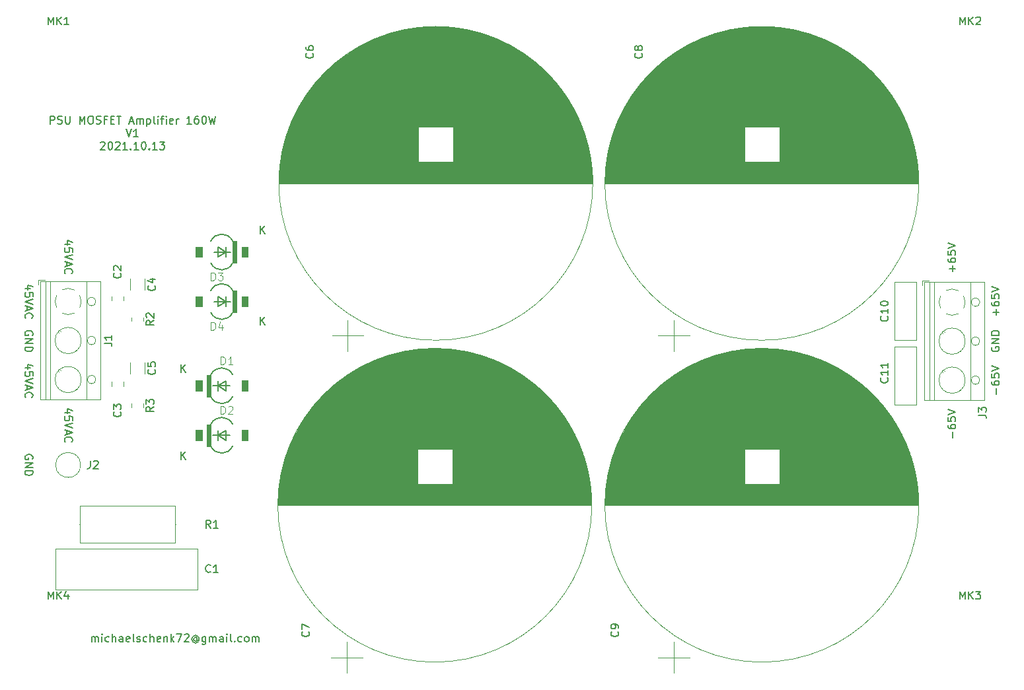
<source format=gbr>
G04 #@! TF.GenerationSoftware,KiCad,Pcbnew,(5.1.12-1-10_14)*
G04 #@! TF.CreationDate,2021-12-13T19:52:56+01:00*
G04 #@! TF.ProjectId,psu-mosfet-160w,7073752d-6d6f-4736-9665-742d31363077,rev?*
G04 #@! TF.SameCoordinates,Original*
G04 #@! TF.FileFunction,Legend,Top*
G04 #@! TF.FilePolarity,Positive*
%FSLAX46Y46*%
G04 Gerber Fmt 4.6, Leading zero omitted, Abs format (unit mm)*
G04 Created by KiCad (PCBNEW (5.1.12-1-10_14)) date 2021-12-13 19:52:56*
%MOMM*%
%LPD*%
G01*
G04 APERTURE LIST*
%ADD10C,0.150000*%
%ADD11C,0.120000*%
%ADD12C,0.010000*%
%ADD13C,0.152400*%
%ADD14C,0.015000*%
G04 APERTURE END LIST*
D10*
X-22360000Y-58293095D02*
X-22312380Y-58197857D01*
X-22312380Y-58055000D01*
X-22360000Y-57912142D01*
X-22455238Y-57816904D01*
X-22550476Y-57769285D01*
X-22740952Y-57721666D01*
X-22883809Y-57721666D01*
X-23074285Y-57769285D01*
X-23169523Y-57816904D01*
X-23264761Y-57912142D01*
X-23312380Y-58055000D01*
X-23312380Y-58150238D01*
X-23264761Y-58293095D01*
X-23217142Y-58340714D01*
X-22883809Y-58340714D01*
X-22883809Y-58150238D01*
X-23312380Y-58769285D02*
X-22312380Y-58769285D01*
X-23312380Y-59340714D01*
X-22312380Y-59340714D01*
X-23312380Y-59816904D02*
X-22312380Y-59816904D01*
X-22312380Y-60055000D01*
X-22360000Y-60197857D01*
X-22455238Y-60293095D01*
X-22550476Y-60340714D01*
X-22740952Y-60388333D01*
X-22883809Y-60388333D01*
X-23074285Y-60340714D01*
X-23169523Y-60293095D01*
X-23264761Y-60197857D01*
X-23312380Y-60055000D01*
X-23312380Y-59816904D01*
X-22360000Y-42418095D02*
X-22312380Y-42322857D01*
X-22312380Y-42180000D01*
X-22360000Y-42037142D01*
X-22455238Y-41941904D01*
X-22550476Y-41894285D01*
X-22740952Y-41846666D01*
X-22883809Y-41846666D01*
X-23074285Y-41894285D01*
X-23169523Y-41941904D01*
X-23264761Y-42037142D01*
X-23312380Y-42180000D01*
X-23312380Y-42275238D01*
X-23264761Y-42418095D01*
X-23217142Y-42465714D01*
X-22883809Y-42465714D01*
X-22883809Y-42275238D01*
X-23312380Y-42894285D02*
X-22312380Y-42894285D01*
X-23312380Y-43465714D01*
X-22312380Y-43465714D01*
X-23312380Y-43941904D02*
X-22312380Y-43941904D01*
X-22312380Y-44180000D01*
X-22360000Y-44322857D01*
X-22455238Y-44418095D01*
X-22550476Y-44465714D01*
X-22740952Y-44513333D01*
X-22883809Y-44513333D01*
X-23074285Y-44465714D01*
X-23169523Y-44418095D01*
X-23264761Y-44322857D01*
X-23312380Y-44180000D01*
X-23312380Y-43941904D01*
X-17565714Y-30742142D02*
X-18232380Y-30742142D01*
X-17184761Y-30504047D02*
X-17899047Y-30265952D01*
X-17899047Y-30885000D01*
X-17232380Y-31742142D02*
X-17232380Y-31265952D01*
X-17708571Y-31218333D01*
X-17660952Y-31265952D01*
X-17613333Y-31361190D01*
X-17613333Y-31599285D01*
X-17660952Y-31694523D01*
X-17708571Y-31742142D01*
X-17803809Y-31789761D01*
X-18041904Y-31789761D01*
X-18137142Y-31742142D01*
X-18184761Y-31694523D01*
X-18232380Y-31599285D01*
X-18232380Y-31361190D01*
X-18184761Y-31265952D01*
X-18137142Y-31218333D01*
X-17232380Y-32075476D02*
X-18232380Y-32408809D01*
X-17232380Y-32742142D01*
X-17946666Y-33027857D02*
X-17946666Y-33504047D01*
X-18232380Y-32932619D02*
X-17232380Y-33265952D01*
X-18232380Y-33599285D01*
X-18137142Y-34504047D02*
X-18184761Y-34456428D01*
X-18232380Y-34313571D01*
X-18232380Y-34218333D01*
X-18184761Y-34075476D01*
X-18089523Y-33980238D01*
X-17994285Y-33932619D01*
X-17803809Y-33885000D01*
X-17660952Y-33885000D01*
X-17470476Y-33932619D01*
X-17375238Y-33980238D01*
X-17280000Y-34075476D01*
X-17232380Y-34218333D01*
X-17232380Y-34313571D01*
X-17280000Y-34456428D01*
X-17327619Y-34504047D01*
X-17565714Y-52332142D02*
X-18232380Y-52332142D01*
X-17184761Y-52094047D02*
X-17899047Y-51855952D01*
X-17899047Y-52475000D01*
X-17232380Y-53332142D02*
X-17232380Y-52855952D01*
X-17708571Y-52808333D01*
X-17660952Y-52855952D01*
X-17613333Y-52951190D01*
X-17613333Y-53189285D01*
X-17660952Y-53284523D01*
X-17708571Y-53332142D01*
X-17803809Y-53379761D01*
X-18041904Y-53379761D01*
X-18137142Y-53332142D01*
X-18184761Y-53284523D01*
X-18232380Y-53189285D01*
X-18232380Y-52951190D01*
X-18184761Y-52855952D01*
X-18137142Y-52808333D01*
X-17232380Y-53665476D02*
X-18232380Y-53998809D01*
X-17232380Y-54332142D01*
X-17946666Y-54617857D02*
X-17946666Y-55094047D01*
X-18232380Y-54522619D02*
X-17232380Y-54855952D01*
X-18232380Y-55189285D01*
X-18137142Y-56094047D02*
X-18184761Y-56046428D01*
X-18232380Y-55903571D01*
X-18232380Y-55808333D01*
X-18184761Y-55665476D01*
X-18089523Y-55570238D01*
X-17994285Y-55522619D01*
X-17803809Y-55475000D01*
X-17660952Y-55475000D01*
X-17470476Y-55522619D01*
X-17375238Y-55570238D01*
X-17280000Y-55665476D01*
X-17232380Y-55808333D01*
X-17232380Y-55903571D01*
X-17280000Y-56046428D01*
X-17327619Y-56094047D01*
X-22645714Y-46617142D02*
X-23312380Y-46617142D01*
X-22264761Y-46379047D02*
X-22979047Y-46140952D01*
X-22979047Y-46760000D01*
X-22312380Y-47617142D02*
X-22312380Y-47140952D01*
X-22788571Y-47093333D01*
X-22740952Y-47140952D01*
X-22693333Y-47236190D01*
X-22693333Y-47474285D01*
X-22740952Y-47569523D01*
X-22788571Y-47617142D01*
X-22883809Y-47664761D01*
X-23121904Y-47664761D01*
X-23217142Y-47617142D01*
X-23264761Y-47569523D01*
X-23312380Y-47474285D01*
X-23312380Y-47236190D01*
X-23264761Y-47140952D01*
X-23217142Y-47093333D01*
X-22312380Y-47950476D02*
X-23312380Y-48283809D01*
X-22312380Y-48617142D01*
X-23026666Y-48902857D02*
X-23026666Y-49379047D01*
X-23312380Y-48807619D02*
X-22312380Y-49140952D01*
X-23312380Y-49474285D01*
X-23217142Y-50379047D02*
X-23264761Y-50331428D01*
X-23312380Y-50188571D01*
X-23312380Y-50093333D01*
X-23264761Y-49950476D01*
X-23169523Y-49855238D01*
X-23074285Y-49807619D01*
X-22883809Y-49760000D01*
X-22740952Y-49760000D01*
X-22550476Y-49807619D01*
X-22455238Y-49855238D01*
X-22360000Y-49950476D01*
X-22312380Y-50093333D01*
X-22312380Y-50188571D01*
X-22360000Y-50331428D01*
X-22407619Y-50379047D01*
X-22645714Y-36457142D02*
X-23312380Y-36457142D01*
X-22264761Y-36219047D02*
X-22979047Y-35980952D01*
X-22979047Y-36600000D01*
X-22312380Y-37457142D02*
X-22312380Y-36980952D01*
X-22788571Y-36933333D01*
X-22740952Y-36980952D01*
X-22693333Y-37076190D01*
X-22693333Y-37314285D01*
X-22740952Y-37409523D01*
X-22788571Y-37457142D01*
X-22883809Y-37504761D01*
X-23121904Y-37504761D01*
X-23217142Y-37457142D01*
X-23264761Y-37409523D01*
X-23312380Y-37314285D01*
X-23312380Y-37076190D01*
X-23264761Y-36980952D01*
X-23217142Y-36933333D01*
X-22312380Y-37790476D02*
X-23312380Y-38123809D01*
X-22312380Y-38457142D01*
X-23026666Y-38742857D02*
X-23026666Y-39219047D01*
X-23312380Y-38647619D02*
X-22312380Y-38980952D01*
X-23312380Y-39314285D01*
X-23217142Y-40219047D02*
X-23264761Y-40171428D01*
X-23312380Y-40028571D01*
X-23312380Y-39933333D01*
X-23264761Y-39790476D01*
X-23169523Y-39695238D01*
X-23074285Y-39647619D01*
X-22883809Y-39600000D01*
X-22740952Y-39600000D01*
X-22550476Y-39647619D01*
X-22455238Y-39695238D01*
X-22360000Y-39790476D01*
X-22312380Y-39933333D01*
X-22312380Y-40028571D01*
X-22360000Y-40171428D01*
X-22407619Y-40219047D01*
X-3309904Y-58364380D02*
X-3309904Y-57364380D01*
X-2738476Y-58364380D02*
X-3167047Y-57792952D01*
X-2738476Y-57364380D02*
X-3309904Y-57935809D01*
X-3309904Y-47188380D02*
X-3309904Y-46188380D01*
X-2738476Y-47188380D02*
X-3167047Y-46616952D01*
X-2738476Y-46188380D02*
X-3309904Y-46759809D01*
X6850095Y-41092380D02*
X6850095Y-40092380D01*
X7421523Y-41092380D02*
X6992952Y-40520952D01*
X7421523Y-40092380D02*
X6850095Y-40663809D01*
X6850095Y-29408380D02*
X6850095Y-28408380D01*
X7421523Y-29408380D02*
X6992952Y-28836952D01*
X7421523Y-28408380D02*
X6850095Y-28979809D01*
X95575428Y-55609904D02*
X95575428Y-54848000D01*
X94956380Y-53943238D02*
X94956380Y-54133714D01*
X95004000Y-54228952D01*
X95051619Y-54276571D01*
X95194476Y-54371809D01*
X95384952Y-54419428D01*
X95765904Y-54419428D01*
X95861142Y-54371809D01*
X95908761Y-54324190D01*
X95956380Y-54228952D01*
X95956380Y-54038476D01*
X95908761Y-53943238D01*
X95861142Y-53895619D01*
X95765904Y-53848000D01*
X95527809Y-53848000D01*
X95432571Y-53895619D01*
X95384952Y-53943238D01*
X95337333Y-54038476D01*
X95337333Y-54228952D01*
X95384952Y-54324190D01*
X95432571Y-54371809D01*
X95527809Y-54419428D01*
X94956380Y-52943238D02*
X94956380Y-53419428D01*
X95432571Y-53467047D01*
X95384952Y-53419428D01*
X95337333Y-53324190D01*
X95337333Y-53086095D01*
X95384952Y-52990857D01*
X95432571Y-52943238D01*
X95527809Y-52895619D01*
X95765904Y-52895619D01*
X95861142Y-52943238D01*
X95908761Y-52990857D01*
X95956380Y-53086095D01*
X95956380Y-53324190D01*
X95908761Y-53419428D01*
X95861142Y-53467047D01*
X94956380Y-52609904D02*
X95956380Y-52276571D01*
X94956380Y-51943238D01*
X95575428Y-34273904D02*
X95575428Y-33512000D01*
X95956380Y-33892952D02*
X95194476Y-33892952D01*
X94956380Y-32607238D02*
X94956380Y-32797714D01*
X95004000Y-32892952D01*
X95051619Y-32940571D01*
X95194476Y-33035809D01*
X95384952Y-33083428D01*
X95765904Y-33083428D01*
X95861142Y-33035809D01*
X95908761Y-32988190D01*
X95956380Y-32892952D01*
X95956380Y-32702476D01*
X95908761Y-32607238D01*
X95861142Y-32559619D01*
X95765904Y-32512000D01*
X95527809Y-32512000D01*
X95432571Y-32559619D01*
X95384952Y-32607238D01*
X95337333Y-32702476D01*
X95337333Y-32892952D01*
X95384952Y-32988190D01*
X95432571Y-33035809D01*
X95527809Y-33083428D01*
X94956380Y-31607238D02*
X94956380Y-32083428D01*
X95432571Y-32131047D01*
X95384952Y-32083428D01*
X95337333Y-31988190D01*
X95337333Y-31750095D01*
X95384952Y-31654857D01*
X95432571Y-31607238D01*
X95527809Y-31559619D01*
X95765904Y-31559619D01*
X95861142Y-31607238D01*
X95908761Y-31654857D01*
X95956380Y-31750095D01*
X95956380Y-31988190D01*
X95908761Y-32083428D01*
X95861142Y-32131047D01*
X94956380Y-31273904D02*
X95956380Y-30940571D01*
X94956380Y-30607238D01*
X100592000Y-43941904D02*
X100544380Y-44037142D01*
X100544380Y-44180000D01*
X100592000Y-44322857D01*
X100687238Y-44418095D01*
X100782476Y-44465714D01*
X100972952Y-44513333D01*
X101115809Y-44513333D01*
X101306285Y-44465714D01*
X101401523Y-44418095D01*
X101496761Y-44322857D01*
X101544380Y-44180000D01*
X101544380Y-44084761D01*
X101496761Y-43941904D01*
X101449142Y-43894285D01*
X101115809Y-43894285D01*
X101115809Y-44084761D01*
X101544380Y-43465714D02*
X100544380Y-43465714D01*
X101544380Y-42894285D01*
X100544380Y-42894285D01*
X101544380Y-42418095D02*
X100544380Y-42418095D01*
X100544380Y-42180000D01*
X100592000Y-42037142D01*
X100687238Y-41941904D01*
X100782476Y-41894285D01*
X100972952Y-41846666D01*
X101115809Y-41846666D01*
X101306285Y-41894285D01*
X101401523Y-41941904D01*
X101496761Y-42037142D01*
X101544380Y-42180000D01*
X101544380Y-42418095D01*
X101163428Y-39861904D02*
X101163428Y-39100000D01*
X101544380Y-39480952D02*
X100782476Y-39480952D01*
X100544380Y-38195238D02*
X100544380Y-38385714D01*
X100592000Y-38480952D01*
X100639619Y-38528571D01*
X100782476Y-38623809D01*
X100972952Y-38671428D01*
X101353904Y-38671428D01*
X101449142Y-38623809D01*
X101496761Y-38576190D01*
X101544380Y-38480952D01*
X101544380Y-38290476D01*
X101496761Y-38195238D01*
X101449142Y-38147619D01*
X101353904Y-38100000D01*
X101115809Y-38100000D01*
X101020571Y-38147619D01*
X100972952Y-38195238D01*
X100925333Y-38290476D01*
X100925333Y-38480952D01*
X100972952Y-38576190D01*
X101020571Y-38623809D01*
X101115809Y-38671428D01*
X100544380Y-37195238D02*
X100544380Y-37671428D01*
X101020571Y-37719047D01*
X100972952Y-37671428D01*
X100925333Y-37576190D01*
X100925333Y-37338095D01*
X100972952Y-37242857D01*
X101020571Y-37195238D01*
X101115809Y-37147619D01*
X101353904Y-37147619D01*
X101449142Y-37195238D01*
X101496761Y-37242857D01*
X101544380Y-37338095D01*
X101544380Y-37576190D01*
X101496761Y-37671428D01*
X101449142Y-37719047D01*
X100544380Y-36861904D02*
X101544380Y-36528571D01*
X100544380Y-36195238D01*
X101163428Y-50021904D02*
X101163428Y-49260000D01*
X100544380Y-48355238D02*
X100544380Y-48545714D01*
X100592000Y-48640952D01*
X100639619Y-48688571D01*
X100782476Y-48783809D01*
X100972952Y-48831428D01*
X101353904Y-48831428D01*
X101449142Y-48783809D01*
X101496761Y-48736190D01*
X101544380Y-48640952D01*
X101544380Y-48450476D01*
X101496761Y-48355238D01*
X101449142Y-48307619D01*
X101353904Y-48260000D01*
X101115809Y-48260000D01*
X101020571Y-48307619D01*
X100972952Y-48355238D01*
X100925333Y-48450476D01*
X100925333Y-48640952D01*
X100972952Y-48736190D01*
X101020571Y-48783809D01*
X101115809Y-48831428D01*
X100544380Y-47355238D02*
X100544380Y-47831428D01*
X101020571Y-47879047D01*
X100972952Y-47831428D01*
X100925333Y-47736190D01*
X100925333Y-47498095D01*
X100972952Y-47402857D01*
X101020571Y-47355238D01*
X101115809Y-47307619D01*
X101353904Y-47307619D01*
X101449142Y-47355238D01*
X101496761Y-47402857D01*
X101544380Y-47498095D01*
X101544380Y-47736190D01*
X101496761Y-47831428D01*
X101449142Y-47879047D01*
X100544380Y-47021904D02*
X101544380Y-46688571D01*
X100544380Y-46355238D01*
X-20072619Y-15312380D02*
X-20072619Y-14312380D01*
X-19691666Y-14312380D01*
X-19596428Y-14360000D01*
X-19548809Y-14407619D01*
X-19501190Y-14502857D01*
X-19501190Y-14645714D01*
X-19548809Y-14740952D01*
X-19596428Y-14788571D01*
X-19691666Y-14836190D01*
X-20072619Y-14836190D01*
X-19120238Y-15264761D02*
X-18977380Y-15312380D01*
X-18739285Y-15312380D01*
X-18644047Y-15264761D01*
X-18596428Y-15217142D01*
X-18548809Y-15121904D01*
X-18548809Y-15026666D01*
X-18596428Y-14931428D01*
X-18644047Y-14883809D01*
X-18739285Y-14836190D01*
X-18929761Y-14788571D01*
X-19025000Y-14740952D01*
X-19072619Y-14693333D01*
X-19120238Y-14598095D01*
X-19120238Y-14502857D01*
X-19072619Y-14407619D01*
X-19025000Y-14360000D01*
X-18929761Y-14312380D01*
X-18691666Y-14312380D01*
X-18548809Y-14360000D01*
X-18120238Y-14312380D02*
X-18120238Y-15121904D01*
X-18072619Y-15217142D01*
X-18025000Y-15264761D01*
X-17929761Y-15312380D01*
X-17739285Y-15312380D01*
X-17644047Y-15264761D01*
X-17596428Y-15217142D01*
X-17548809Y-15121904D01*
X-17548809Y-14312380D01*
X-16310714Y-15312380D02*
X-16310714Y-14312380D01*
X-15977380Y-15026666D01*
X-15644047Y-14312380D01*
X-15644047Y-15312380D01*
X-14977380Y-14312380D02*
X-14786904Y-14312380D01*
X-14691666Y-14360000D01*
X-14596428Y-14455238D01*
X-14548809Y-14645714D01*
X-14548809Y-14979047D01*
X-14596428Y-15169523D01*
X-14691666Y-15264761D01*
X-14786904Y-15312380D01*
X-14977380Y-15312380D01*
X-15072619Y-15264761D01*
X-15167857Y-15169523D01*
X-15215476Y-14979047D01*
X-15215476Y-14645714D01*
X-15167857Y-14455238D01*
X-15072619Y-14360000D01*
X-14977380Y-14312380D01*
X-14167857Y-15264761D02*
X-14025000Y-15312380D01*
X-13786904Y-15312380D01*
X-13691666Y-15264761D01*
X-13644047Y-15217142D01*
X-13596428Y-15121904D01*
X-13596428Y-15026666D01*
X-13644047Y-14931428D01*
X-13691666Y-14883809D01*
X-13786904Y-14836190D01*
X-13977380Y-14788571D01*
X-14072619Y-14740952D01*
X-14120238Y-14693333D01*
X-14167857Y-14598095D01*
X-14167857Y-14502857D01*
X-14120238Y-14407619D01*
X-14072619Y-14360000D01*
X-13977380Y-14312380D01*
X-13739285Y-14312380D01*
X-13596428Y-14360000D01*
X-12834523Y-14788571D02*
X-13167857Y-14788571D01*
X-13167857Y-15312380D02*
X-13167857Y-14312380D01*
X-12691666Y-14312380D01*
X-12310714Y-14788571D02*
X-11977380Y-14788571D01*
X-11834523Y-15312380D02*
X-12310714Y-15312380D01*
X-12310714Y-14312380D01*
X-11834523Y-14312380D01*
X-11548809Y-14312380D02*
X-10977380Y-14312380D01*
X-11263095Y-15312380D02*
X-11263095Y-14312380D01*
X-9929761Y-15026666D02*
X-9453571Y-15026666D01*
X-10025000Y-15312380D02*
X-9691666Y-14312380D01*
X-9358333Y-15312380D01*
X-9025000Y-15312380D02*
X-9025000Y-14645714D01*
X-9025000Y-14740952D02*
X-8977380Y-14693333D01*
X-8882142Y-14645714D01*
X-8739285Y-14645714D01*
X-8644047Y-14693333D01*
X-8596428Y-14788571D01*
X-8596428Y-15312380D01*
X-8596428Y-14788571D02*
X-8548809Y-14693333D01*
X-8453571Y-14645714D01*
X-8310714Y-14645714D01*
X-8215476Y-14693333D01*
X-8167857Y-14788571D01*
X-8167857Y-15312380D01*
X-7691666Y-14645714D02*
X-7691666Y-15645714D01*
X-7691666Y-14693333D02*
X-7596428Y-14645714D01*
X-7405952Y-14645714D01*
X-7310714Y-14693333D01*
X-7263095Y-14740952D01*
X-7215476Y-14836190D01*
X-7215476Y-15121904D01*
X-7263095Y-15217142D01*
X-7310714Y-15264761D01*
X-7405952Y-15312380D01*
X-7596428Y-15312380D01*
X-7691666Y-15264761D01*
X-6644047Y-15312380D02*
X-6739285Y-15264761D01*
X-6786904Y-15169523D01*
X-6786904Y-14312380D01*
X-6263095Y-15312380D02*
X-6263095Y-14645714D01*
X-6263095Y-14312380D02*
X-6310714Y-14360000D01*
X-6263095Y-14407619D01*
X-6215476Y-14360000D01*
X-6263095Y-14312380D01*
X-6263095Y-14407619D01*
X-5929761Y-14645714D02*
X-5548809Y-14645714D01*
X-5786904Y-15312380D02*
X-5786904Y-14455238D01*
X-5739285Y-14360000D01*
X-5644047Y-14312380D01*
X-5548809Y-14312380D01*
X-5215476Y-15312380D02*
X-5215476Y-14645714D01*
X-5215476Y-14312380D02*
X-5263095Y-14360000D01*
X-5215476Y-14407619D01*
X-5167857Y-14360000D01*
X-5215476Y-14312380D01*
X-5215476Y-14407619D01*
X-4358333Y-15264761D02*
X-4453571Y-15312380D01*
X-4644047Y-15312380D01*
X-4739285Y-15264761D01*
X-4786904Y-15169523D01*
X-4786904Y-14788571D01*
X-4739285Y-14693333D01*
X-4644047Y-14645714D01*
X-4453571Y-14645714D01*
X-4358333Y-14693333D01*
X-4310714Y-14788571D01*
X-4310714Y-14883809D01*
X-4786904Y-14979047D01*
X-3882142Y-15312380D02*
X-3882142Y-14645714D01*
X-3882142Y-14836190D02*
X-3834523Y-14740952D01*
X-3786904Y-14693333D01*
X-3691666Y-14645714D01*
X-3596428Y-14645714D01*
X-1977380Y-15312380D02*
X-2548809Y-15312380D01*
X-2263095Y-15312380D02*
X-2263095Y-14312380D01*
X-2358333Y-14455238D01*
X-2453571Y-14550476D01*
X-2548809Y-14598095D01*
X-1120238Y-14312380D02*
X-1310714Y-14312380D01*
X-1405952Y-14360000D01*
X-1453571Y-14407619D01*
X-1548809Y-14550476D01*
X-1596428Y-14740952D01*
X-1596428Y-15121904D01*
X-1548809Y-15217142D01*
X-1501190Y-15264761D01*
X-1405952Y-15312380D01*
X-1215476Y-15312380D01*
X-1120238Y-15264761D01*
X-1072619Y-15217142D01*
X-1025000Y-15121904D01*
X-1025000Y-14883809D01*
X-1072619Y-14788571D01*
X-1120238Y-14740952D01*
X-1215476Y-14693333D01*
X-1405952Y-14693333D01*
X-1501190Y-14740952D01*
X-1548809Y-14788571D01*
X-1596428Y-14883809D01*
X-405952Y-14312380D02*
X-310714Y-14312380D01*
X-215476Y-14360000D01*
X-167857Y-14407619D01*
X-120238Y-14502857D01*
X-72619Y-14693333D01*
X-72619Y-14931428D01*
X-120238Y-15121904D01*
X-167857Y-15217142D01*
X-215476Y-15264761D01*
X-310714Y-15312380D01*
X-405952Y-15312380D01*
X-501190Y-15264761D01*
X-548809Y-15217142D01*
X-596428Y-15121904D01*
X-644047Y-14931428D01*
X-644047Y-14693333D01*
X-596428Y-14502857D01*
X-548809Y-14407619D01*
X-501190Y-14360000D01*
X-405952Y-14312380D01*
X260714Y-14312380D02*
X498809Y-15312380D01*
X689285Y-14598095D01*
X879761Y-15312380D01*
X1117857Y-14312380D01*
X-10334523Y-15962380D02*
X-10001190Y-16962380D01*
X-9667857Y-15962380D01*
X-8810714Y-16962380D02*
X-9382142Y-16962380D01*
X-9096428Y-16962380D02*
X-9096428Y-15962380D01*
X-9191666Y-16105238D01*
X-9286904Y-16200476D01*
X-9382142Y-16248095D01*
X-13620238Y-17707619D02*
X-13572619Y-17660000D01*
X-13477380Y-17612380D01*
X-13239285Y-17612380D01*
X-13144047Y-17660000D01*
X-13096428Y-17707619D01*
X-13048809Y-17802857D01*
X-13048809Y-17898095D01*
X-13096428Y-18040952D01*
X-13667857Y-18612380D01*
X-13048809Y-18612380D01*
X-12429761Y-17612380D02*
X-12334523Y-17612380D01*
X-12239285Y-17660000D01*
X-12191666Y-17707619D01*
X-12144047Y-17802857D01*
X-12096428Y-17993333D01*
X-12096428Y-18231428D01*
X-12144047Y-18421904D01*
X-12191666Y-18517142D01*
X-12239285Y-18564761D01*
X-12334523Y-18612380D01*
X-12429761Y-18612380D01*
X-12525000Y-18564761D01*
X-12572619Y-18517142D01*
X-12620238Y-18421904D01*
X-12667857Y-18231428D01*
X-12667857Y-17993333D01*
X-12620238Y-17802857D01*
X-12572619Y-17707619D01*
X-12525000Y-17660000D01*
X-12429761Y-17612380D01*
X-11715476Y-17707619D02*
X-11667857Y-17660000D01*
X-11572619Y-17612380D01*
X-11334523Y-17612380D01*
X-11239285Y-17660000D01*
X-11191666Y-17707619D01*
X-11144047Y-17802857D01*
X-11144047Y-17898095D01*
X-11191666Y-18040952D01*
X-11763095Y-18612380D01*
X-11144047Y-18612380D01*
X-10191666Y-18612380D02*
X-10763095Y-18612380D01*
X-10477380Y-18612380D02*
X-10477380Y-17612380D01*
X-10572619Y-17755238D01*
X-10667857Y-17850476D01*
X-10763095Y-17898095D01*
X-9763095Y-18517142D02*
X-9715476Y-18564761D01*
X-9763095Y-18612380D01*
X-9810714Y-18564761D01*
X-9763095Y-18517142D01*
X-9763095Y-18612380D01*
X-8763095Y-18612380D02*
X-9334523Y-18612380D01*
X-9048809Y-18612380D02*
X-9048809Y-17612380D01*
X-9144047Y-17755238D01*
X-9239285Y-17850476D01*
X-9334523Y-17898095D01*
X-8144047Y-17612380D02*
X-8048809Y-17612380D01*
X-7953571Y-17660000D01*
X-7905952Y-17707619D01*
X-7858333Y-17802857D01*
X-7810714Y-17993333D01*
X-7810714Y-18231428D01*
X-7858333Y-18421904D01*
X-7905952Y-18517142D01*
X-7953571Y-18564761D01*
X-8048809Y-18612380D01*
X-8144047Y-18612380D01*
X-8239285Y-18564761D01*
X-8286904Y-18517142D01*
X-8334523Y-18421904D01*
X-8382142Y-18231428D01*
X-8382142Y-17993333D01*
X-8334523Y-17802857D01*
X-8286904Y-17707619D01*
X-8239285Y-17660000D01*
X-8144047Y-17612380D01*
X-7382142Y-18517142D02*
X-7334523Y-18564761D01*
X-7382142Y-18612380D01*
X-7429761Y-18564761D01*
X-7382142Y-18517142D01*
X-7382142Y-18612380D01*
X-6382142Y-18612380D02*
X-6953571Y-18612380D01*
X-6667857Y-18612380D02*
X-6667857Y-17612380D01*
X-6763095Y-17755238D01*
X-6858333Y-17850476D01*
X-6953571Y-17898095D01*
X-6048809Y-17612380D02*
X-5429761Y-17612380D01*
X-5763095Y-17993333D01*
X-5620238Y-17993333D01*
X-5525000Y-18040952D01*
X-5477380Y-18088571D01*
X-5429761Y-18183809D01*
X-5429761Y-18421904D01*
X-5477380Y-18517142D01*
X-5525000Y-18564761D01*
X-5620238Y-18612380D01*
X-5905952Y-18612380D01*
X-6001190Y-18564761D01*
X-6048809Y-18517142D01*
X-14778285Y-81732380D02*
X-14778285Y-81065714D01*
X-14778285Y-81160952D02*
X-14730666Y-81113333D01*
X-14635428Y-81065714D01*
X-14492571Y-81065714D01*
X-14397333Y-81113333D01*
X-14349714Y-81208571D01*
X-14349714Y-81732380D01*
X-14349714Y-81208571D02*
X-14302095Y-81113333D01*
X-14206857Y-81065714D01*
X-14063999Y-81065714D01*
X-13968761Y-81113333D01*
X-13921142Y-81208571D01*
X-13921142Y-81732380D01*
X-13444952Y-81732380D02*
X-13444952Y-81065714D01*
X-13444952Y-80732380D02*
X-13492571Y-80780000D01*
X-13444952Y-80827619D01*
X-13397333Y-80780000D01*
X-13444952Y-80732380D01*
X-13444952Y-80827619D01*
X-12540190Y-81684761D02*
X-12635428Y-81732380D01*
X-12825904Y-81732380D01*
X-12921142Y-81684761D01*
X-12968761Y-81637142D01*
X-13016380Y-81541904D01*
X-13016380Y-81256190D01*
X-12968761Y-81160952D01*
X-12921142Y-81113333D01*
X-12825904Y-81065714D01*
X-12635428Y-81065714D01*
X-12540190Y-81113333D01*
X-12111619Y-81732380D02*
X-12111619Y-80732380D01*
X-11683047Y-81732380D02*
X-11683047Y-81208571D01*
X-11730666Y-81113333D01*
X-11825904Y-81065714D01*
X-11968761Y-81065714D01*
X-12063999Y-81113333D01*
X-12111619Y-81160952D01*
X-10778285Y-81732380D02*
X-10778285Y-81208571D01*
X-10825904Y-81113333D01*
X-10921142Y-81065714D01*
X-11111619Y-81065714D01*
X-11206857Y-81113333D01*
X-10778285Y-81684761D02*
X-10873523Y-81732380D01*
X-11111619Y-81732380D01*
X-11206857Y-81684761D01*
X-11254476Y-81589523D01*
X-11254476Y-81494285D01*
X-11206857Y-81399047D01*
X-11111619Y-81351428D01*
X-10873523Y-81351428D01*
X-10778285Y-81303809D01*
X-9921142Y-81684761D02*
X-10016380Y-81732380D01*
X-10206857Y-81732380D01*
X-10302095Y-81684761D01*
X-10349714Y-81589523D01*
X-10349714Y-81208571D01*
X-10302095Y-81113333D01*
X-10206857Y-81065714D01*
X-10016380Y-81065714D01*
X-9921142Y-81113333D01*
X-9873523Y-81208571D01*
X-9873523Y-81303809D01*
X-10349714Y-81399047D01*
X-9302095Y-81732380D02*
X-9397333Y-81684761D01*
X-9444952Y-81589523D01*
X-9444952Y-80732380D01*
X-8968761Y-81684761D02*
X-8873523Y-81732380D01*
X-8683047Y-81732380D01*
X-8587809Y-81684761D01*
X-8540190Y-81589523D01*
X-8540190Y-81541904D01*
X-8587809Y-81446666D01*
X-8683047Y-81399047D01*
X-8825904Y-81399047D01*
X-8921142Y-81351428D01*
X-8968761Y-81256190D01*
X-8968761Y-81208571D01*
X-8921142Y-81113333D01*
X-8825904Y-81065714D01*
X-8683047Y-81065714D01*
X-8587809Y-81113333D01*
X-7683047Y-81684761D02*
X-7778285Y-81732380D01*
X-7968761Y-81732380D01*
X-8063999Y-81684761D01*
X-8111619Y-81637142D01*
X-8159238Y-81541904D01*
X-8159238Y-81256190D01*
X-8111619Y-81160952D01*
X-8063999Y-81113333D01*
X-7968761Y-81065714D01*
X-7778285Y-81065714D01*
X-7683047Y-81113333D01*
X-7254476Y-81732380D02*
X-7254476Y-80732380D01*
X-6825904Y-81732380D02*
X-6825904Y-81208571D01*
X-6873523Y-81113333D01*
X-6968761Y-81065714D01*
X-7111619Y-81065714D01*
X-7206857Y-81113333D01*
X-7254476Y-81160952D01*
X-5968761Y-81684761D02*
X-6063999Y-81732380D01*
X-6254476Y-81732380D01*
X-6349714Y-81684761D01*
X-6397333Y-81589523D01*
X-6397333Y-81208571D01*
X-6349714Y-81113333D01*
X-6254476Y-81065714D01*
X-6063999Y-81065714D01*
X-5968761Y-81113333D01*
X-5921142Y-81208571D01*
X-5921142Y-81303809D01*
X-6397333Y-81399047D01*
X-5492571Y-81065714D02*
X-5492571Y-81732380D01*
X-5492571Y-81160952D02*
X-5444952Y-81113333D01*
X-5349714Y-81065714D01*
X-5206857Y-81065714D01*
X-5111619Y-81113333D01*
X-5064000Y-81208571D01*
X-5064000Y-81732380D01*
X-4587809Y-81732380D02*
X-4587809Y-80732380D01*
X-4492571Y-81351428D02*
X-4206857Y-81732380D01*
X-4206857Y-81065714D02*
X-4587809Y-81446666D01*
X-3873523Y-80732380D02*
X-3206857Y-80732380D01*
X-3635428Y-81732380D01*
X-2873523Y-80827619D02*
X-2825904Y-80780000D01*
X-2730666Y-80732380D01*
X-2492571Y-80732380D01*
X-2397333Y-80780000D01*
X-2349714Y-80827619D01*
X-2302095Y-80922857D01*
X-2302095Y-81018095D01*
X-2349714Y-81160952D01*
X-2921142Y-81732380D01*
X-2302095Y-81732380D01*
X-1254476Y-81256190D02*
X-1302095Y-81208571D01*
X-1397333Y-81160952D01*
X-1492571Y-81160952D01*
X-1587809Y-81208571D01*
X-1635428Y-81256190D01*
X-1683047Y-81351428D01*
X-1683047Y-81446666D01*
X-1635428Y-81541904D01*
X-1587809Y-81589523D01*
X-1492571Y-81637142D01*
X-1397333Y-81637142D01*
X-1302095Y-81589523D01*
X-1254476Y-81541904D01*
X-1254476Y-81160952D02*
X-1254476Y-81541904D01*
X-1206857Y-81589523D01*
X-1159238Y-81589523D01*
X-1064000Y-81541904D01*
X-1016380Y-81446666D01*
X-1016380Y-81208571D01*
X-1111619Y-81065714D01*
X-1254476Y-80970476D01*
X-1444952Y-80922857D01*
X-1635428Y-80970476D01*
X-1778285Y-81065714D01*
X-1873523Y-81208571D01*
X-1921142Y-81399047D01*
X-1873523Y-81589523D01*
X-1778285Y-81732380D01*
X-1635428Y-81827619D01*
X-1444952Y-81875238D01*
X-1254476Y-81827619D01*
X-1111619Y-81732380D01*
X-159238Y-81065714D02*
X-159238Y-81875238D01*
X-206857Y-81970476D01*
X-254476Y-82018095D01*
X-349714Y-82065714D01*
X-492571Y-82065714D01*
X-587809Y-82018095D01*
X-159238Y-81684761D02*
X-254476Y-81732380D01*
X-444952Y-81732380D01*
X-540190Y-81684761D01*
X-587809Y-81637142D01*
X-635428Y-81541904D01*
X-635428Y-81256190D01*
X-587809Y-81160952D01*
X-540190Y-81113333D01*
X-444952Y-81065714D01*
X-254476Y-81065714D01*
X-159238Y-81113333D01*
X316952Y-81732380D02*
X316952Y-81065714D01*
X316952Y-81160952D02*
X364571Y-81113333D01*
X459809Y-81065714D01*
X602666Y-81065714D01*
X697904Y-81113333D01*
X745523Y-81208571D01*
X745523Y-81732380D01*
X745523Y-81208571D02*
X793142Y-81113333D01*
X888380Y-81065714D01*
X1031238Y-81065714D01*
X1126476Y-81113333D01*
X1174095Y-81208571D01*
X1174095Y-81732380D01*
X2078857Y-81732380D02*
X2078857Y-81208571D01*
X2031238Y-81113333D01*
X1935999Y-81065714D01*
X1745523Y-81065714D01*
X1650285Y-81113333D01*
X2078857Y-81684761D02*
X1983619Y-81732380D01*
X1745523Y-81732380D01*
X1650285Y-81684761D01*
X1602666Y-81589523D01*
X1602666Y-81494285D01*
X1650285Y-81399047D01*
X1745523Y-81351428D01*
X1983619Y-81351428D01*
X2078857Y-81303809D01*
X2555047Y-81732380D02*
X2555047Y-81065714D01*
X2555047Y-80732380D02*
X2507428Y-80780000D01*
X2555047Y-80827619D01*
X2602666Y-80780000D01*
X2555047Y-80732380D01*
X2555047Y-80827619D01*
X3174095Y-81732380D02*
X3078857Y-81684761D01*
X3031238Y-81589523D01*
X3031238Y-80732380D01*
X3555047Y-81637142D02*
X3602666Y-81684761D01*
X3555047Y-81732380D01*
X3507428Y-81684761D01*
X3555047Y-81637142D01*
X3555047Y-81732380D01*
X4459809Y-81684761D02*
X4364571Y-81732380D01*
X4174095Y-81732380D01*
X4078857Y-81684761D01*
X4031238Y-81637142D01*
X3983619Y-81541904D01*
X3983619Y-81256190D01*
X4031238Y-81160952D01*
X4078857Y-81113333D01*
X4174095Y-81065714D01*
X4364571Y-81065714D01*
X4459809Y-81113333D01*
X5031238Y-81732380D02*
X4936000Y-81684761D01*
X4888380Y-81637142D01*
X4840761Y-81541904D01*
X4840761Y-81256190D01*
X4888380Y-81160952D01*
X4936000Y-81113333D01*
X5031238Y-81065714D01*
X5174095Y-81065714D01*
X5269333Y-81113333D01*
X5316952Y-81160952D01*
X5364571Y-81256190D01*
X5364571Y-81541904D01*
X5316952Y-81637142D01*
X5269333Y-81684761D01*
X5174095Y-81732380D01*
X5031238Y-81732380D01*
X5793142Y-81732380D02*
X5793142Y-81065714D01*
X5793142Y-81160952D02*
X5840761Y-81113333D01*
X5935999Y-81065714D01*
X6078857Y-81065714D01*
X6174095Y-81113333D01*
X6221714Y-81208571D01*
X6221714Y-81732380D01*
X6221714Y-81208571D02*
X6269333Y-81113333D01*
X6364571Y-81065714D01*
X6507428Y-81065714D01*
X6602666Y-81113333D01*
X6650285Y-81208571D01*
X6650285Y-81732380D01*
D11*
X-8155000Y-51207936D02*
X-8155000Y-51662064D01*
X-9625000Y-51207936D02*
X-9625000Y-51662064D01*
X-8155000Y-40142936D02*
X-8155000Y-40597064D01*
X-9625000Y-40142936D02*
X-9625000Y-40597064D01*
X-7980000Y-45936248D02*
X-7980000Y-47358752D01*
X-9800000Y-45936248D02*
X-9800000Y-47358752D01*
X-7980000Y-35191248D02*
X-7980000Y-36613752D01*
X-9800000Y-35191248D02*
X-9800000Y-36613752D01*
X-10695000Y-48401248D02*
X-10695000Y-48923752D01*
X-12165000Y-48401248D02*
X-12165000Y-48923752D01*
X-10695000Y-37436248D02*
X-10695000Y-37958752D01*
X-12165000Y-37436248D02*
X-12165000Y-37958752D01*
D12*
G36*
X5234370Y-38760400D02*
G01*
X4445000Y-38760400D01*
X4445000Y-37439209D01*
X5234370Y-37439209D01*
X5234370Y-38760400D01*
G37*
X5234370Y-38760400D02*
X4445000Y-38760400D01*
X4445000Y-37439209D01*
X5234370Y-37439209D01*
X5234370Y-38760400D01*
G36*
X-635510Y-38760400D02*
G01*
X-1422400Y-38760400D01*
X-1422400Y-37439467D01*
X-635510Y-37439467D01*
X-635510Y-38760400D01*
G37*
X-635510Y-38760400D02*
X-1422400Y-38760400D01*
X-1422400Y-37439467D01*
X-635510Y-37439467D01*
X-635510Y-38760400D01*
G36*
X3810210Y-39497000D02*
G01*
X3302000Y-39497000D01*
X3302000Y-36702850D01*
X3810210Y-36702850D01*
X3810210Y-39497000D01*
G37*
X3810210Y-39497000D02*
X3302000Y-39497000D01*
X3302000Y-36702850D01*
X3810210Y-36702850D01*
X3810210Y-39497000D01*
D13*
X2413000Y-38735000D02*
X2413000Y-38100000D01*
X2413000Y-38100000D02*
X2413000Y-37465000D01*
X2413000Y-38100000D02*
X1397000Y-38735000D01*
X2413000Y-38100000D02*
X889000Y-38100000D01*
X1397000Y-37465000D02*
X2413000Y-38100000D01*
X1397000Y-38735000D02*
X1397000Y-37465000D01*
X3048000Y-38100000D02*
X2413000Y-38100000D01*
X3302000Y-39497000D02*
G75*
G02*
X508000Y-39497000I-1397000J635001D01*
G01*
X3302000Y-36703000D02*
G75*
G03*
X508000Y-36703000I-1397000J-635001D01*
G01*
D12*
G36*
X5234370Y-32410400D02*
G01*
X4445000Y-32410400D01*
X4445000Y-31089209D01*
X5234370Y-31089209D01*
X5234370Y-32410400D01*
G37*
X5234370Y-32410400D02*
X4445000Y-32410400D01*
X4445000Y-31089209D01*
X5234370Y-31089209D01*
X5234370Y-32410400D01*
G36*
X-635510Y-32410400D02*
G01*
X-1422400Y-32410400D01*
X-1422400Y-31089467D01*
X-635510Y-31089467D01*
X-635510Y-32410400D01*
G37*
X-635510Y-32410400D02*
X-1422400Y-32410400D01*
X-1422400Y-31089467D01*
X-635510Y-31089467D01*
X-635510Y-32410400D01*
G36*
X3810210Y-33147000D02*
G01*
X3302000Y-33147000D01*
X3302000Y-30352850D01*
X3810210Y-30352850D01*
X3810210Y-33147000D01*
G37*
X3810210Y-33147000D02*
X3302000Y-33147000D01*
X3302000Y-30352850D01*
X3810210Y-30352850D01*
X3810210Y-33147000D01*
D13*
X2413000Y-32385000D02*
X2413000Y-31750000D01*
X2413000Y-31750000D02*
X2413000Y-31115000D01*
X2413000Y-31750000D02*
X1397000Y-32385000D01*
X2413000Y-31750000D02*
X889000Y-31750000D01*
X1397000Y-31115000D02*
X2413000Y-31750000D01*
X1397000Y-32385000D02*
X1397000Y-31115000D01*
X3048000Y-31750000D02*
X2413000Y-31750000D01*
X3302000Y-33147000D02*
G75*
G02*
X508000Y-33147000I-1397000J635001D01*
G01*
X3302000Y-30353000D02*
G75*
G03*
X508000Y-30353000I-1397000J-635001D01*
G01*
D12*
G36*
X-1424370Y-54584600D02*
G01*
X-635000Y-54584600D01*
X-635000Y-55905791D01*
X-1424370Y-55905791D01*
X-1424370Y-54584600D01*
G37*
X-1424370Y-54584600D02*
X-635000Y-54584600D01*
X-635000Y-55905791D01*
X-1424370Y-55905791D01*
X-1424370Y-54584600D01*
G36*
X4445510Y-54584600D02*
G01*
X5232400Y-54584600D01*
X5232400Y-55905533D01*
X4445510Y-55905533D01*
X4445510Y-54584600D01*
G37*
X4445510Y-54584600D02*
X5232400Y-54584600D01*
X5232400Y-55905533D01*
X4445510Y-55905533D01*
X4445510Y-54584600D01*
G36*
X-210Y-53848000D02*
G01*
X508000Y-53848000D01*
X508000Y-56642150D01*
X-210Y-56642150D01*
X-210Y-53848000D01*
G37*
X-210Y-53848000D02*
X508000Y-53848000D01*
X508000Y-56642150D01*
X-210Y-56642150D01*
X-210Y-53848000D01*
D13*
X1397000Y-54610000D02*
X1397000Y-55245000D01*
X1397000Y-55245000D02*
X1397000Y-55880000D01*
X1397000Y-55245000D02*
X2413000Y-54610000D01*
X1397000Y-55245000D02*
X2921000Y-55245000D01*
X2413000Y-55880000D02*
X1397000Y-55245000D01*
X2413000Y-54610000D02*
X2413000Y-55880000D01*
X762000Y-55245000D02*
X1397000Y-55245000D01*
X508000Y-53848000D02*
G75*
G02*
X3302000Y-53848000I1397000J-635001D01*
G01*
X508000Y-56642000D02*
G75*
G03*
X3302000Y-56642000I1397000J635001D01*
G01*
D12*
G36*
X-1424370Y-48234600D02*
G01*
X-635000Y-48234600D01*
X-635000Y-49555791D01*
X-1424370Y-49555791D01*
X-1424370Y-48234600D01*
G37*
X-1424370Y-48234600D02*
X-635000Y-48234600D01*
X-635000Y-49555791D01*
X-1424370Y-49555791D01*
X-1424370Y-48234600D01*
G36*
X4445510Y-48234600D02*
G01*
X5232400Y-48234600D01*
X5232400Y-49555533D01*
X4445510Y-49555533D01*
X4445510Y-48234600D01*
G37*
X4445510Y-48234600D02*
X5232400Y-48234600D01*
X5232400Y-49555533D01*
X4445510Y-49555533D01*
X4445510Y-48234600D01*
G36*
X-210Y-47498000D02*
G01*
X508000Y-47498000D01*
X508000Y-50292150D01*
X-210Y-50292150D01*
X-210Y-47498000D01*
G37*
X-210Y-47498000D02*
X508000Y-47498000D01*
X508000Y-50292150D01*
X-210Y-50292150D01*
X-210Y-47498000D01*
D13*
X1397000Y-48260000D02*
X1397000Y-48895000D01*
X1397000Y-48895000D02*
X1397000Y-49530000D01*
X1397000Y-48895000D02*
X2413000Y-48260000D01*
X1397000Y-48895000D02*
X2921000Y-48895000D01*
X2413000Y-49530000D02*
X1397000Y-48895000D01*
X2413000Y-48260000D02*
X2413000Y-49530000D01*
X762000Y-48895000D02*
X1397000Y-48895000D01*
X508000Y-47498000D02*
G75*
G02*
X3302000Y-47498000I1397000J-635001D01*
G01*
X508000Y-50292000D02*
G75*
G03*
X3302000Y-50292000I1397000J635001D01*
G01*
D11*
X90905000Y-43865000D02*
X90905000Y-51305000D01*
X88165000Y-43865000D02*
X88165000Y-51305000D01*
X90905000Y-43865000D02*
X88165000Y-43865000D01*
X90905000Y-51305000D02*
X88165000Y-51305000D01*
X90905000Y-35610000D02*
X90905000Y-43050000D01*
X88165000Y-35610000D02*
X88165000Y-43050000D01*
X90905000Y-35610000D02*
X88165000Y-35610000D01*
X90905000Y-43050000D02*
X88165000Y-43050000D01*
X-3980000Y-66675000D02*
X-4090000Y-66675000D01*
X-16340000Y-66675000D02*
X-16230000Y-66675000D01*
X-4090000Y-64305000D02*
X-16230000Y-64305000D01*
X-4090000Y-69045000D02*
X-4090000Y-64305000D01*
X-16230000Y-69045000D02*
X-4090000Y-69045000D01*
X-16230000Y-64305000D02*
X-16230000Y-69045000D01*
X91704000Y-35380000D02*
X91704000Y-35980000D01*
X92544000Y-35380000D02*
X91704000Y-35380000D01*
X94528000Y-47000000D02*
X94435000Y-46906000D01*
X96779000Y-49250000D02*
X96720000Y-49191000D01*
X94288000Y-47170000D02*
X94230000Y-47111000D01*
X96573000Y-49455000D02*
X96480000Y-49361000D01*
X94528000Y-42000000D02*
X94435000Y-41906000D01*
X96779000Y-44250000D02*
X96720000Y-44191000D01*
X94288000Y-42170000D02*
X94230000Y-42111000D01*
X96573000Y-44455000D02*
X96480000Y-44361000D01*
X99664000Y-50740000D02*
X91943000Y-50740000D01*
X99664000Y-35620000D02*
X91943000Y-35620000D01*
X91943000Y-35620000D02*
X91943000Y-50740000D01*
X99664000Y-35620000D02*
X99664000Y-50740000D01*
X97904000Y-35620000D02*
X97904000Y-50740000D01*
X93204000Y-35620000D02*
X93204000Y-50740000D01*
X92604000Y-35620000D02*
X92604000Y-50740000D01*
X99054000Y-48180000D02*
G75*
G03*
X99054000Y-48180000I-550000J0D01*
G01*
X97184000Y-48180000D02*
G75*
G03*
X97184000Y-48180000I-1680000J0D01*
G01*
X99054000Y-43180000D02*
G75*
G03*
X99054000Y-43180000I-550000J0D01*
G01*
X97184000Y-43180000D02*
G75*
G03*
X97184000Y-43180000I-1680000J0D01*
G01*
X99054000Y-38180000D02*
G75*
G03*
X99054000Y-38180000I-550000J0D01*
G01*
X93823550Y-38209383D02*
G75*
G02*
X94020000Y-37391000I1680450J29383D01*
G01*
X94714912Y-36696047D02*
G75*
G02*
X96293000Y-36696000I789088J-1483953D01*
G01*
X96987953Y-37390912D02*
G75*
G02*
X96988000Y-38969000I-1483953J-789088D01*
G01*
X96293088Y-39663953D02*
G75*
G02*
X94715000Y-39664000I-789088J1483953D01*
G01*
X94020648Y-38968712D02*
G75*
G02*
X93824000Y-38180000I1483352J788712D01*
G01*
X-16179219Y-59055000D02*
G75*
G03*
X-16179219Y-59055000I-1600781J0D01*
G01*
X-21580000Y-35300000D02*
X-21580000Y-35900000D01*
X-20740000Y-35300000D02*
X-21580000Y-35300000D01*
X-18756000Y-46920000D02*
X-18849000Y-46826000D01*
X-16505000Y-49170000D02*
X-16564000Y-49111000D01*
X-18996000Y-47090000D02*
X-19054000Y-47031000D01*
X-16711000Y-49375000D02*
X-16804000Y-49281000D01*
X-18756000Y-41920000D02*
X-18849000Y-41826000D01*
X-16505000Y-44170000D02*
X-16564000Y-44111000D01*
X-18996000Y-42090000D02*
X-19054000Y-42031000D01*
X-16711000Y-44375000D02*
X-16804000Y-44281000D01*
X-13620000Y-50660000D02*
X-21341000Y-50660000D01*
X-13620000Y-35540000D02*
X-21341000Y-35540000D01*
X-21341000Y-35540000D02*
X-21341000Y-50660000D01*
X-13620000Y-35540000D02*
X-13620000Y-50660000D01*
X-15380000Y-35540000D02*
X-15380000Y-50660000D01*
X-20080000Y-35540000D02*
X-20080000Y-50660000D01*
X-20680000Y-35540000D02*
X-20680000Y-50660000D01*
X-14230000Y-48100000D02*
G75*
G03*
X-14230000Y-48100000I-550000J0D01*
G01*
X-16100000Y-48100000D02*
G75*
G03*
X-16100000Y-48100000I-1680000J0D01*
G01*
X-14230000Y-43100000D02*
G75*
G03*
X-14230000Y-43100000I-550000J0D01*
G01*
X-16100000Y-43100000D02*
G75*
G03*
X-16100000Y-43100000I-1680000J0D01*
G01*
X-14230000Y-38100000D02*
G75*
G03*
X-14230000Y-38100000I-550000J0D01*
G01*
X-19460450Y-38129383D02*
G75*
G02*
X-19264000Y-37311000I1680450J29383D01*
G01*
X-18569088Y-36616047D02*
G75*
G02*
X-16991000Y-36616000I789088J-1483953D01*
G01*
X-16296047Y-37310912D02*
G75*
G02*
X-16296000Y-38889000I-1483953J-789088D01*
G01*
X-16990912Y-39583953D02*
G75*
G02*
X-18569000Y-39584000I-789088J1483953D01*
G01*
X-19263352Y-38888712D02*
G75*
G02*
X-19460000Y-38100000I1483352J788712D01*
G01*
X57845000Y-83743873D02*
X61845000Y-83743873D01*
X59845000Y-85743873D02*
X59845000Y-81743873D01*
X71080000Y-44095000D02*
X71160000Y-44095000D01*
X69891000Y-44135000D02*
X72349000Y-44135000D01*
X69367000Y-44175000D02*
X72873000Y-44175000D01*
X68965000Y-44215000D02*
X73275000Y-44215000D01*
X68627000Y-44255000D02*
X73613000Y-44255000D01*
X68330000Y-44295000D02*
X73910000Y-44295000D01*
X68061000Y-44335000D02*
X74179000Y-44335000D01*
X67815000Y-44375000D02*
X74425000Y-44375000D01*
X67585000Y-44415000D02*
X74655000Y-44415000D01*
X67370000Y-44455000D02*
X74870000Y-44455000D01*
X67168000Y-44495000D02*
X75072000Y-44495000D01*
X66975000Y-44535000D02*
X75265000Y-44535000D01*
X66791000Y-44575000D02*
X75449000Y-44575000D01*
X66615000Y-44615000D02*
X75625000Y-44615000D01*
X66446000Y-44655000D02*
X75794000Y-44655000D01*
X66283000Y-44695000D02*
X75957000Y-44695000D01*
X66125000Y-44735000D02*
X76115000Y-44735000D01*
X65973000Y-44775000D02*
X76267000Y-44775000D01*
X65825000Y-44815000D02*
X76415000Y-44815000D01*
X65682000Y-44855000D02*
X76558000Y-44855000D01*
X65542000Y-44895000D02*
X76698000Y-44895000D01*
X65407000Y-44935000D02*
X76833000Y-44935000D01*
X65274000Y-44975000D02*
X76966000Y-44975000D01*
X65145000Y-45015000D02*
X77095000Y-45015000D01*
X65019000Y-45055000D02*
X77221000Y-45055000D01*
X64895000Y-45095000D02*
X77345000Y-45095000D01*
X64775000Y-45135000D02*
X77465000Y-45135000D01*
X64656000Y-45175000D02*
X77584000Y-45175000D01*
X64540000Y-45215000D02*
X77700000Y-45215000D01*
X64427000Y-45255000D02*
X77813000Y-45255000D01*
X64315000Y-45295000D02*
X77925000Y-45295000D01*
X64205000Y-45335000D02*
X78035000Y-45335000D01*
X64098000Y-45375000D02*
X78142000Y-45375000D01*
X63992000Y-45415000D02*
X78248000Y-45415000D01*
X63888000Y-45455000D02*
X78352000Y-45455000D01*
X63785000Y-45495000D02*
X78455000Y-45495000D01*
X63685000Y-45535000D02*
X78555000Y-45535000D01*
X63586000Y-45575000D02*
X78654000Y-45575000D01*
X63488000Y-45615000D02*
X78752000Y-45615000D01*
X63392000Y-45655000D02*
X78848000Y-45655000D01*
X63297000Y-45695000D02*
X78943000Y-45695000D01*
X63203000Y-45735000D02*
X79037000Y-45735000D01*
X63111000Y-45775000D02*
X79129000Y-45775000D01*
X63020000Y-45815000D02*
X79220000Y-45815000D01*
X62930000Y-45855000D02*
X79310000Y-45855000D01*
X62841000Y-45895000D02*
X79399000Y-45895000D01*
X62754000Y-45935000D02*
X79486000Y-45935000D01*
X62667000Y-45975000D02*
X79573000Y-45975000D01*
X62582000Y-46015000D02*
X79658000Y-46015000D01*
X62498000Y-46055000D02*
X79742000Y-46055000D01*
X62414000Y-46095000D02*
X79826000Y-46095000D01*
X62332000Y-46135000D02*
X79908000Y-46135000D01*
X62250000Y-46175000D02*
X79990000Y-46175000D01*
X62170000Y-46215000D02*
X80070000Y-46215000D01*
X62090000Y-46255000D02*
X80150000Y-46255000D01*
X62011000Y-46295000D02*
X80229000Y-46295000D01*
X61933000Y-46335000D02*
X80307000Y-46335000D01*
X61856000Y-46375000D02*
X80384000Y-46375000D01*
X61780000Y-46415000D02*
X80460000Y-46415000D01*
X61705000Y-46455000D02*
X80535000Y-46455000D01*
X61630000Y-46495000D02*
X80610000Y-46495000D01*
X61556000Y-46535000D02*
X80684000Y-46535000D01*
X61482000Y-46575000D02*
X80758000Y-46575000D01*
X61410000Y-46615000D02*
X80830000Y-46615000D01*
X61338000Y-46655000D02*
X80902000Y-46655000D01*
X61267000Y-46695000D02*
X80973000Y-46695000D01*
X61196000Y-46735000D02*
X81044000Y-46735000D01*
X61127000Y-46775000D02*
X81113000Y-46775000D01*
X61057000Y-46815000D02*
X81183000Y-46815000D01*
X60989000Y-46855000D02*
X81251000Y-46855000D01*
X60921000Y-46895000D02*
X81319000Y-46895000D01*
X60853000Y-46935000D02*
X81387000Y-46935000D01*
X60787000Y-46975000D02*
X81453000Y-46975000D01*
X60720000Y-47015000D02*
X81520000Y-47015000D01*
X60655000Y-47055000D02*
X81585000Y-47055000D01*
X60590000Y-47095000D02*
X81650000Y-47095000D01*
X60525000Y-47135000D02*
X81715000Y-47135000D01*
X60461000Y-47175000D02*
X81779000Y-47175000D01*
X60398000Y-47215000D02*
X81842000Y-47215000D01*
X60335000Y-47255000D02*
X81905000Y-47255000D01*
X60272000Y-47295000D02*
X81968000Y-47295000D01*
X60211000Y-47335000D02*
X82029000Y-47335000D01*
X60149000Y-47375000D02*
X82091000Y-47375000D01*
X60088000Y-47415000D02*
X82152000Y-47415000D01*
X60028000Y-47455000D02*
X82212000Y-47455000D01*
X59968000Y-47495000D02*
X82272000Y-47495000D01*
X59908000Y-47535000D02*
X82332000Y-47535000D01*
X59849000Y-47575000D02*
X82391000Y-47575000D01*
X59790000Y-47615000D02*
X82450000Y-47615000D01*
X59732000Y-47655000D02*
X82508000Y-47655000D01*
X59675000Y-47695000D02*
X82565000Y-47695000D01*
X59617000Y-47735000D02*
X82623000Y-47735000D01*
X59560000Y-47775000D02*
X82680000Y-47775000D01*
X59504000Y-47815000D02*
X82736000Y-47815000D01*
X59448000Y-47855000D02*
X82792000Y-47855000D01*
X59392000Y-47895000D02*
X82848000Y-47895000D01*
X59337000Y-47935000D02*
X82903000Y-47935000D01*
X59282000Y-47975000D02*
X82958000Y-47975000D01*
X59227000Y-48015000D02*
X83013000Y-48015000D01*
X59173000Y-48055000D02*
X83067000Y-48055000D01*
X59120000Y-48095000D02*
X83120000Y-48095000D01*
X59066000Y-48135000D02*
X83174000Y-48135000D01*
X59013000Y-48175000D02*
X83227000Y-48175000D01*
X58961000Y-48215000D02*
X83279000Y-48215000D01*
X58908000Y-48255000D02*
X83332000Y-48255000D01*
X58856000Y-48295000D02*
X83384000Y-48295000D01*
X58805000Y-48335000D02*
X83435000Y-48335000D01*
X58754000Y-48375000D02*
X83486000Y-48375000D01*
X58703000Y-48415000D02*
X83537000Y-48415000D01*
X58652000Y-48455000D02*
X83588000Y-48455000D01*
X58602000Y-48495000D02*
X83638000Y-48495000D01*
X58552000Y-48535000D02*
X83688000Y-48535000D01*
X58502000Y-48575000D02*
X83738000Y-48575000D01*
X58453000Y-48615000D02*
X83787000Y-48615000D01*
X58404000Y-48655000D02*
X83836000Y-48655000D01*
X58355000Y-48695000D02*
X83885000Y-48695000D01*
X58307000Y-48735000D02*
X83933000Y-48735000D01*
X58259000Y-48775000D02*
X83981000Y-48775000D01*
X58211000Y-48815000D02*
X84029000Y-48815000D01*
X58164000Y-48855000D02*
X84076000Y-48855000D01*
X58117000Y-48895000D02*
X84123000Y-48895000D01*
X58070000Y-48935000D02*
X84170000Y-48935000D01*
X58023000Y-48975000D02*
X84217000Y-48975000D01*
X57977000Y-49015000D02*
X84263000Y-49015000D01*
X57931000Y-49055000D02*
X84309000Y-49055000D01*
X57885000Y-49095000D02*
X84355000Y-49095000D01*
X57840000Y-49135000D02*
X84400000Y-49135000D01*
X57795000Y-49175000D02*
X84445000Y-49175000D01*
X57750000Y-49215000D02*
X84490000Y-49215000D01*
X57705000Y-49255000D02*
X84535000Y-49255000D01*
X57661000Y-49295000D02*
X84579000Y-49295000D01*
X57617000Y-49335000D02*
X84623000Y-49335000D01*
X57573000Y-49375000D02*
X84667000Y-49375000D01*
X57530000Y-49415000D02*
X84710000Y-49415000D01*
X57486000Y-49455000D02*
X84754000Y-49455000D01*
X57443000Y-49495000D02*
X84797000Y-49495000D01*
X57400000Y-49535000D02*
X84840000Y-49535000D01*
X57358000Y-49575000D02*
X84882000Y-49575000D01*
X57316000Y-49615000D02*
X84924000Y-49615000D01*
X57274000Y-49655000D02*
X84966000Y-49655000D01*
X57232000Y-49695000D02*
X85008000Y-49695000D01*
X57190000Y-49735000D02*
X85050000Y-49735000D01*
X57149000Y-49775000D02*
X85091000Y-49775000D01*
X57108000Y-49815000D02*
X85132000Y-49815000D01*
X57067000Y-49855000D02*
X85173000Y-49855000D01*
X57026000Y-49895000D02*
X85214000Y-49895000D01*
X56986000Y-49935000D02*
X85254000Y-49935000D01*
X56946000Y-49975000D02*
X85294000Y-49975000D01*
X56906000Y-50015000D02*
X85334000Y-50015000D01*
X56866000Y-50055000D02*
X85374000Y-50055000D01*
X56826000Y-50095000D02*
X85414000Y-50095000D01*
X56787000Y-50135000D02*
X85453000Y-50135000D01*
X56748000Y-50175000D02*
X85492000Y-50175000D01*
X56709000Y-50215000D02*
X85531000Y-50215000D01*
X56670000Y-50255000D02*
X85570000Y-50255000D01*
X56632000Y-50295000D02*
X85608000Y-50295000D01*
X56594000Y-50335000D02*
X85646000Y-50335000D01*
X56556000Y-50375000D02*
X85684000Y-50375000D01*
X56518000Y-50415000D02*
X85722000Y-50415000D01*
X56480000Y-50455000D02*
X85760000Y-50455000D01*
X56443000Y-50495000D02*
X85797000Y-50495000D01*
X56406000Y-50535000D02*
X85834000Y-50535000D01*
X56369000Y-50575000D02*
X85871000Y-50575000D01*
X56332000Y-50615000D02*
X85908000Y-50615000D01*
X56295000Y-50655000D02*
X85945000Y-50655000D01*
X56259000Y-50695000D02*
X85981000Y-50695000D01*
X56223000Y-50735000D02*
X86017000Y-50735000D01*
X56187000Y-50775000D02*
X86053000Y-50775000D01*
X56151000Y-50815000D02*
X86089000Y-50815000D01*
X56115000Y-50855000D02*
X86125000Y-50855000D01*
X56080000Y-50895000D02*
X86160000Y-50895000D01*
X56045000Y-50935000D02*
X86195000Y-50935000D01*
X56010000Y-50975000D02*
X86230000Y-50975000D01*
X55975000Y-51015000D02*
X86265000Y-51015000D01*
X55940000Y-51055000D02*
X86300000Y-51055000D01*
X55906000Y-51095000D02*
X86334000Y-51095000D01*
X55871000Y-51135000D02*
X86369000Y-51135000D01*
X55837000Y-51175000D02*
X86403000Y-51175000D01*
X55803000Y-51215000D02*
X86437000Y-51215000D01*
X55769000Y-51255000D02*
X86471000Y-51255000D01*
X55736000Y-51295000D02*
X86504000Y-51295000D01*
X55702000Y-51335000D02*
X86538000Y-51335000D01*
X55669000Y-51375000D02*
X86571000Y-51375000D01*
X55636000Y-51415000D02*
X86604000Y-51415000D01*
X55603000Y-51455000D02*
X86637000Y-51455000D01*
X55571000Y-51495000D02*
X86669000Y-51495000D01*
X55538000Y-51535000D02*
X86702000Y-51535000D01*
X55506000Y-51575000D02*
X86734000Y-51575000D01*
X55473000Y-51615000D02*
X86767000Y-51615000D01*
X55441000Y-51655000D02*
X86799000Y-51655000D01*
X55409000Y-51695000D02*
X86831000Y-51695000D01*
X55378000Y-51735000D02*
X86862000Y-51735000D01*
X55346000Y-51775000D02*
X86894000Y-51775000D01*
X55315000Y-51815000D02*
X86925000Y-51815000D01*
X55284000Y-51855000D02*
X86956000Y-51855000D01*
X55253000Y-51895000D02*
X86987000Y-51895000D01*
X55222000Y-51935000D02*
X87018000Y-51935000D01*
X55191000Y-51975000D02*
X87049000Y-51975000D01*
X55160000Y-52015000D02*
X87080000Y-52015000D01*
X55130000Y-52055000D02*
X87110000Y-52055000D01*
X55100000Y-52095000D02*
X87140000Y-52095000D01*
X55070000Y-52135000D02*
X87170000Y-52135000D01*
X55040000Y-52175000D02*
X87200000Y-52175000D01*
X55010000Y-52215000D02*
X87230000Y-52215000D01*
X54980000Y-52255000D02*
X87260000Y-52255000D01*
X54951000Y-52295000D02*
X87289000Y-52295000D01*
X54921000Y-52335000D02*
X87319000Y-52335000D01*
X54892000Y-52375000D02*
X87348000Y-52375000D01*
X54863000Y-52415000D02*
X87377000Y-52415000D01*
X54834000Y-52455000D02*
X87406000Y-52455000D01*
X54805000Y-52495000D02*
X87435000Y-52495000D01*
X54777000Y-52535000D02*
X87463000Y-52535000D01*
X54748000Y-52575000D02*
X87492000Y-52575000D01*
X54720000Y-52615000D02*
X87520000Y-52615000D01*
X54692000Y-52655000D02*
X87548000Y-52655000D01*
X54664000Y-52695000D02*
X87576000Y-52695000D01*
X54636000Y-52735000D02*
X87604000Y-52735000D01*
X54608000Y-52775000D02*
X87632000Y-52775000D01*
X54581000Y-52815000D02*
X87659000Y-52815000D01*
X54553000Y-52855000D02*
X87687000Y-52855000D01*
X54526000Y-52895000D02*
X87714000Y-52895000D01*
X54499000Y-52935000D02*
X87741000Y-52935000D01*
X54472000Y-52975000D02*
X87768000Y-52975000D01*
X54445000Y-53015000D02*
X87795000Y-53015000D01*
X54418000Y-53055000D02*
X87822000Y-53055000D01*
X54392000Y-53095000D02*
X87848000Y-53095000D01*
X54365000Y-53135000D02*
X87875000Y-53135000D01*
X54339000Y-53175000D02*
X87901000Y-53175000D01*
X54313000Y-53215000D02*
X87927000Y-53215000D01*
X54287000Y-53255000D02*
X87953000Y-53255000D01*
X54261000Y-53295000D02*
X87979000Y-53295000D01*
X54235000Y-53335000D02*
X88005000Y-53335000D01*
X54209000Y-53375000D02*
X88031000Y-53375000D01*
X54184000Y-53415000D02*
X88056000Y-53415000D01*
X54158000Y-53455000D02*
X88082000Y-53455000D01*
X54133000Y-53495000D02*
X88107000Y-53495000D01*
X54108000Y-53535000D02*
X88132000Y-53535000D01*
X54083000Y-53575000D02*
X88157000Y-53575000D01*
X54058000Y-53615000D02*
X88182000Y-53615000D01*
X54033000Y-53655000D02*
X88207000Y-53655000D01*
X54009000Y-53695000D02*
X88231000Y-53695000D01*
X53984000Y-53735000D02*
X88256000Y-53735000D01*
X53960000Y-53775000D02*
X88280000Y-53775000D01*
X53936000Y-53815000D02*
X88304000Y-53815000D01*
X53912000Y-53855000D02*
X88328000Y-53855000D01*
X53888000Y-53895000D02*
X88352000Y-53895000D01*
X53864000Y-53935000D02*
X88376000Y-53935000D01*
X53840000Y-53975000D02*
X88400000Y-53975000D01*
X53817000Y-54015000D02*
X88423000Y-54015000D01*
X53793000Y-54055000D02*
X88447000Y-54055000D01*
X53770000Y-54095000D02*
X88470000Y-54095000D01*
X53747000Y-54135000D02*
X88493000Y-54135000D01*
X53724000Y-54175000D02*
X88516000Y-54175000D01*
X53701000Y-54215000D02*
X88539000Y-54215000D01*
X53678000Y-54255000D02*
X88562000Y-54255000D01*
X53655000Y-54295000D02*
X88585000Y-54295000D01*
X53632000Y-54335000D02*
X88608000Y-54335000D01*
X53610000Y-54375000D02*
X88630000Y-54375000D01*
X53588000Y-54415000D02*
X88652000Y-54415000D01*
X53565000Y-54455000D02*
X88675000Y-54455000D01*
X53543000Y-54495000D02*
X88697000Y-54495000D01*
X53521000Y-54535000D02*
X88719000Y-54535000D01*
X53499000Y-54575000D02*
X88741000Y-54575000D01*
X53477000Y-54615000D02*
X88763000Y-54615000D01*
X53456000Y-54655000D02*
X88784000Y-54655000D01*
X53434000Y-54695000D02*
X88806000Y-54695000D01*
X53413000Y-54735000D02*
X88827000Y-54735000D01*
X53392000Y-54775000D02*
X88848000Y-54775000D01*
X53370000Y-54815000D02*
X88870000Y-54815000D01*
X53349000Y-54855000D02*
X88891000Y-54855000D01*
X53328000Y-54895000D02*
X88912000Y-54895000D01*
X53307000Y-54935000D02*
X88933000Y-54935000D01*
X53287000Y-54975000D02*
X88953000Y-54975000D01*
X53266000Y-55015000D02*
X88974000Y-55015000D01*
X53246000Y-55055000D02*
X88994000Y-55055000D01*
X53225000Y-55095000D02*
X89015000Y-55095000D01*
X53205000Y-55135000D02*
X89035000Y-55135000D01*
X53185000Y-55175000D02*
X89055000Y-55175000D01*
X53165000Y-55215000D02*
X89075000Y-55215000D01*
X53145000Y-55255000D02*
X89095000Y-55255000D01*
X53125000Y-55295000D02*
X89115000Y-55295000D01*
X53105000Y-55335000D02*
X89135000Y-55335000D01*
X53086000Y-55375000D02*
X89154000Y-55375000D01*
X53066000Y-55415000D02*
X89174000Y-55415000D01*
X53047000Y-55455000D02*
X89193000Y-55455000D01*
X53027000Y-55495000D02*
X89213000Y-55495000D01*
X53008000Y-55535000D02*
X89232000Y-55535000D01*
X52989000Y-55575000D02*
X89251000Y-55575000D01*
X52970000Y-55615000D02*
X89270000Y-55615000D01*
X52951000Y-55655000D02*
X89289000Y-55655000D01*
X52932000Y-55695000D02*
X89308000Y-55695000D01*
X52914000Y-55735000D02*
X89326000Y-55735000D01*
X52895000Y-55775000D02*
X89345000Y-55775000D01*
X52877000Y-55815000D02*
X89363000Y-55815000D01*
X52859000Y-55855000D02*
X89381000Y-55855000D01*
X52840000Y-55895000D02*
X89400000Y-55895000D01*
X52822000Y-55935000D02*
X89418000Y-55935000D01*
X52804000Y-55975000D02*
X89436000Y-55975000D01*
X52786000Y-56015000D02*
X89454000Y-56015000D01*
X52769000Y-56054000D02*
X89471000Y-56054000D01*
X52751000Y-56094000D02*
X89489000Y-56094000D01*
X52733000Y-56134000D02*
X89507000Y-56134000D01*
X52716000Y-56174000D02*
X89524000Y-56174000D01*
X52698000Y-56214000D02*
X89542000Y-56214000D01*
X52681000Y-56254000D02*
X89559000Y-56254000D01*
X52664000Y-56294000D02*
X89576000Y-56294000D01*
X52647000Y-56334000D02*
X89593000Y-56334000D01*
X52630000Y-56374000D02*
X89610000Y-56374000D01*
X52613000Y-56414000D02*
X89627000Y-56414000D01*
X52596000Y-56454000D02*
X89644000Y-56454000D01*
X52580000Y-56494000D02*
X89660000Y-56494000D01*
X52563000Y-56534000D02*
X89677000Y-56534000D01*
X52546000Y-56574000D02*
X89694000Y-56574000D01*
X52530000Y-56614000D02*
X89710000Y-56614000D01*
X52514000Y-56654000D02*
X89726000Y-56654000D01*
X52498000Y-56694000D02*
X89742000Y-56694000D01*
X52482000Y-56734000D02*
X89758000Y-56734000D01*
X52466000Y-56774000D02*
X89774000Y-56774000D01*
X52450000Y-56814000D02*
X89790000Y-56814000D01*
X52434000Y-56854000D02*
X89806000Y-56854000D01*
X52418000Y-56894000D02*
X89822000Y-56894000D01*
X52403000Y-56934000D02*
X89837000Y-56934000D01*
X52387000Y-56974000D02*
X89853000Y-56974000D01*
X73360000Y-57014000D02*
X89868000Y-57014000D01*
X52372000Y-57014000D02*
X68880000Y-57014000D01*
X73360000Y-57054000D02*
X89883000Y-57054000D01*
X52357000Y-57054000D02*
X68880000Y-57054000D01*
X73360000Y-57094000D02*
X89899000Y-57094000D01*
X52341000Y-57094000D02*
X68880000Y-57094000D01*
X73360000Y-57134000D02*
X89914000Y-57134000D01*
X52326000Y-57134000D02*
X68880000Y-57134000D01*
X73360000Y-57174000D02*
X89929000Y-57174000D01*
X52311000Y-57174000D02*
X68880000Y-57174000D01*
X73360000Y-57214000D02*
X89944000Y-57214000D01*
X52296000Y-57214000D02*
X68880000Y-57214000D01*
X73360000Y-57254000D02*
X89958000Y-57254000D01*
X52282000Y-57254000D02*
X68880000Y-57254000D01*
X73360000Y-57294000D02*
X89973000Y-57294000D01*
X52267000Y-57294000D02*
X68880000Y-57294000D01*
X73360000Y-57334000D02*
X89988000Y-57334000D01*
X52252000Y-57334000D02*
X68880000Y-57334000D01*
X73360000Y-57374000D02*
X90002000Y-57374000D01*
X52238000Y-57374000D02*
X68880000Y-57374000D01*
X73360000Y-57414000D02*
X90017000Y-57414000D01*
X52223000Y-57414000D02*
X68880000Y-57414000D01*
X73360000Y-57454000D02*
X90031000Y-57454000D01*
X52209000Y-57454000D02*
X68880000Y-57454000D01*
X73360000Y-57494000D02*
X90045000Y-57494000D01*
X52195000Y-57494000D02*
X68880000Y-57494000D01*
X73360000Y-57534000D02*
X90059000Y-57534000D01*
X52181000Y-57534000D02*
X68880000Y-57534000D01*
X73360000Y-57574000D02*
X90073000Y-57574000D01*
X52167000Y-57574000D02*
X68880000Y-57574000D01*
X73360000Y-57614000D02*
X90087000Y-57614000D01*
X52153000Y-57614000D02*
X68880000Y-57614000D01*
X73360000Y-57654000D02*
X90101000Y-57654000D01*
X52139000Y-57654000D02*
X68880000Y-57654000D01*
X73360000Y-57694000D02*
X90115000Y-57694000D01*
X52125000Y-57694000D02*
X68880000Y-57694000D01*
X73360000Y-57734000D02*
X90128000Y-57734000D01*
X52112000Y-57734000D02*
X68880000Y-57734000D01*
X73360000Y-57774000D02*
X90142000Y-57774000D01*
X52098000Y-57774000D02*
X68880000Y-57774000D01*
X73360000Y-57814000D02*
X90155000Y-57814000D01*
X52085000Y-57814000D02*
X68880000Y-57814000D01*
X73360000Y-57854000D02*
X90169000Y-57854000D01*
X52071000Y-57854000D02*
X68880000Y-57854000D01*
X73360000Y-57894000D02*
X90182000Y-57894000D01*
X52058000Y-57894000D02*
X68880000Y-57894000D01*
X73360000Y-57934000D02*
X90195000Y-57934000D01*
X52045000Y-57934000D02*
X68880000Y-57934000D01*
X73360000Y-57974000D02*
X90208000Y-57974000D01*
X52032000Y-57974000D02*
X68880000Y-57974000D01*
X73360000Y-58014000D02*
X90221000Y-58014000D01*
X52019000Y-58014000D02*
X68880000Y-58014000D01*
X73360000Y-58054000D02*
X90234000Y-58054000D01*
X52006000Y-58054000D02*
X68880000Y-58054000D01*
X73360000Y-58094000D02*
X90247000Y-58094000D01*
X51993000Y-58094000D02*
X68880000Y-58094000D01*
X73360000Y-58134000D02*
X90260000Y-58134000D01*
X51980000Y-58134000D02*
X68880000Y-58134000D01*
X73360000Y-58174000D02*
X90272000Y-58174000D01*
X51968000Y-58174000D02*
X68880000Y-58174000D01*
X73360000Y-58214000D02*
X90285000Y-58214000D01*
X51955000Y-58214000D02*
X68880000Y-58214000D01*
X73360000Y-58254000D02*
X90297000Y-58254000D01*
X51943000Y-58254000D02*
X68880000Y-58254000D01*
X73360000Y-58294000D02*
X90310000Y-58294000D01*
X51930000Y-58294000D02*
X68880000Y-58294000D01*
X73360000Y-58334000D02*
X90322000Y-58334000D01*
X51918000Y-58334000D02*
X68880000Y-58334000D01*
X73360000Y-58374000D02*
X90334000Y-58374000D01*
X51906000Y-58374000D02*
X68880000Y-58374000D01*
X73360000Y-58414000D02*
X90346000Y-58414000D01*
X51894000Y-58414000D02*
X68880000Y-58414000D01*
X73360000Y-58454000D02*
X90358000Y-58454000D01*
X51882000Y-58454000D02*
X68880000Y-58454000D01*
X73360000Y-58494000D02*
X90370000Y-58494000D01*
X51870000Y-58494000D02*
X68880000Y-58494000D01*
X73360000Y-58534000D02*
X90382000Y-58534000D01*
X51858000Y-58534000D02*
X68880000Y-58534000D01*
X73360000Y-58574000D02*
X90394000Y-58574000D01*
X51846000Y-58574000D02*
X68880000Y-58574000D01*
X73360000Y-58614000D02*
X90405000Y-58614000D01*
X51835000Y-58614000D02*
X68880000Y-58614000D01*
X73360000Y-58654000D02*
X90417000Y-58654000D01*
X51823000Y-58654000D02*
X68880000Y-58654000D01*
X73360000Y-58694000D02*
X90428000Y-58694000D01*
X51812000Y-58694000D02*
X68880000Y-58694000D01*
X73360000Y-58734000D02*
X90440000Y-58734000D01*
X51800000Y-58734000D02*
X68880000Y-58734000D01*
X73360000Y-58774000D02*
X90451000Y-58774000D01*
X51789000Y-58774000D02*
X68880000Y-58774000D01*
X73360000Y-58814000D02*
X90462000Y-58814000D01*
X51778000Y-58814000D02*
X68880000Y-58814000D01*
X73360000Y-58854000D02*
X90473000Y-58854000D01*
X51767000Y-58854000D02*
X68880000Y-58854000D01*
X73360000Y-58894000D02*
X90484000Y-58894000D01*
X51756000Y-58894000D02*
X68880000Y-58894000D01*
X73360000Y-58934000D02*
X90495000Y-58934000D01*
X51745000Y-58934000D02*
X68880000Y-58934000D01*
X73360000Y-58974000D02*
X90506000Y-58974000D01*
X51734000Y-58974000D02*
X68880000Y-58974000D01*
X73360000Y-59014000D02*
X90517000Y-59014000D01*
X51723000Y-59014000D02*
X68880000Y-59014000D01*
X73360000Y-59054000D02*
X90528000Y-59054000D01*
X51712000Y-59054000D02*
X68880000Y-59054000D01*
X73360000Y-59094000D02*
X90538000Y-59094000D01*
X51702000Y-59094000D02*
X68880000Y-59094000D01*
X73360000Y-59134000D02*
X90549000Y-59134000D01*
X51691000Y-59134000D02*
X68880000Y-59134000D01*
X73360000Y-59174000D02*
X90559000Y-59174000D01*
X51681000Y-59174000D02*
X68880000Y-59174000D01*
X73360000Y-59214000D02*
X90569000Y-59214000D01*
X51671000Y-59214000D02*
X68880000Y-59214000D01*
X73360000Y-59254000D02*
X90580000Y-59254000D01*
X51660000Y-59254000D02*
X68880000Y-59254000D01*
X73360000Y-59294000D02*
X90590000Y-59294000D01*
X51650000Y-59294000D02*
X68880000Y-59294000D01*
X73360000Y-59334000D02*
X90600000Y-59334000D01*
X51640000Y-59334000D02*
X68880000Y-59334000D01*
X73360000Y-59374000D02*
X90610000Y-59374000D01*
X51630000Y-59374000D02*
X68880000Y-59374000D01*
X73360000Y-59414000D02*
X90620000Y-59414000D01*
X51620000Y-59414000D02*
X68880000Y-59414000D01*
X73360000Y-59454000D02*
X90629000Y-59454000D01*
X51611000Y-59454000D02*
X68880000Y-59454000D01*
X73360000Y-59494000D02*
X90639000Y-59494000D01*
X51601000Y-59494000D02*
X68880000Y-59494000D01*
X73360000Y-59534000D02*
X90649000Y-59534000D01*
X51591000Y-59534000D02*
X68880000Y-59534000D01*
X73360000Y-59574000D02*
X90658000Y-59574000D01*
X51582000Y-59574000D02*
X68880000Y-59574000D01*
X73360000Y-59614000D02*
X90668000Y-59614000D01*
X51572000Y-59614000D02*
X68880000Y-59614000D01*
X73360000Y-59654000D02*
X90677000Y-59654000D01*
X51563000Y-59654000D02*
X68880000Y-59654000D01*
X73360000Y-59694000D02*
X90686000Y-59694000D01*
X51554000Y-59694000D02*
X68880000Y-59694000D01*
X73360000Y-59734000D02*
X90695000Y-59734000D01*
X51545000Y-59734000D02*
X68880000Y-59734000D01*
X73360000Y-59774000D02*
X90704000Y-59774000D01*
X51536000Y-59774000D02*
X68880000Y-59774000D01*
X73360000Y-59814000D02*
X90713000Y-59814000D01*
X51527000Y-59814000D02*
X68880000Y-59814000D01*
X73360000Y-59854000D02*
X90722000Y-59854000D01*
X51518000Y-59854000D02*
X68880000Y-59854000D01*
X73360000Y-59894000D02*
X90731000Y-59894000D01*
X51509000Y-59894000D02*
X68880000Y-59894000D01*
X73360000Y-59934000D02*
X90740000Y-59934000D01*
X51500000Y-59934000D02*
X68880000Y-59934000D01*
X73360000Y-59974000D02*
X90749000Y-59974000D01*
X51491000Y-59974000D02*
X68880000Y-59974000D01*
X73360000Y-60014000D02*
X90757000Y-60014000D01*
X51483000Y-60014000D02*
X68880000Y-60014000D01*
X73360000Y-60054000D02*
X90766000Y-60054000D01*
X51474000Y-60054000D02*
X68880000Y-60054000D01*
X73360000Y-60094000D02*
X90774000Y-60094000D01*
X51466000Y-60094000D02*
X68880000Y-60094000D01*
X73360000Y-60134000D02*
X90782000Y-60134000D01*
X51458000Y-60134000D02*
X68880000Y-60134000D01*
X73360000Y-60174000D02*
X90791000Y-60174000D01*
X51449000Y-60174000D02*
X68880000Y-60174000D01*
X73360000Y-60214000D02*
X90799000Y-60214000D01*
X51441000Y-60214000D02*
X68880000Y-60214000D01*
X73360000Y-60254000D02*
X90807000Y-60254000D01*
X51433000Y-60254000D02*
X68880000Y-60254000D01*
X73360000Y-60294000D02*
X90815000Y-60294000D01*
X51425000Y-60294000D02*
X68880000Y-60294000D01*
X73360000Y-60334000D02*
X90823000Y-60334000D01*
X51417000Y-60334000D02*
X68880000Y-60334000D01*
X73360000Y-60374000D02*
X90831000Y-60374000D01*
X51409000Y-60374000D02*
X68880000Y-60374000D01*
X73360000Y-60414000D02*
X90838000Y-60414000D01*
X51402000Y-60414000D02*
X68880000Y-60414000D01*
X73360000Y-60454000D02*
X90846000Y-60454000D01*
X51394000Y-60454000D02*
X68880000Y-60454000D01*
X73360000Y-60494000D02*
X90854000Y-60494000D01*
X51386000Y-60494000D02*
X68880000Y-60494000D01*
X73360000Y-60534000D02*
X90861000Y-60534000D01*
X51379000Y-60534000D02*
X68880000Y-60534000D01*
X73360000Y-60574000D02*
X90868000Y-60574000D01*
X51372000Y-60574000D02*
X68880000Y-60574000D01*
X73360000Y-60614000D02*
X90876000Y-60614000D01*
X51364000Y-60614000D02*
X68880000Y-60614000D01*
X73360000Y-60654000D02*
X90883000Y-60654000D01*
X51357000Y-60654000D02*
X68880000Y-60654000D01*
X73360000Y-60694000D02*
X90890000Y-60694000D01*
X51350000Y-60694000D02*
X68880000Y-60694000D01*
X73360000Y-60734000D02*
X90897000Y-60734000D01*
X51343000Y-60734000D02*
X68880000Y-60734000D01*
X73360000Y-60774000D02*
X90904000Y-60774000D01*
X51336000Y-60774000D02*
X68880000Y-60774000D01*
X73360000Y-60814000D02*
X90911000Y-60814000D01*
X51329000Y-60814000D02*
X68880000Y-60814000D01*
X73360000Y-60854000D02*
X90918000Y-60854000D01*
X51322000Y-60854000D02*
X68880000Y-60854000D01*
X73360000Y-60894000D02*
X90925000Y-60894000D01*
X51315000Y-60894000D02*
X68880000Y-60894000D01*
X73360000Y-60934000D02*
X90931000Y-60934000D01*
X51309000Y-60934000D02*
X68880000Y-60934000D01*
X73360000Y-60974000D02*
X90938000Y-60974000D01*
X51302000Y-60974000D02*
X68880000Y-60974000D01*
X73360000Y-61014000D02*
X90944000Y-61014000D01*
X51296000Y-61014000D02*
X68880000Y-61014000D01*
X73360000Y-61054000D02*
X90951000Y-61054000D01*
X51289000Y-61054000D02*
X68880000Y-61054000D01*
X73360000Y-61094000D02*
X90957000Y-61094000D01*
X51283000Y-61094000D02*
X68880000Y-61094000D01*
X73360000Y-61134000D02*
X90963000Y-61134000D01*
X51277000Y-61134000D02*
X68880000Y-61134000D01*
X73360000Y-61174000D02*
X90970000Y-61174000D01*
X51270000Y-61174000D02*
X68880000Y-61174000D01*
X73360000Y-61214000D02*
X90976000Y-61214000D01*
X51264000Y-61214000D02*
X68880000Y-61214000D01*
X73360000Y-61254000D02*
X90982000Y-61254000D01*
X51258000Y-61254000D02*
X68880000Y-61254000D01*
X73360000Y-61294000D02*
X90987000Y-61294000D01*
X51253000Y-61294000D02*
X68880000Y-61294000D01*
X73360000Y-61334000D02*
X90993000Y-61334000D01*
X51247000Y-61334000D02*
X68880000Y-61334000D01*
X73360000Y-61374000D02*
X90999000Y-61374000D01*
X51241000Y-61374000D02*
X68880000Y-61374000D01*
X73360000Y-61414000D02*
X91005000Y-61414000D01*
X51235000Y-61414000D02*
X68880000Y-61414000D01*
X73360000Y-61454000D02*
X91010000Y-61454000D01*
X51230000Y-61454000D02*
X68880000Y-61454000D01*
X51224000Y-61494000D02*
X91016000Y-61494000D01*
X51219000Y-61534000D02*
X91021000Y-61534000D01*
X51213000Y-61574000D02*
X91027000Y-61574000D01*
X51208000Y-61614000D02*
X91032000Y-61614000D01*
X51203000Y-61654000D02*
X91037000Y-61654000D01*
X51198000Y-61694000D02*
X91042000Y-61694000D01*
X51193000Y-61734000D02*
X91047000Y-61734000D01*
X51188000Y-61774000D02*
X91052000Y-61774000D01*
X51183000Y-61814000D02*
X91057000Y-61814000D01*
X51178000Y-61854000D02*
X91062000Y-61854000D01*
X51174000Y-61894000D02*
X91066000Y-61894000D01*
X51169000Y-61934000D02*
X91071000Y-61934000D01*
X51165000Y-61974000D02*
X91075000Y-61974000D01*
X51160000Y-62014000D02*
X91080000Y-62014000D01*
X51156000Y-62054000D02*
X91084000Y-62054000D01*
X51152000Y-62094000D02*
X91088000Y-62094000D01*
X51147000Y-62134000D02*
X91093000Y-62134000D01*
X51143000Y-62174000D02*
X91097000Y-62174000D01*
X51139000Y-62214000D02*
X91101000Y-62214000D01*
X51135000Y-62254000D02*
X91105000Y-62254000D01*
X51131000Y-62294000D02*
X91109000Y-62294000D01*
X51128000Y-62334000D02*
X91112000Y-62334000D01*
X51124000Y-62374000D02*
X91116000Y-62374000D01*
X51120000Y-62414000D02*
X91120000Y-62414000D01*
X51117000Y-62454000D02*
X91123000Y-62454000D01*
X51113000Y-62494000D02*
X91127000Y-62494000D01*
X51110000Y-62534000D02*
X91130000Y-62534000D01*
X51106000Y-62574000D02*
X91134000Y-62574000D01*
X51103000Y-62614000D02*
X91137000Y-62614000D01*
X51100000Y-62654000D02*
X91140000Y-62654000D01*
X51097000Y-62694000D02*
X91143000Y-62694000D01*
X51094000Y-62734000D02*
X91146000Y-62734000D01*
X51091000Y-62774000D02*
X91149000Y-62774000D01*
X51088000Y-62814000D02*
X91152000Y-62814000D01*
X51086000Y-62854000D02*
X91154000Y-62854000D01*
X51083000Y-62894000D02*
X91157000Y-62894000D01*
X51080000Y-62934000D02*
X91160000Y-62934000D01*
X51078000Y-62974000D02*
X91162000Y-62974000D01*
X51075000Y-63014000D02*
X91165000Y-63014000D01*
X51073000Y-63054000D02*
X91167000Y-63054000D01*
X51071000Y-63094000D02*
X91169000Y-63094000D01*
X51069000Y-63134000D02*
X91171000Y-63134000D01*
X51066000Y-63174000D02*
X91174000Y-63174000D01*
X51064000Y-63214000D02*
X91176000Y-63214000D01*
X51062000Y-63254000D02*
X91178000Y-63254000D01*
X51061000Y-63294000D02*
X91179000Y-63294000D01*
X51059000Y-63334000D02*
X91181000Y-63334000D01*
X51057000Y-63374000D02*
X91183000Y-63374000D01*
X51055000Y-63414000D02*
X91185000Y-63414000D01*
X51054000Y-63454000D02*
X91186000Y-63454000D01*
X51052000Y-63494000D02*
X91188000Y-63494000D01*
X51051000Y-63535000D02*
X91189000Y-63535000D01*
X51050000Y-63575000D02*
X91190000Y-63575000D01*
X51048000Y-63615000D02*
X91192000Y-63615000D01*
X51047000Y-63655000D02*
X91193000Y-63655000D01*
X51046000Y-63695000D02*
X91194000Y-63695000D01*
X51045000Y-63735000D02*
X91195000Y-63735000D01*
X51044000Y-63775000D02*
X91196000Y-63775000D01*
X51043000Y-63815000D02*
X91197000Y-63815000D01*
X51043000Y-63855000D02*
X91197000Y-63855000D01*
X51042000Y-63895000D02*
X91198000Y-63895000D01*
X51041000Y-63935000D02*
X91199000Y-63935000D01*
X51041000Y-63975000D02*
X91199000Y-63975000D01*
X51040000Y-64015000D02*
X91200000Y-64015000D01*
X51040000Y-64055000D02*
X91200000Y-64055000D01*
X51040000Y-64095000D02*
X91200000Y-64095000D01*
X51040000Y-64135000D02*
X91200000Y-64135000D01*
X51040000Y-64175000D02*
X91200000Y-64175000D01*
X51040000Y-64215000D02*
X91200000Y-64215000D01*
X91240000Y-64215000D02*
G75*
G03*
X91240000Y-64215000I-20120000J0D01*
G01*
X57845000Y-42468873D02*
X61845000Y-42468873D01*
X59845000Y-44468873D02*
X59845000Y-40468873D01*
X71080000Y-2820000D02*
X71160000Y-2820000D01*
X69891000Y-2860000D02*
X72349000Y-2860000D01*
X69367000Y-2900000D02*
X72873000Y-2900000D01*
X68965000Y-2940000D02*
X73275000Y-2940000D01*
X68627000Y-2980000D02*
X73613000Y-2980000D01*
X68330000Y-3020000D02*
X73910000Y-3020000D01*
X68061000Y-3060000D02*
X74179000Y-3060000D01*
X67815000Y-3100000D02*
X74425000Y-3100000D01*
X67585000Y-3140000D02*
X74655000Y-3140000D01*
X67370000Y-3180000D02*
X74870000Y-3180000D01*
X67168000Y-3220000D02*
X75072000Y-3220000D01*
X66975000Y-3260000D02*
X75265000Y-3260000D01*
X66791000Y-3300000D02*
X75449000Y-3300000D01*
X66615000Y-3340000D02*
X75625000Y-3340000D01*
X66446000Y-3380000D02*
X75794000Y-3380000D01*
X66283000Y-3420000D02*
X75957000Y-3420000D01*
X66125000Y-3460000D02*
X76115000Y-3460000D01*
X65973000Y-3500000D02*
X76267000Y-3500000D01*
X65825000Y-3540000D02*
X76415000Y-3540000D01*
X65682000Y-3580000D02*
X76558000Y-3580000D01*
X65542000Y-3620000D02*
X76698000Y-3620000D01*
X65407000Y-3660000D02*
X76833000Y-3660000D01*
X65274000Y-3700000D02*
X76966000Y-3700000D01*
X65145000Y-3740000D02*
X77095000Y-3740000D01*
X65019000Y-3780000D02*
X77221000Y-3780000D01*
X64895000Y-3820000D02*
X77345000Y-3820000D01*
X64775000Y-3860000D02*
X77465000Y-3860000D01*
X64656000Y-3900000D02*
X77584000Y-3900000D01*
X64540000Y-3940000D02*
X77700000Y-3940000D01*
X64427000Y-3980000D02*
X77813000Y-3980000D01*
X64315000Y-4020000D02*
X77925000Y-4020000D01*
X64205000Y-4060000D02*
X78035000Y-4060000D01*
X64098000Y-4100000D02*
X78142000Y-4100000D01*
X63992000Y-4140000D02*
X78248000Y-4140000D01*
X63888000Y-4180000D02*
X78352000Y-4180000D01*
X63785000Y-4220000D02*
X78455000Y-4220000D01*
X63685000Y-4260000D02*
X78555000Y-4260000D01*
X63586000Y-4300000D02*
X78654000Y-4300000D01*
X63488000Y-4340000D02*
X78752000Y-4340000D01*
X63392000Y-4380000D02*
X78848000Y-4380000D01*
X63297000Y-4420000D02*
X78943000Y-4420000D01*
X63203000Y-4460000D02*
X79037000Y-4460000D01*
X63111000Y-4500000D02*
X79129000Y-4500000D01*
X63020000Y-4540000D02*
X79220000Y-4540000D01*
X62930000Y-4580000D02*
X79310000Y-4580000D01*
X62841000Y-4620000D02*
X79399000Y-4620000D01*
X62754000Y-4660000D02*
X79486000Y-4660000D01*
X62667000Y-4700000D02*
X79573000Y-4700000D01*
X62582000Y-4740000D02*
X79658000Y-4740000D01*
X62498000Y-4780000D02*
X79742000Y-4780000D01*
X62414000Y-4820000D02*
X79826000Y-4820000D01*
X62332000Y-4860000D02*
X79908000Y-4860000D01*
X62250000Y-4900000D02*
X79990000Y-4900000D01*
X62170000Y-4940000D02*
X80070000Y-4940000D01*
X62090000Y-4980000D02*
X80150000Y-4980000D01*
X62011000Y-5020000D02*
X80229000Y-5020000D01*
X61933000Y-5060000D02*
X80307000Y-5060000D01*
X61856000Y-5100000D02*
X80384000Y-5100000D01*
X61780000Y-5140000D02*
X80460000Y-5140000D01*
X61705000Y-5180000D02*
X80535000Y-5180000D01*
X61630000Y-5220000D02*
X80610000Y-5220000D01*
X61556000Y-5260000D02*
X80684000Y-5260000D01*
X61482000Y-5300000D02*
X80758000Y-5300000D01*
X61410000Y-5340000D02*
X80830000Y-5340000D01*
X61338000Y-5380000D02*
X80902000Y-5380000D01*
X61267000Y-5420000D02*
X80973000Y-5420000D01*
X61196000Y-5460000D02*
X81044000Y-5460000D01*
X61127000Y-5500000D02*
X81113000Y-5500000D01*
X61057000Y-5540000D02*
X81183000Y-5540000D01*
X60989000Y-5580000D02*
X81251000Y-5580000D01*
X60921000Y-5620000D02*
X81319000Y-5620000D01*
X60853000Y-5660000D02*
X81387000Y-5660000D01*
X60787000Y-5700000D02*
X81453000Y-5700000D01*
X60720000Y-5740000D02*
X81520000Y-5740000D01*
X60655000Y-5780000D02*
X81585000Y-5780000D01*
X60590000Y-5820000D02*
X81650000Y-5820000D01*
X60525000Y-5860000D02*
X81715000Y-5860000D01*
X60461000Y-5900000D02*
X81779000Y-5900000D01*
X60398000Y-5940000D02*
X81842000Y-5940000D01*
X60335000Y-5980000D02*
X81905000Y-5980000D01*
X60272000Y-6020000D02*
X81968000Y-6020000D01*
X60211000Y-6060000D02*
X82029000Y-6060000D01*
X60149000Y-6100000D02*
X82091000Y-6100000D01*
X60088000Y-6140000D02*
X82152000Y-6140000D01*
X60028000Y-6180000D02*
X82212000Y-6180000D01*
X59968000Y-6220000D02*
X82272000Y-6220000D01*
X59908000Y-6260000D02*
X82332000Y-6260000D01*
X59849000Y-6300000D02*
X82391000Y-6300000D01*
X59790000Y-6340000D02*
X82450000Y-6340000D01*
X59732000Y-6380000D02*
X82508000Y-6380000D01*
X59675000Y-6420000D02*
X82565000Y-6420000D01*
X59617000Y-6460000D02*
X82623000Y-6460000D01*
X59560000Y-6500000D02*
X82680000Y-6500000D01*
X59504000Y-6540000D02*
X82736000Y-6540000D01*
X59448000Y-6580000D02*
X82792000Y-6580000D01*
X59392000Y-6620000D02*
X82848000Y-6620000D01*
X59337000Y-6660000D02*
X82903000Y-6660000D01*
X59282000Y-6700000D02*
X82958000Y-6700000D01*
X59227000Y-6740000D02*
X83013000Y-6740000D01*
X59173000Y-6780000D02*
X83067000Y-6780000D01*
X59120000Y-6820000D02*
X83120000Y-6820000D01*
X59066000Y-6860000D02*
X83174000Y-6860000D01*
X59013000Y-6900000D02*
X83227000Y-6900000D01*
X58961000Y-6940000D02*
X83279000Y-6940000D01*
X58908000Y-6980000D02*
X83332000Y-6980000D01*
X58856000Y-7020000D02*
X83384000Y-7020000D01*
X58805000Y-7060000D02*
X83435000Y-7060000D01*
X58754000Y-7100000D02*
X83486000Y-7100000D01*
X58703000Y-7140000D02*
X83537000Y-7140000D01*
X58652000Y-7180000D02*
X83588000Y-7180000D01*
X58602000Y-7220000D02*
X83638000Y-7220000D01*
X58552000Y-7260000D02*
X83688000Y-7260000D01*
X58502000Y-7300000D02*
X83738000Y-7300000D01*
X58453000Y-7340000D02*
X83787000Y-7340000D01*
X58404000Y-7380000D02*
X83836000Y-7380000D01*
X58355000Y-7420000D02*
X83885000Y-7420000D01*
X58307000Y-7460000D02*
X83933000Y-7460000D01*
X58259000Y-7500000D02*
X83981000Y-7500000D01*
X58211000Y-7540000D02*
X84029000Y-7540000D01*
X58164000Y-7580000D02*
X84076000Y-7580000D01*
X58117000Y-7620000D02*
X84123000Y-7620000D01*
X58070000Y-7660000D02*
X84170000Y-7660000D01*
X58023000Y-7700000D02*
X84217000Y-7700000D01*
X57977000Y-7740000D02*
X84263000Y-7740000D01*
X57931000Y-7780000D02*
X84309000Y-7780000D01*
X57885000Y-7820000D02*
X84355000Y-7820000D01*
X57840000Y-7860000D02*
X84400000Y-7860000D01*
X57795000Y-7900000D02*
X84445000Y-7900000D01*
X57750000Y-7940000D02*
X84490000Y-7940000D01*
X57705000Y-7980000D02*
X84535000Y-7980000D01*
X57661000Y-8020000D02*
X84579000Y-8020000D01*
X57617000Y-8060000D02*
X84623000Y-8060000D01*
X57573000Y-8100000D02*
X84667000Y-8100000D01*
X57530000Y-8140000D02*
X84710000Y-8140000D01*
X57486000Y-8180000D02*
X84754000Y-8180000D01*
X57443000Y-8220000D02*
X84797000Y-8220000D01*
X57400000Y-8260000D02*
X84840000Y-8260000D01*
X57358000Y-8300000D02*
X84882000Y-8300000D01*
X57316000Y-8340000D02*
X84924000Y-8340000D01*
X57274000Y-8380000D02*
X84966000Y-8380000D01*
X57232000Y-8420000D02*
X85008000Y-8420000D01*
X57190000Y-8460000D02*
X85050000Y-8460000D01*
X57149000Y-8500000D02*
X85091000Y-8500000D01*
X57108000Y-8540000D02*
X85132000Y-8540000D01*
X57067000Y-8580000D02*
X85173000Y-8580000D01*
X57026000Y-8620000D02*
X85214000Y-8620000D01*
X56986000Y-8660000D02*
X85254000Y-8660000D01*
X56946000Y-8700000D02*
X85294000Y-8700000D01*
X56906000Y-8740000D02*
X85334000Y-8740000D01*
X56866000Y-8780000D02*
X85374000Y-8780000D01*
X56826000Y-8820000D02*
X85414000Y-8820000D01*
X56787000Y-8860000D02*
X85453000Y-8860000D01*
X56748000Y-8900000D02*
X85492000Y-8900000D01*
X56709000Y-8940000D02*
X85531000Y-8940000D01*
X56670000Y-8980000D02*
X85570000Y-8980000D01*
X56632000Y-9020000D02*
X85608000Y-9020000D01*
X56594000Y-9060000D02*
X85646000Y-9060000D01*
X56556000Y-9100000D02*
X85684000Y-9100000D01*
X56518000Y-9140000D02*
X85722000Y-9140000D01*
X56480000Y-9180000D02*
X85760000Y-9180000D01*
X56443000Y-9220000D02*
X85797000Y-9220000D01*
X56406000Y-9260000D02*
X85834000Y-9260000D01*
X56369000Y-9300000D02*
X85871000Y-9300000D01*
X56332000Y-9340000D02*
X85908000Y-9340000D01*
X56295000Y-9380000D02*
X85945000Y-9380000D01*
X56259000Y-9420000D02*
X85981000Y-9420000D01*
X56223000Y-9460000D02*
X86017000Y-9460000D01*
X56187000Y-9500000D02*
X86053000Y-9500000D01*
X56151000Y-9540000D02*
X86089000Y-9540000D01*
X56115000Y-9580000D02*
X86125000Y-9580000D01*
X56080000Y-9620000D02*
X86160000Y-9620000D01*
X56045000Y-9660000D02*
X86195000Y-9660000D01*
X56010000Y-9700000D02*
X86230000Y-9700000D01*
X55975000Y-9740000D02*
X86265000Y-9740000D01*
X55940000Y-9780000D02*
X86300000Y-9780000D01*
X55906000Y-9820000D02*
X86334000Y-9820000D01*
X55871000Y-9860000D02*
X86369000Y-9860000D01*
X55837000Y-9900000D02*
X86403000Y-9900000D01*
X55803000Y-9940000D02*
X86437000Y-9940000D01*
X55769000Y-9980000D02*
X86471000Y-9980000D01*
X55736000Y-10020000D02*
X86504000Y-10020000D01*
X55702000Y-10060000D02*
X86538000Y-10060000D01*
X55669000Y-10100000D02*
X86571000Y-10100000D01*
X55636000Y-10140000D02*
X86604000Y-10140000D01*
X55603000Y-10180000D02*
X86637000Y-10180000D01*
X55571000Y-10220000D02*
X86669000Y-10220000D01*
X55538000Y-10260000D02*
X86702000Y-10260000D01*
X55506000Y-10300000D02*
X86734000Y-10300000D01*
X55473000Y-10340000D02*
X86767000Y-10340000D01*
X55441000Y-10380000D02*
X86799000Y-10380000D01*
X55409000Y-10420000D02*
X86831000Y-10420000D01*
X55378000Y-10460000D02*
X86862000Y-10460000D01*
X55346000Y-10500000D02*
X86894000Y-10500000D01*
X55315000Y-10540000D02*
X86925000Y-10540000D01*
X55284000Y-10580000D02*
X86956000Y-10580000D01*
X55253000Y-10620000D02*
X86987000Y-10620000D01*
X55222000Y-10660000D02*
X87018000Y-10660000D01*
X55191000Y-10700000D02*
X87049000Y-10700000D01*
X55160000Y-10740000D02*
X87080000Y-10740000D01*
X55130000Y-10780000D02*
X87110000Y-10780000D01*
X55100000Y-10820000D02*
X87140000Y-10820000D01*
X55070000Y-10860000D02*
X87170000Y-10860000D01*
X55040000Y-10900000D02*
X87200000Y-10900000D01*
X55010000Y-10940000D02*
X87230000Y-10940000D01*
X54980000Y-10980000D02*
X87260000Y-10980000D01*
X54951000Y-11020000D02*
X87289000Y-11020000D01*
X54921000Y-11060000D02*
X87319000Y-11060000D01*
X54892000Y-11100000D02*
X87348000Y-11100000D01*
X54863000Y-11140000D02*
X87377000Y-11140000D01*
X54834000Y-11180000D02*
X87406000Y-11180000D01*
X54805000Y-11220000D02*
X87435000Y-11220000D01*
X54777000Y-11260000D02*
X87463000Y-11260000D01*
X54748000Y-11300000D02*
X87492000Y-11300000D01*
X54720000Y-11340000D02*
X87520000Y-11340000D01*
X54692000Y-11380000D02*
X87548000Y-11380000D01*
X54664000Y-11420000D02*
X87576000Y-11420000D01*
X54636000Y-11460000D02*
X87604000Y-11460000D01*
X54608000Y-11500000D02*
X87632000Y-11500000D01*
X54581000Y-11540000D02*
X87659000Y-11540000D01*
X54553000Y-11580000D02*
X87687000Y-11580000D01*
X54526000Y-11620000D02*
X87714000Y-11620000D01*
X54499000Y-11660000D02*
X87741000Y-11660000D01*
X54472000Y-11700000D02*
X87768000Y-11700000D01*
X54445000Y-11740000D02*
X87795000Y-11740000D01*
X54418000Y-11780000D02*
X87822000Y-11780000D01*
X54392000Y-11820000D02*
X87848000Y-11820000D01*
X54365000Y-11860000D02*
X87875000Y-11860000D01*
X54339000Y-11900000D02*
X87901000Y-11900000D01*
X54313000Y-11940000D02*
X87927000Y-11940000D01*
X54287000Y-11980000D02*
X87953000Y-11980000D01*
X54261000Y-12020000D02*
X87979000Y-12020000D01*
X54235000Y-12060000D02*
X88005000Y-12060000D01*
X54209000Y-12100000D02*
X88031000Y-12100000D01*
X54184000Y-12140000D02*
X88056000Y-12140000D01*
X54158000Y-12180000D02*
X88082000Y-12180000D01*
X54133000Y-12220000D02*
X88107000Y-12220000D01*
X54108000Y-12260000D02*
X88132000Y-12260000D01*
X54083000Y-12300000D02*
X88157000Y-12300000D01*
X54058000Y-12340000D02*
X88182000Y-12340000D01*
X54033000Y-12380000D02*
X88207000Y-12380000D01*
X54009000Y-12420000D02*
X88231000Y-12420000D01*
X53984000Y-12460000D02*
X88256000Y-12460000D01*
X53960000Y-12500000D02*
X88280000Y-12500000D01*
X53936000Y-12540000D02*
X88304000Y-12540000D01*
X53912000Y-12580000D02*
X88328000Y-12580000D01*
X53888000Y-12620000D02*
X88352000Y-12620000D01*
X53864000Y-12660000D02*
X88376000Y-12660000D01*
X53840000Y-12700000D02*
X88400000Y-12700000D01*
X53817000Y-12740000D02*
X88423000Y-12740000D01*
X53793000Y-12780000D02*
X88447000Y-12780000D01*
X53770000Y-12820000D02*
X88470000Y-12820000D01*
X53747000Y-12860000D02*
X88493000Y-12860000D01*
X53724000Y-12900000D02*
X88516000Y-12900000D01*
X53701000Y-12940000D02*
X88539000Y-12940000D01*
X53678000Y-12980000D02*
X88562000Y-12980000D01*
X53655000Y-13020000D02*
X88585000Y-13020000D01*
X53632000Y-13060000D02*
X88608000Y-13060000D01*
X53610000Y-13100000D02*
X88630000Y-13100000D01*
X53588000Y-13140000D02*
X88652000Y-13140000D01*
X53565000Y-13180000D02*
X88675000Y-13180000D01*
X53543000Y-13220000D02*
X88697000Y-13220000D01*
X53521000Y-13260000D02*
X88719000Y-13260000D01*
X53499000Y-13300000D02*
X88741000Y-13300000D01*
X53477000Y-13340000D02*
X88763000Y-13340000D01*
X53456000Y-13380000D02*
X88784000Y-13380000D01*
X53434000Y-13420000D02*
X88806000Y-13420000D01*
X53413000Y-13460000D02*
X88827000Y-13460000D01*
X53392000Y-13500000D02*
X88848000Y-13500000D01*
X53370000Y-13540000D02*
X88870000Y-13540000D01*
X53349000Y-13580000D02*
X88891000Y-13580000D01*
X53328000Y-13620000D02*
X88912000Y-13620000D01*
X53307000Y-13660000D02*
X88933000Y-13660000D01*
X53287000Y-13700000D02*
X88953000Y-13700000D01*
X53266000Y-13740000D02*
X88974000Y-13740000D01*
X53246000Y-13780000D02*
X88994000Y-13780000D01*
X53225000Y-13820000D02*
X89015000Y-13820000D01*
X53205000Y-13860000D02*
X89035000Y-13860000D01*
X53185000Y-13900000D02*
X89055000Y-13900000D01*
X53165000Y-13940000D02*
X89075000Y-13940000D01*
X53145000Y-13980000D02*
X89095000Y-13980000D01*
X53125000Y-14020000D02*
X89115000Y-14020000D01*
X53105000Y-14060000D02*
X89135000Y-14060000D01*
X53086000Y-14100000D02*
X89154000Y-14100000D01*
X53066000Y-14140000D02*
X89174000Y-14140000D01*
X53047000Y-14180000D02*
X89193000Y-14180000D01*
X53027000Y-14220000D02*
X89213000Y-14220000D01*
X53008000Y-14260000D02*
X89232000Y-14260000D01*
X52989000Y-14300000D02*
X89251000Y-14300000D01*
X52970000Y-14340000D02*
X89270000Y-14340000D01*
X52951000Y-14380000D02*
X89289000Y-14380000D01*
X52932000Y-14420000D02*
X89308000Y-14420000D01*
X52914000Y-14460000D02*
X89326000Y-14460000D01*
X52895000Y-14500000D02*
X89345000Y-14500000D01*
X52877000Y-14540000D02*
X89363000Y-14540000D01*
X52859000Y-14580000D02*
X89381000Y-14580000D01*
X52840000Y-14620000D02*
X89400000Y-14620000D01*
X52822000Y-14660000D02*
X89418000Y-14660000D01*
X52804000Y-14700000D02*
X89436000Y-14700000D01*
X52786000Y-14740000D02*
X89454000Y-14740000D01*
X52769000Y-14779000D02*
X89471000Y-14779000D01*
X52751000Y-14819000D02*
X89489000Y-14819000D01*
X52733000Y-14859000D02*
X89507000Y-14859000D01*
X52716000Y-14899000D02*
X89524000Y-14899000D01*
X52698000Y-14939000D02*
X89542000Y-14939000D01*
X52681000Y-14979000D02*
X89559000Y-14979000D01*
X52664000Y-15019000D02*
X89576000Y-15019000D01*
X52647000Y-15059000D02*
X89593000Y-15059000D01*
X52630000Y-15099000D02*
X89610000Y-15099000D01*
X52613000Y-15139000D02*
X89627000Y-15139000D01*
X52596000Y-15179000D02*
X89644000Y-15179000D01*
X52580000Y-15219000D02*
X89660000Y-15219000D01*
X52563000Y-15259000D02*
X89677000Y-15259000D01*
X52546000Y-15299000D02*
X89694000Y-15299000D01*
X52530000Y-15339000D02*
X89710000Y-15339000D01*
X52514000Y-15379000D02*
X89726000Y-15379000D01*
X52498000Y-15419000D02*
X89742000Y-15419000D01*
X52482000Y-15459000D02*
X89758000Y-15459000D01*
X52466000Y-15499000D02*
X89774000Y-15499000D01*
X52450000Y-15539000D02*
X89790000Y-15539000D01*
X52434000Y-15579000D02*
X89806000Y-15579000D01*
X52418000Y-15619000D02*
X89822000Y-15619000D01*
X52403000Y-15659000D02*
X89837000Y-15659000D01*
X52387000Y-15699000D02*
X89853000Y-15699000D01*
X73360000Y-15739000D02*
X89868000Y-15739000D01*
X52372000Y-15739000D02*
X68880000Y-15739000D01*
X73360000Y-15779000D02*
X89883000Y-15779000D01*
X52357000Y-15779000D02*
X68880000Y-15779000D01*
X73360000Y-15819000D02*
X89899000Y-15819000D01*
X52341000Y-15819000D02*
X68880000Y-15819000D01*
X73360000Y-15859000D02*
X89914000Y-15859000D01*
X52326000Y-15859000D02*
X68880000Y-15859000D01*
X73360000Y-15899000D02*
X89929000Y-15899000D01*
X52311000Y-15899000D02*
X68880000Y-15899000D01*
X73360000Y-15939000D02*
X89944000Y-15939000D01*
X52296000Y-15939000D02*
X68880000Y-15939000D01*
X73360000Y-15979000D02*
X89958000Y-15979000D01*
X52282000Y-15979000D02*
X68880000Y-15979000D01*
X73360000Y-16019000D02*
X89973000Y-16019000D01*
X52267000Y-16019000D02*
X68880000Y-16019000D01*
X73360000Y-16059000D02*
X89988000Y-16059000D01*
X52252000Y-16059000D02*
X68880000Y-16059000D01*
X73360000Y-16099000D02*
X90002000Y-16099000D01*
X52238000Y-16099000D02*
X68880000Y-16099000D01*
X73360000Y-16139000D02*
X90017000Y-16139000D01*
X52223000Y-16139000D02*
X68880000Y-16139000D01*
X73360000Y-16179000D02*
X90031000Y-16179000D01*
X52209000Y-16179000D02*
X68880000Y-16179000D01*
X73360000Y-16219000D02*
X90045000Y-16219000D01*
X52195000Y-16219000D02*
X68880000Y-16219000D01*
X73360000Y-16259000D02*
X90059000Y-16259000D01*
X52181000Y-16259000D02*
X68880000Y-16259000D01*
X73360000Y-16299000D02*
X90073000Y-16299000D01*
X52167000Y-16299000D02*
X68880000Y-16299000D01*
X73360000Y-16339000D02*
X90087000Y-16339000D01*
X52153000Y-16339000D02*
X68880000Y-16339000D01*
X73360000Y-16379000D02*
X90101000Y-16379000D01*
X52139000Y-16379000D02*
X68880000Y-16379000D01*
X73360000Y-16419000D02*
X90115000Y-16419000D01*
X52125000Y-16419000D02*
X68880000Y-16419000D01*
X73360000Y-16459000D02*
X90128000Y-16459000D01*
X52112000Y-16459000D02*
X68880000Y-16459000D01*
X73360000Y-16499000D02*
X90142000Y-16499000D01*
X52098000Y-16499000D02*
X68880000Y-16499000D01*
X73360000Y-16539000D02*
X90155000Y-16539000D01*
X52085000Y-16539000D02*
X68880000Y-16539000D01*
X73360000Y-16579000D02*
X90169000Y-16579000D01*
X52071000Y-16579000D02*
X68880000Y-16579000D01*
X73360000Y-16619000D02*
X90182000Y-16619000D01*
X52058000Y-16619000D02*
X68880000Y-16619000D01*
X73360000Y-16659000D02*
X90195000Y-16659000D01*
X52045000Y-16659000D02*
X68880000Y-16659000D01*
X73360000Y-16699000D02*
X90208000Y-16699000D01*
X52032000Y-16699000D02*
X68880000Y-16699000D01*
X73360000Y-16739000D02*
X90221000Y-16739000D01*
X52019000Y-16739000D02*
X68880000Y-16739000D01*
X73360000Y-16779000D02*
X90234000Y-16779000D01*
X52006000Y-16779000D02*
X68880000Y-16779000D01*
X73360000Y-16819000D02*
X90247000Y-16819000D01*
X51993000Y-16819000D02*
X68880000Y-16819000D01*
X73360000Y-16859000D02*
X90260000Y-16859000D01*
X51980000Y-16859000D02*
X68880000Y-16859000D01*
X73360000Y-16899000D02*
X90272000Y-16899000D01*
X51968000Y-16899000D02*
X68880000Y-16899000D01*
X73360000Y-16939000D02*
X90285000Y-16939000D01*
X51955000Y-16939000D02*
X68880000Y-16939000D01*
X73360000Y-16979000D02*
X90297000Y-16979000D01*
X51943000Y-16979000D02*
X68880000Y-16979000D01*
X73360000Y-17019000D02*
X90310000Y-17019000D01*
X51930000Y-17019000D02*
X68880000Y-17019000D01*
X73360000Y-17059000D02*
X90322000Y-17059000D01*
X51918000Y-17059000D02*
X68880000Y-17059000D01*
X73360000Y-17099000D02*
X90334000Y-17099000D01*
X51906000Y-17099000D02*
X68880000Y-17099000D01*
X73360000Y-17139000D02*
X90346000Y-17139000D01*
X51894000Y-17139000D02*
X68880000Y-17139000D01*
X73360000Y-17179000D02*
X90358000Y-17179000D01*
X51882000Y-17179000D02*
X68880000Y-17179000D01*
X73360000Y-17219000D02*
X90370000Y-17219000D01*
X51870000Y-17219000D02*
X68880000Y-17219000D01*
X73360000Y-17259000D02*
X90382000Y-17259000D01*
X51858000Y-17259000D02*
X68880000Y-17259000D01*
X73360000Y-17299000D02*
X90394000Y-17299000D01*
X51846000Y-17299000D02*
X68880000Y-17299000D01*
X73360000Y-17339000D02*
X90405000Y-17339000D01*
X51835000Y-17339000D02*
X68880000Y-17339000D01*
X73360000Y-17379000D02*
X90417000Y-17379000D01*
X51823000Y-17379000D02*
X68880000Y-17379000D01*
X73360000Y-17419000D02*
X90428000Y-17419000D01*
X51812000Y-17419000D02*
X68880000Y-17419000D01*
X73360000Y-17459000D02*
X90440000Y-17459000D01*
X51800000Y-17459000D02*
X68880000Y-17459000D01*
X73360000Y-17499000D02*
X90451000Y-17499000D01*
X51789000Y-17499000D02*
X68880000Y-17499000D01*
X73360000Y-17539000D02*
X90462000Y-17539000D01*
X51778000Y-17539000D02*
X68880000Y-17539000D01*
X73360000Y-17579000D02*
X90473000Y-17579000D01*
X51767000Y-17579000D02*
X68880000Y-17579000D01*
X73360000Y-17619000D02*
X90484000Y-17619000D01*
X51756000Y-17619000D02*
X68880000Y-17619000D01*
X73360000Y-17659000D02*
X90495000Y-17659000D01*
X51745000Y-17659000D02*
X68880000Y-17659000D01*
X73360000Y-17699000D02*
X90506000Y-17699000D01*
X51734000Y-17699000D02*
X68880000Y-17699000D01*
X73360000Y-17739000D02*
X90517000Y-17739000D01*
X51723000Y-17739000D02*
X68880000Y-17739000D01*
X73360000Y-17779000D02*
X90528000Y-17779000D01*
X51712000Y-17779000D02*
X68880000Y-17779000D01*
X73360000Y-17819000D02*
X90538000Y-17819000D01*
X51702000Y-17819000D02*
X68880000Y-17819000D01*
X73360000Y-17859000D02*
X90549000Y-17859000D01*
X51691000Y-17859000D02*
X68880000Y-17859000D01*
X73360000Y-17899000D02*
X90559000Y-17899000D01*
X51681000Y-17899000D02*
X68880000Y-17899000D01*
X73360000Y-17939000D02*
X90569000Y-17939000D01*
X51671000Y-17939000D02*
X68880000Y-17939000D01*
X73360000Y-17979000D02*
X90580000Y-17979000D01*
X51660000Y-17979000D02*
X68880000Y-17979000D01*
X73360000Y-18019000D02*
X90590000Y-18019000D01*
X51650000Y-18019000D02*
X68880000Y-18019000D01*
X73360000Y-18059000D02*
X90600000Y-18059000D01*
X51640000Y-18059000D02*
X68880000Y-18059000D01*
X73360000Y-18099000D02*
X90610000Y-18099000D01*
X51630000Y-18099000D02*
X68880000Y-18099000D01*
X73360000Y-18139000D02*
X90620000Y-18139000D01*
X51620000Y-18139000D02*
X68880000Y-18139000D01*
X73360000Y-18179000D02*
X90629000Y-18179000D01*
X51611000Y-18179000D02*
X68880000Y-18179000D01*
X73360000Y-18219000D02*
X90639000Y-18219000D01*
X51601000Y-18219000D02*
X68880000Y-18219000D01*
X73360000Y-18259000D02*
X90649000Y-18259000D01*
X51591000Y-18259000D02*
X68880000Y-18259000D01*
X73360000Y-18299000D02*
X90658000Y-18299000D01*
X51582000Y-18299000D02*
X68880000Y-18299000D01*
X73360000Y-18339000D02*
X90668000Y-18339000D01*
X51572000Y-18339000D02*
X68880000Y-18339000D01*
X73360000Y-18379000D02*
X90677000Y-18379000D01*
X51563000Y-18379000D02*
X68880000Y-18379000D01*
X73360000Y-18419000D02*
X90686000Y-18419000D01*
X51554000Y-18419000D02*
X68880000Y-18419000D01*
X73360000Y-18459000D02*
X90695000Y-18459000D01*
X51545000Y-18459000D02*
X68880000Y-18459000D01*
X73360000Y-18499000D02*
X90704000Y-18499000D01*
X51536000Y-18499000D02*
X68880000Y-18499000D01*
X73360000Y-18539000D02*
X90713000Y-18539000D01*
X51527000Y-18539000D02*
X68880000Y-18539000D01*
X73360000Y-18579000D02*
X90722000Y-18579000D01*
X51518000Y-18579000D02*
X68880000Y-18579000D01*
X73360000Y-18619000D02*
X90731000Y-18619000D01*
X51509000Y-18619000D02*
X68880000Y-18619000D01*
X73360000Y-18659000D02*
X90740000Y-18659000D01*
X51500000Y-18659000D02*
X68880000Y-18659000D01*
X73360000Y-18699000D02*
X90749000Y-18699000D01*
X51491000Y-18699000D02*
X68880000Y-18699000D01*
X73360000Y-18739000D02*
X90757000Y-18739000D01*
X51483000Y-18739000D02*
X68880000Y-18739000D01*
X73360000Y-18779000D02*
X90766000Y-18779000D01*
X51474000Y-18779000D02*
X68880000Y-18779000D01*
X73360000Y-18819000D02*
X90774000Y-18819000D01*
X51466000Y-18819000D02*
X68880000Y-18819000D01*
X73360000Y-18859000D02*
X90782000Y-18859000D01*
X51458000Y-18859000D02*
X68880000Y-18859000D01*
X73360000Y-18899000D02*
X90791000Y-18899000D01*
X51449000Y-18899000D02*
X68880000Y-18899000D01*
X73360000Y-18939000D02*
X90799000Y-18939000D01*
X51441000Y-18939000D02*
X68880000Y-18939000D01*
X73360000Y-18979000D02*
X90807000Y-18979000D01*
X51433000Y-18979000D02*
X68880000Y-18979000D01*
X73360000Y-19019000D02*
X90815000Y-19019000D01*
X51425000Y-19019000D02*
X68880000Y-19019000D01*
X73360000Y-19059000D02*
X90823000Y-19059000D01*
X51417000Y-19059000D02*
X68880000Y-19059000D01*
X73360000Y-19099000D02*
X90831000Y-19099000D01*
X51409000Y-19099000D02*
X68880000Y-19099000D01*
X73360000Y-19139000D02*
X90838000Y-19139000D01*
X51402000Y-19139000D02*
X68880000Y-19139000D01*
X73360000Y-19179000D02*
X90846000Y-19179000D01*
X51394000Y-19179000D02*
X68880000Y-19179000D01*
X73360000Y-19219000D02*
X90854000Y-19219000D01*
X51386000Y-19219000D02*
X68880000Y-19219000D01*
X73360000Y-19259000D02*
X90861000Y-19259000D01*
X51379000Y-19259000D02*
X68880000Y-19259000D01*
X73360000Y-19299000D02*
X90868000Y-19299000D01*
X51372000Y-19299000D02*
X68880000Y-19299000D01*
X73360000Y-19339000D02*
X90876000Y-19339000D01*
X51364000Y-19339000D02*
X68880000Y-19339000D01*
X73360000Y-19379000D02*
X90883000Y-19379000D01*
X51357000Y-19379000D02*
X68880000Y-19379000D01*
X73360000Y-19419000D02*
X90890000Y-19419000D01*
X51350000Y-19419000D02*
X68880000Y-19419000D01*
X73360000Y-19459000D02*
X90897000Y-19459000D01*
X51343000Y-19459000D02*
X68880000Y-19459000D01*
X73360000Y-19499000D02*
X90904000Y-19499000D01*
X51336000Y-19499000D02*
X68880000Y-19499000D01*
X73360000Y-19539000D02*
X90911000Y-19539000D01*
X51329000Y-19539000D02*
X68880000Y-19539000D01*
X73360000Y-19579000D02*
X90918000Y-19579000D01*
X51322000Y-19579000D02*
X68880000Y-19579000D01*
X73360000Y-19619000D02*
X90925000Y-19619000D01*
X51315000Y-19619000D02*
X68880000Y-19619000D01*
X73360000Y-19659000D02*
X90931000Y-19659000D01*
X51309000Y-19659000D02*
X68880000Y-19659000D01*
X73360000Y-19699000D02*
X90938000Y-19699000D01*
X51302000Y-19699000D02*
X68880000Y-19699000D01*
X73360000Y-19739000D02*
X90944000Y-19739000D01*
X51296000Y-19739000D02*
X68880000Y-19739000D01*
X73360000Y-19779000D02*
X90951000Y-19779000D01*
X51289000Y-19779000D02*
X68880000Y-19779000D01*
X73360000Y-19819000D02*
X90957000Y-19819000D01*
X51283000Y-19819000D02*
X68880000Y-19819000D01*
X73360000Y-19859000D02*
X90963000Y-19859000D01*
X51277000Y-19859000D02*
X68880000Y-19859000D01*
X73360000Y-19899000D02*
X90970000Y-19899000D01*
X51270000Y-19899000D02*
X68880000Y-19899000D01*
X73360000Y-19939000D02*
X90976000Y-19939000D01*
X51264000Y-19939000D02*
X68880000Y-19939000D01*
X73360000Y-19979000D02*
X90982000Y-19979000D01*
X51258000Y-19979000D02*
X68880000Y-19979000D01*
X73360000Y-20019000D02*
X90987000Y-20019000D01*
X51253000Y-20019000D02*
X68880000Y-20019000D01*
X73360000Y-20059000D02*
X90993000Y-20059000D01*
X51247000Y-20059000D02*
X68880000Y-20059000D01*
X73360000Y-20099000D02*
X90999000Y-20099000D01*
X51241000Y-20099000D02*
X68880000Y-20099000D01*
X73360000Y-20139000D02*
X91005000Y-20139000D01*
X51235000Y-20139000D02*
X68880000Y-20139000D01*
X73360000Y-20179000D02*
X91010000Y-20179000D01*
X51230000Y-20179000D02*
X68880000Y-20179000D01*
X51224000Y-20219000D02*
X91016000Y-20219000D01*
X51219000Y-20259000D02*
X91021000Y-20259000D01*
X51213000Y-20299000D02*
X91027000Y-20299000D01*
X51208000Y-20339000D02*
X91032000Y-20339000D01*
X51203000Y-20379000D02*
X91037000Y-20379000D01*
X51198000Y-20419000D02*
X91042000Y-20419000D01*
X51193000Y-20459000D02*
X91047000Y-20459000D01*
X51188000Y-20499000D02*
X91052000Y-20499000D01*
X51183000Y-20539000D02*
X91057000Y-20539000D01*
X51178000Y-20579000D02*
X91062000Y-20579000D01*
X51174000Y-20619000D02*
X91066000Y-20619000D01*
X51169000Y-20659000D02*
X91071000Y-20659000D01*
X51165000Y-20699000D02*
X91075000Y-20699000D01*
X51160000Y-20739000D02*
X91080000Y-20739000D01*
X51156000Y-20779000D02*
X91084000Y-20779000D01*
X51152000Y-20819000D02*
X91088000Y-20819000D01*
X51147000Y-20859000D02*
X91093000Y-20859000D01*
X51143000Y-20899000D02*
X91097000Y-20899000D01*
X51139000Y-20939000D02*
X91101000Y-20939000D01*
X51135000Y-20979000D02*
X91105000Y-20979000D01*
X51131000Y-21019000D02*
X91109000Y-21019000D01*
X51128000Y-21059000D02*
X91112000Y-21059000D01*
X51124000Y-21099000D02*
X91116000Y-21099000D01*
X51120000Y-21139000D02*
X91120000Y-21139000D01*
X51117000Y-21179000D02*
X91123000Y-21179000D01*
X51113000Y-21219000D02*
X91127000Y-21219000D01*
X51110000Y-21259000D02*
X91130000Y-21259000D01*
X51106000Y-21299000D02*
X91134000Y-21299000D01*
X51103000Y-21339000D02*
X91137000Y-21339000D01*
X51100000Y-21379000D02*
X91140000Y-21379000D01*
X51097000Y-21419000D02*
X91143000Y-21419000D01*
X51094000Y-21459000D02*
X91146000Y-21459000D01*
X51091000Y-21499000D02*
X91149000Y-21499000D01*
X51088000Y-21539000D02*
X91152000Y-21539000D01*
X51086000Y-21579000D02*
X91154000Y-21579000D01*
X51083000Y-21619000D02*
X91157000Y-21619000D01*
X51080000Y-21659000D02*
X91160000Y-21659000D01*
X51078000Y-21699000D02*
X91162000Y-21699000D01*
X51075000Y-21739000D02*
X91165000Y-21739000D01*
X51073000Y-21779000D02*
X91167000Y-21779000D01*
X51071000Y-21819000D02*
X91169000Y-21819000D01*
X51069000Y-21859000D02*
X91171000Y-21859000D01*
X51066000Y-21899000D02*
X91174000Y-21899000D01*
X51064000Y-21939000D02*
X91176000Y-21939000D01*
X51062000Y-21979000D02*
X91178000Y-21979000D01*
X51061000Y-22019000D02*
X91179000Y-22019000D01*
X51059000Y-22059000D02*
X91181000Y-22059000D01*
X51057000Y-22099000D02*
X91183000Y-22099000D01*
X51055000Y-22139000D02*
X91185000Y-22139000D01*
X51054000Y-22179000D02*
X91186000Y-22179000D01*
X51052000Y-22219000D02*
X91188000Y-22219000D01*
X51051000Y-22260000D02*
X91189000Y-22260000D01*
X51050000Y-22300000D02*
X91190000Y-22300000D01*
X51048000Y-22340000D02*
X91192000Y-22340000D01*
X51047000Y-22380000D02*
X91193000Y-22380000D01*
X51046000Y-22420000D02*
X91194000Y-22420000D01*
X51045000Y-22460000D02*
X91195000Y-22460000D01*
X51044000Y-22500000D02*
X91196000Y-22500000D01*
X51043000Y-22540000D02*
X91197000Y-22540000D01*
X51043000Y-22580000D02*
X91197000Y-22580000D01*
X51042000Y-22620000D02*
X91198000Y-22620000D01*
X51041000Y-22660000D02*
X91199000Y-22660000D01*
X51041000Y-22700000D02*
X91199000Y-22700000D01*
X51040000Y-22740000D02*
X91200000Y-22740000D01*
X51040000Y-22780000D02*
X91200000Y-22780000D01*
X51040000Y-22820000D02*
X91200000Y-22820000D01*
X51040000Y-22860000D02*
X91200000Y-22860000D01*
X51040000Y-22900000D02*
X91200000Y-22900000D01*
X51040000Y-22940000D02*
X91200000Y-22940000D01*
X91240000Y-22940000D02*
G75*
G03*
X91240000Y-22940000I-20120000J0D01*
G01*
X15935000Y-83743873D02*
X19935000Y-83743873D01*
X17935000Y-85743873D02*
X17935000Y-81743873D01*
X29170000Y-44095000D02*
X29250000Y-44095000D01*
X27981000Y-44135000D02*
X30439000Y-44135000D01*
X27457000Y-44175000D02*
X30963000Y-44175000D01*
X27055000Y-44215000D02*
X31365000Y-44215000D01*
X26717000Y-44255000D02*
X31703000Y-44255000D01*
X26420000Y-44295000D02*
X32000000Y-44295000D01*
X26151000Y-44335000D02*
X32269000Y-44335000D01*
X25905000Y-44375000D02*
X32515000Y-44375000D01*
X25675000Y-44415000D02*
X32745000Y-44415000D01*
X25460000Y-44455000D02*
X32960000Y-44455000D01*
X25258000Y-44495000D02*
X33162000Y-44495000D01*
X25065000Y-44535000D02*
X33355000Y-44535000D01*
X24881000Y-44575000D02*
X33539000Y-44575000D01*
X24705000Y-44615000D02*
X33715000Y-44615000D01*
X24536000Y-44655000D02*
X33884000Y-44655000D01*
X24373000Y-44695000D02*
X34047000Y-44695000D01*
X24215000Y-44735000D02*
X34205000Y-44735000D01*
X24063000Y-44775000D02*
X34357000Y-44775000D01*
X23915000Y-44815000D02*
X34505000Y-44815000D01*
X23772000Y-44855000D02*
X34648000Y-44855000D01*
X23632000Y-44895000D02*
X34788000Y-44895000D01*
X23497000Y-44935000D02*
X34923000Y-44935000D01*
X23364000Y-44975000D02*
X35056000Y-44975000D01*
X23235000Y-45015000D02*
X35185000Y-45015000D01*
X23109000Y-45055000D02*
X35311000Y-45055000D01*
X22985000Y-45095000D02*
X35435000Y-45095000D01*
X22865000Y-45135000D02*
X35555000Y-45135000D01*
X22746000Y-45175000D02*
X35674000Y-45175000D01*
X22630000Y-45215000D02*
X35790000Y-45215000D01*
X22517000Y-45255000D02*
X35903000Y-45255000D01*
X22405000Y-45295000D02*
X36015000Y-45295000D01*
X22295000Y-45335000D02*
X36125000Y-45335000D01*
X22188000Y-45375000D02*
X36232000Y-45375000D01*
X22082000Y-45415000D02*
X36338000Y-45415000D01*
X21978000Y-45455000D02*
X36442000Y-45455000D01*
X21875000Y-45495000D02*
X36545000Y-45495000D01*
X21775000Y-45535000D02*
X36645000Y-45535000D01*
X21676000Y-45575000D02*
X36744000Y-45575000D01*
X21578000Y-45615000D02*
X36842000Y-45615000D01*
X21482000Y-45655000D02*
X36938000Y-45655000D01*
X21387000Y-45695000D02*
X37033000Y-45695000D01*
X21293000Y-45735000D02*
X37127000Y-45735000D01*
X21201000Y-45775000D02*
X37219000Y-45775000D01*
X21110000Y-45815000D02*
X37310000Y-45815000D01*
X21020000Y-45855000D02*
X37400000Y-45855000D01*
X20931000Y-45895000D02*
X37489000Y-45895000D01*
X20844000Y-45935000D02*
X37576000Y-45935000D01*
X20757000Y-45975000D02*
X37663000Y-45975000D01*
X20672000Y-46015000D02*
X37748000Y-46015000D01*
X20588000Y-46055000D02*
X37832000Y-46055000D01*
X20504000Y-46095000D02*
X37916000Y-46095000D01*
X20422000Y-46135000D02*
X37998000Y-46135000D01*
X20340000Y-46175000D02*
X38080000Y-46175000D01*
X20260000Y-46215000D02*
X38160000Y-46215000D01*
X20180000Y-46255000D02*
X38240000Y-46255000D01*
X20101000Y-46295000D02*
X38319000Y-46295000D01*
X20023000Y-46335000D02*
X38397000Y-46335000D01*
X19946000Y-46375000D02*
X38474000Y-46375000D01*
X19870000Y-46415000D02*
X38550000Y-46415000D01*
X19795000Y-46455000D02*
X38625000Y-46455000D01*
X19720000Y-46495000D02*
X38700000Y-46495000D01*
X19646000Y-46535000D02*
X38774000Y-46535000D01*
X19572000Y-46575000D02*
X38848000Y-46575000D01*
X19500000Y-46615000D02*
X38920000Y-46615000D01*
X19428000Y-46655000D02*
X38992000Y-46655000D01*
X19357000Y-46695000D02*
X39063000Y-46695000D01*
X19286000Y-46735000D02*
X39134000Y-46735000D01*
X19217000Y-46775000D02*
X39203000Y-46775000D01*
X19147000Y-46815000D02*
X39273000Y-46815000D01*
X19079000Y-46855000D02*
X39341000Y-46855000D01*
X19011000Y-46895000D02*
X39409000Y-46895000D01*
X18943000Y-46935000D02*
X39477000Y-46935000D01*
X18877000Y-46975000D02*
X39543000Y-46975000D01*
X18810000Y-47015000D02*
X39610000Y-47015000D01*
X18745000Y-47055000D02*
X39675000Y-47055000D01*
X18680000Y-47095000D02*
X39740000Y-47095000D01*
X18615000Y-47135000D02*
X39805000Y-47135000D01*
X18551000Y-47175000D02*
X39869000Y-47175000D01*
X18488000Y-47215000D02*
X39932000Y-47215000D01*
X18425000Y-47255000D02*
X39995000Y-47255000D01*
X18362000Y-47295000D02*
X40058000Y-47295000D01*
X18301000Y-47335000D02*
X40119000Y-47335000D01*
X18239000Y-47375000D02*
X40181000Y-47375000D01*
X18178000Y-47415000D02*
X40242000Y-47415000D01*
X18118000Y-47455000D02*
X40302000Y-47455000D01*
X18058000Y-47495000D02*
X40362000Y-47495000D01*
X17998000Y-47535000D02*
X40422000Y-47535000D01*
X17939000Y-47575000D02*
X40481000Y-47575000D01*
X17880000Y-47615000D02*
X40540000Y-47615000D01*
X17822000Y-47655000D02*
X40598000Y-47655000D01*
X17765000Y-47695000D02*
X40655000Y-47695000D01*
X17707000Y-47735000D02*
X40713000Y-47735000D01*
X17650000Y-47775000D02*
X40770000Y-47775000D01*
X17594000Y-47815000D02*
X40826000Y-47815000D01*
X17538000Y-47855000D02*
X40882000Y-47855000D01*
X17482000Y-47895000D02*
X40938000Y-47895000D01*
X17427000Y-47935000D02*
X40993000Y-47935000D01*
X17372000Y-47975000D02*
X41048000Y-47975000D01*
X17317000Y-48015000D02*
X41103000Y-48015000D01*
X17263000Y-48055000D02*
X41157000Y-48055000D01*
X17210000Y-48095000D02*
X41210000Y-48095000D01*
X17156000Y-48135000D02*
X41264000Y-48135000D01*
X17103000Y-48175000D02*
X41317000Y-48175000D01*
X17051000Y-48215000D02*
X41369000Y-48215000D01*
X16998000Y-48255000D02*
X41422000Y-48255000D01*
X16946000Y-48295000D02*
X41474000Y-48295000D01*
X16895000Y-48335000D02*
X41525000Y-48335000D01*
X16844000Y-48375000D02*
X41576000Y-48375000D01*
X16793000Y-48415000D02*
X41627000Y-48415000D01*
X16742000Y-48455000D02*
X41678000Y-48455000D01*
X16692000Y-48495000D02*
X41728000Y-48495000D01*
X16642000Y-48535000D02*
X41778000Y-48535000D01*
X16592000Y-48575000D02*
X41828000Y-48575000D01*
X16543000Y-48615000D02*
X41877000Y-48615000D01*
X16494000Y-48655000D02*
X41926000Y-48655000D01*
X16445000Y-48695000D02*
X41975000Y-48695000D01*
X16397000Y-48735000D02*
X42023000Y-48735000D01*
X16349000Y-48775000D02*
X42071000Y-48775000D01*
X16301000Y-48815000D02*
X42119000Y-48815000D01*
X16254000Y-48855000D02*
X42166000Y-48855000D01*
X16207000Y-48895000D02*
X42213000Y-48895000D01*
X16160000Y-48935000D02*
X42260000Y-48935000D01*
X16113000Y-48975000D02*
X42307000Y-48975000D01*
X16067000Y-49015000D02*
X42353000Y-49015000D01*
X16021000Y-49055000D02*
X42399000Y-49055000D01*
X15975000Y-49095000D02*
X42445000Y-49095000D01*
X15930000Y-49135000D02*
X42490000Y-49135000D01*
X15885000Y-49175000D02*
X42535000Y-49175000D01*
X15840000Y-49215000D02*
X42580000Y-49215000D01*
X15795000Y-49255000D02*
X42625000Y-49255000D01*
X15751000Y-49295000D02*
X42669000Y-49295000D01*
X15707000Y-49335000D02*
X42713000Y-49335000D01*
X15663000Y-49375000D02*
X42757000Y-49375000D01*
X15620000Y-49415000D02*
X42800000Y-49415000D01*
X15576000Y-49455000D02*
X42844000Y-49455000D01*
X15533000Y-49495000D02*
X42887000Y-49495000D01*
X15490000Y-49535000D02*
X42930000Y-49535000D01*
X15448000Y-49575000D02*
X42972000Y-49575000D01*
X15406000Y-49615000D02*
X43014000Y-49615000D01*
X15364000Y-49655000D02*
X43056000Y-49655000D01*
X15322000Y-49695000D02*
X43098000Y-49695000D01*
X15280000Y-49735000D02*
X43140000Y-49735000D01*
X15239000Y-49775000D02*
X43181000Y-49775000D01*
X15198000Y-49815000D02*
X43222000Y-49815000D01*
X15157000Y-49855000D02*
X43263000Y-49855000D01*
X15116000Y-49895000D02*
X43304000Y-49895000D01*
X15076000Y-49935000D02*
X43344000Y-49935000D01*
X15036000Y-49975000D02*
X43384000Y-49975000D01*
X14996000Y-50015000D02*
X43424000Y-50015000D01*
X14956000Y-50055000D02*
X43464000Y-50055000D01*
X14916000Y-50095000D02*
X43504000Y-50095000D01*
X14877000Y-50135000D02*
X43543000Y-50135000D01*
X14838000Y-50175000D02*
X43582000Y-50175000D01*
X14799000Y-50215000D02*
X43621000Y-50215000D01*
X14760000Y-50255000D02*
X43660000Y-50255000D01*
X14722000Y-50295000D02*
X43698000Y-50295000D01*
X14684000Y-50335000D02*
X43736000Y-50335000D01*
X14646000Y-50375000D02*
X43774000Y-50375000D01*
X14608000Y-50415000D02*
X43812000Y-50415000D01*
X14570000Y-50455000D02*
X43850000Y-50455000D01*
X14533000Y-50495000D02*
X43887000Y-50495000D01*
X14496000Y-50535000D02*
X43924000Y-50535000D01*
X14459000Y-50575000D02*
X43961000Y-50575000D01*
X14422000Y-50615000D02*
X43998000Y-50615000D01*
X14385000Y-50655000D02*
X44035000Y-50655000D01*
X14349000Y-50695000D02*
X44071000Y-50695000D01*
X14313000Y-50735000D02*
X44107000Y-50735000D01*
X14277000Y-50775000D02*
X44143000Y-50775000D01*
X14241000Y-50815000D02*
X44179000Y-50815000D01*
X14205000Y-50855000D02*
X44215000Y-50855000D01*
X14170000Y-50895000D02*
X44250000Y-50895000D01*
X14135000Y-50935000D02*
X44285000Y-50935000D01*
X14100000Y-50975000D02*
X44320000Y-50975000D01*
X14065000Y-51015000D02*
X44355000Y-51015000D01*
X14030000Y-51055000D02*
X44390000Y-51055000D01*
X13996000Y-51095000D02*
X44424000Y-51095000D01*
X13961000Y-51135000D02*
X44459000Y-51135000D01*
X13927000Y-51175000D02*
X44493000Y-51175000D01*
X13893000Y-51215000D02*
X44527000Y-51215000D01*
X13859000Y-51255000D02*
X44561000Y-51255000D01*
X13826000Y-51295000D02*
X44594000Y-51295000D01*
X13792000Y-51335000D02*
X44628000Y-51335000D01*
X13759000Y-51375000D02*
X44661000Y-51375000D01*
X13726000Y-51415000D02*
X44694000Y-51415000D01*
X13693000Y-51455000D02*
X44727000Y-51455000D01*
X13661000Y-51495000D02*
X44759000Y-51495000D01*
X13628000Y-51535000D02*
X44792000Y-51535000D01*
X13596000Y-51575000D02*
X44824000Y-51575000D01*
X13563000Y-51615000D02*
X44857000Y-51615000D01*
X13531000Y-51655000D02*
X44889000Y-51655000D01*
X13499000Y-51695000D02*
X44921000Y-51695000D01*
X13468000Y-51735000D02*
X44952000Y-51735000D01*
X13436000Y-51775000D02*
X44984000Y-51775000D01*
X13405000Y-51815000D02*
X45015000Y-51815000D01*
X13374000Y-51855000D02*
X45046000Y-51855000D01*
X13343000Y-51895000D02*
X45077000Y-51895000D01*
X13312000Y-51935000D02*
X45108000Y-51935000D01*
X13281000Y-51975000D02*
X45139000Y-51975000D01*
X13250000Y-52015000D02*
X45170000Y-52015000D01*
X13220000Y-52055000D02*
X45200000Y-52055000D01*
X13190000Y-52095000D02*
X45230000Y-52095000D01*
X13160000Y-52135000D02*
X45260000Y-52135000D01*
X13130000Y-52175000D02*
X45290000Y-52175000D01*
X13100000Y-52215000D02*
X45320000Y-52215000D01*
X13070000Y-52255000D02*
X45350000Y-52255000D01*
X13041000Y-52295000D02*
X45379000Y-52295000D01*
X13011000Y-52335000D02*
X45409000Y-52335000D01*
X12982000Y-52375000D02*
X45438000Y-52375000D01*
X12953000Y-52415000D02*
X45467000Y-52415000D01*
X12924000Y-52455000D02*
X45496000Y-52455000D01*
X12895000Y-52495000D02*
X45525000Y-52495000D01*
X12867000Y-52535000D02*
X45553000Y-52535000D01*
X12838000Y-52575000D02*
X45582000Y-52575000D01*
X12810000Y-52615000D02*
X45610000Y-52615000D01*
X12782000Y-52655000D02*
X45638000Y-52655000D01*
X12754000Y-52695000D02*
X45666000Y-52695000D01*
X12726000Y-52735000D02*
X45694000Y-52735000D01*
X12698000Y-52775000D02*
X45722000Y-52775000D01*
X12671000Y-52815000D02*
X45749000Y-52815000D01*
X12643000Y-52855000D02*
X45777000Y-52855000D01*
X12616000Y-52895000D02*
X45804000Y-52895000D01*
X12589000Y-52935000D02*
X45831000Y-52935000D01*
X12562000Y-52975000D02*
X45858000Y-52975000D01*
X12535000Y-53015000D02*
X45885000Y-53015000D01*
X12508000Y-53055000D02*
X45912000Y-53055000D01*
X12482000Y-53095000D02*
X45938000Y-53095000D01*
X12455000Y-53135000D02*
X45965000Y-53135000D01*
X12429000Y-53175000D02*
X45991000Y-53175000D01*
X12403000Y-53215000D02*
X46017000Y-53215000D01*
X12377000Y-53255000D02*
X46043000Y-53255000D01*
X12351000Y-53295000D02*
X46069000Y-53295000D01*
X12325000Y-53335000D02*
X46095000Y-53335000D01*
X12299000Y-53375000D02*
X46121000Y-53375000D01*
X12274000Y-53415000D02*
X46146000Y-53415000D01*
X12248000Y-53455000D02*
X46172000Y-53455000D01*
X12223000Y-53495000D02*
X46197000Y-53495000D01*
X12198000Y-53535000D02*
X46222000Y-53535000D01*
X12173000Y-53575000D02*
X46247000Y-53575000D01*
X12148000Y-53615000D02*
X46272000Y-53615000D01*
X12123000Y-53655000D02*
X46297000Y-53655000D01*
X12099000Y-53695000D02*
X46321000Y-53695000D01*
X12074000Y-53735000D02*
X46346000Y-53735000D01*
X12050000Y-53775000D02*
X46370000Y-53775000D01*
X12026000Y-53815000D02*
X46394000Y-53815000D01*
X12002000Y-53855000D02*
X46418000Y-53855000D01*
X11978000Y-53895000D02*
X46442000Y-53895000D01*
X11954000Y-53935000D02*
X46466000Y-53935000D01*
X11930000Y-53975000D02*
X46490000Y-53975000D01*
X11907000Y-54015000D02*
X46513000Y-54015000D01*
X11883000Y-54055000D02*
X46537000Y-54055000D01*
X11860000Y-54095000D02*
X46560000Y-54095000D01*
X11837000Y-54135000D02*
X46583000Y-54135000D01*
X11814000Y-54175000D02*
X46606000Y-54175000D01*
X11791000Y-54215000D02*
X46629000Y-54215000D01*
X11768000Y-54255000D02*
X46652000Y-54255000D01*
X11745000Y-54295000D02*
X46675000Y-54295000D01*
X11722000Y-54335000D02*
X46698000Y-54335000D01*
X11700000Y-54375000D02*
X46720000Y-54375000D01*
X11678000Y-54415000D02*
X46742000Y-54415000D01*
X11655000Y-54455000D02*
X46765000Y-54455000D01*
X11633000Y-54495000D02*
X46787000Y-54495000D01*
X11611000Y-54535000D02*
X46809000Y-54535000D01*
X11589000Y-54575000D02*
X46831000Y-54575000D01*
X11567000Y-54615000D02*
X46853000Y-54615000D01*
X11546000Y-54655000D02*
X46874000Y-54655000D01*
X11524000Y-54695000D02*
X46896000Y-54695000D01*
X11503000Y-54735000D02*
X46917000Y-54735000D01*
X11482000Y-54775000D02*
X46938000Y-54775000D01*
X11460000Y-54815000D02*
X46960000Y-54815000D01*
X11439000Y-54855000D02*
X46981000Y-54855000D01*
X11418000Y-54895000D02*
X47002000Y-54895000D01*
X11397000Y-54935000D02*
X47023000Y-54935000D01*
X11377000Y-54975000D02*
X47043000Y-54975000D01*
X11356000Y-55015000D02*
X47064000Y-55015000D01*
X11336000Y-55055000D02*
X47084000Y-55055000D01*
X11315000Y-55095000D02*
X47105000Y-55095000D01*
X11295000Y-55135000D02*
X47125000Y-55135000D01*
X11275000Y-55175000D02*
X47145000Y-55175000D01*
X11255000Y-55215000D02*
X47165000Y-55215000D01*
X11235000Y-55255000D02*
X47185000Y-55255000D01*
X11215000Y-55295000D02*
X47205000Y-55295000D01*
X11195000Y-55335000D02*
X47225000Y-55335000D01*
X11176000Y-55375000D02*
X47244000Y-55375000D01*
X11156000Y-55415000D02*
X47264000Y-55415000D01*
X11137000Y-55455000D02*
X47283000Y-55455000D01*
X11117000Y-55495000D02*
X47303000Y-55495000D01*
X11098000Y-55535000D02*
X47322000Y-55535000D01*
X11079000Y-55575000D02*
X47341000Y-55575000D01*
X11060000Y-55615000D02*
X47360000Y-55615000D01*
X11041000Y-55655000D02*
X47379000Y-55655000D01*
X11022000Y-55695000D02*
X47398000Y-55695000D01*
X11004000Y-55735000D02*
X47416000Y-55735000D01*
X10985000Y-55775000D02*
X47435000Y-55775000D01*
X10967000Y-55815000D02*
X47453000Y-55815000D01*
X10949000Y-55855000D02*
X47471000Y-55855000D01*
X10930000Y-55895000D02*
X47490000Y-55895000D01*
X10912000Y-55935000D02*
X47508000Y-55935000D01*
X10894000Y-55975000D02*
X47526000Y-55975000D01*
X10876000Y-56015000D02*
X47544000Y-56015000D01*
X10859000Y-56054000D02*
X47561000Y-56054000D01*
X10841000Y-56094000D02*
X47579000Y-56094000D01*
X10823000Y-56134000D02*
X47597000Y-56134000D01*
X10806000Y-56174000D02*
X47614000Y-56174000D01*
X10788000Y-56214000D02*
X47632000Y-56214000D01*
X10771000Y-56254000D02*
X47649000Y-56254000D01*
X10754000Y-56294000D02*
X47666000Y-56294000D01*
X10737000Y-56334000D02*
X47683000Y-56334000D01*
X10720000Y-56374000D02*
X47700000Y-56374000D01*
X10703000Y-56414000D02*
X47717000Y-56414000D01*
X10686000Y-56454000D02*
X47734000Y-56454000D01*
X10670000Y-56494000D02*
X47750000Y-56494000D01*
X10653000Y-56534000D02*
X47767000Y-56534000D01*
X10636000Y-56574000D02*
X47784000Y-56574000D01*
X10620000Y-56614000D02*
X47800000Y-56614000D01*
X10604000Y-56654000D02*
X47816000Y-56654000D01*
X10588000Y-56694000D02*
X47832000Y-56694000D01*
X10572000Y-56734000D02*
X47848000Y-56734000D01*
X10556000Y-56774000D02*
X47864000Y-56774000D01*
X10540000Y-56814000D02*
X47880000Y-56814000D01*
X10524000Y-56854000D02*
X47896000Y-56854000D01*
X10508000Y-56894000D02*
X47912000Y-56894000D01*
X10493000Y-56934000D02*
X47927000Y-56934000D01*
X10477000Y-56974000D02*
X47943000Y-56974000D01*
X31450000Y-57014000D02*
X47958000Y-57014000D01*
X10462000Y-57014000D02*
X26970000Y-57014000D01*
X31450000Y-57054000D02*
X47973000Y-57054000D01*
X10447000Y-57054000D02*
X26970000Y-57054000D01*
X31450000Y-57094000D02*
X47989000Y-57094000D01*
X10431000Y-57094000D02*
X26970000Y-57094000D01*
X31450000Y-57134000D02*
X48004000Y-57134000D01*
X10416000Y-57134000D02*
X26970000Y-57134000D01*
X31450000Y-57174000D02*
X48019000Y-57174000D01*
X10401000Y-57174000D02*
X26970000Y-57174000D01*
X31450000Y-57214000D02*
X48034000Y-57214000D01*
X10386000Y-57214000D02*
X26970000Y-57214000D01*
X31450000Y-57254000D02*
X48048000Y-57254000D01*
X10372000Y-57254000D02*
X26970000Y-57254000D01*
X31450000Y-57294000D02*
X48063000Y-57294000D01*
X10357000Y-57294000D02*
X26970000Y-57294000D01*
X31450000Y-57334000D02*
X48078000Y-57334000D01*
X10342000Y-57334000D02*
X26970000Y-57334000D01*
X31450000Y-57374000D02*
X48092000Y-57374000D01*
X10328000Y-57374000D02*
X26970000Y-57374000D01*
X31450000Y-57414000D02*
X48107000Y-57414000D01*
X10313000Y-57414000D02*
X26970000Y-57414000D01*
X31450000Y-57454000D02*
X48121000Y-57454000D01*
X10299000Y-57454000D02*
X26970000Y-57454000D01*
X31450000Y-57494000D02*
X48135000Y-57494000D01*
X10285000Y-57494000D02*
X26970000Y-57494000D01*
X31450000Y-57534000D02*
X48149000Y-57534000D01*
X10271000Y-57534000D02*
X26970000Y-57534000D01*
X31450000Y-57574000D02*
X48163000Y-57574000D01*
X10257000Y-57574000D02*
X26970000Y-57574000D01*
X31450000Y-57614000D02*
X48177000Y-57614000D01*
X10243000Y-57614000D02*
X26970000Y-57614000D01*
X31450000Y-57654000D02*
X48191000Y-57654000D01*
X10229000Y-57654000D02*
X26970000Y-57654000D01*
X31450000Y-57694000D02*
X48205000Y-57694000D01*
X10215000Y-57694000D02*
X26970000Y-57694000D01*
X31450000Y-57734000D02*
X48218000Y-57734000D01*
X10202000Y-57734000D02*
X26970000Y-57734000D01*
X31450000Y-57774000D02*
X48232000Y-57774000D01*
X10188000Y-57774000D02*
X26970000Y-57774000D01*
X31450000Y-57814000D02*
X48245000Y-57814000D01*
X10175000Y-57814000D02*
X26970000Y-57814000D01*
X31450000Y-57854000D02*
X48259000Y-57854000D01*
X10161000Y-57854000D02*
X26970000Y-57854000D01*
X31450000Y-57894000D02*
X48272000Y-57894000D01*
X10148000Y-57894000D02*
X26970000Y-57894000D01*
X31450000Y-57934000D02*
X48285000Y-57934000D01*
X10135000Y-57934000D02*
X26970000Y-57934000D01*
X31450000Y-57974000D02*
X48298000Y-57974000D01*
X10122000Y-57974000D02*
X26970000Y-57974000D01*
X31450000Y-58014000D02*
X48311000Y-58014000D01*
X10109000Y-58014000D02*
X26970000Y-58014000D01*
X31450000Y-58054000D02*
X48324000Y-58054000D01*
X10096000Y-58054000D02*
X26970000Y-58054000D01*
X31450000Y-58094000D02*
X48337000Y-58094000D01*
X10083000Y-58094000D02*
X26970000Y-58094000D01*
X31450000Y-58134000D02*
X48350000Y-58134000D01*
X10070000Y-58134000D02*
X26970000Y-58134000D01*
X31450000Y-58174000D02*
X48362000Y-58174000D01*
X10058000Y-58174000D02*
X26970000Y-58174000D01*
X31450000Y-58214000D02*
X48375000Y-58214000D01*
X10045000Y-58214000D02*
X26970000Y-58214000D01*
X31450000Y-58254000D02*
X48387000Y-58254000D01*
X10033000Y-58254000D02*
X26970000Y-58254000D01*
X31450000Y-58294000D02*
X48400000Y-58294000D01*
X10020000Y-58294000D02*
X26970000Y-58294000D01*
X31450000Y-58334000D02*
X48412000Y-58334000D01*
X10008000Y-58334000D02*
X26970000Y-58334000D01*
X31450000Y-58374000D02*
X48424000Y-58374000D01*
X9996000Y-58374000D02*
X26970000Y-58374000D01*
X31450000Y-58414000D02*
X48436000Y-58414000D01*
X9984000Y-58414000D02*
X26970000Y-58414000D01*
X31450000Y-58454000D02*
X48448000Y-58454000D01*
X9972000Y-58454000D02*
X26970000Y-58454000D01*
X31450000Y-58494000D02*
X48460000Y-58494000D01*
X9960000Y-58494000D02*
X26970000Y-58494000D01*
X31450000Y-58534000D02*
X48472000Y-58534000D01*
X9948000Y-58534000D02*
X26970000Y-58534000D01*
X31450000Y-58574000D02*
X48484000Y-58574000D01*
X9936000Y-58574000D02*
X26970000Y-58574000D01*
X31450000Y-58614000D02*
X48495000Y-58614000D01*
X9925000Y-58614000D02*
X26970000Y-58614000D01*
X31450000Y-58654000D02*
X48507000Y-58654000D01*
X9913000Y-58654000D02*
X26970000Y-58654000D01*
X31450000Y-58694000D02*
X48518000Y-58694000D01*
X9902000Y-58694000D02*
X26970000Y-58694000D01*
X31450000Y-58734000D02*
X48530000Y-58734000D01*
X9890000Y-58734000D02*
X26970000Y-58734000D01*
X31450000Y-58774000D02*
X48541000Y-58774000D01*
X9879000Y-58774000D02*
X26970000Y-58774000D01*
X31450000Y-58814000D02*
X48552000Y-58814000D01*
X9868000Y-58814000D02*
X26970000Y-58814000D01*
X31450000Y-58854000D02*
X48563000Y-58854000D01*
X9857000Y-58854000D02*
X26970000Y-58854000D01*
X31450000Y-58894000D02*
X48574000Y-58894000D01*
X9846000Y-58894000D02*
X26970000Y-58894000D01*
X31450000Y-58934000D02*
X48585000Y-58934000D01*
X9835000Y-58934000D02*
X26970000Y-58934000D01*
X31450000Y-58974000D02*
X48596000Y-58974000D01*
X9824000Y-58974000D02*
X26970000Y-58974000D01*
X31450000Y-59014000D02*
X48607000Y-59014000D01*
X9813000Y-59014000D02*
X26970000Y-59014000D01*
X31450000Y-59054000D02*
X48618000Y-59054000D01*
X9802000Y-59054000D02*
X26970000Y-59054000D01*
X31450000Y-59094000D02*
X48628000Y-59094000D01*
X9792000Y-59094000D02*
X26970000Y-59094000D01*
X31450000Y-59134000D02*
X48639000Y-59134000D01*
X9781000Y-59134000D02*
X26970000Y-59134000D01*
X31450000Y-59174000D02*
X48649000Y-59174000D01*
X9771000Y-59174000D02*
X26970000Y-59174000D01*
X31450000Y-59214000D02*
X48659000Y-59214000D01*
X9761000Y-59214000D02*
X26970000Y-59214000D01*
X31450000Y-59254000D02*
X48670000Y-59254000D01*
X9750000Y-59254000D02*
X26970000Y-59254000D01*
X31450000Y-59294000D02*
X48680000Y-59294000D01*
X9740000Y-59294000D02*
X26970000Y-59294000D01*
X31450000Y-59334000D02*
X48690000Y-59334000D01*
X9730000Y-59334000D02*
X26970000Y-59334000D01*
X31450000Y-59374000D02*
X48700000Y-59374000D01*
X9720000Y-59374000D02*
X26970000Y-59374000D01*
X31450000Y-59414000D02*
X48710000Y-59414000D01*
X9710000Y-59414000D02*
X26970000Y-59414000D01*
X31450000Y-59454000D02*
X48719000Y-59454000D01*
X9701000Y-59454000D02*
X26970000Y-59454000D01*
X31450000Y-59494000D02*
X48729000Y-59494000D01*
X9691000Y-59494000D02*
X26970000Y-59494000D01*
X31450000Y-59534000D02*
X48739000Y-59534000D01*
X9681000Y-59534000D02*
X26970000Y-59534000D01*
X31450000Y-59574000D02*
X48748000Y-59574000D01*
X9672000Y-59574000D02*
X26970000Y-59574000D01*
X31450000Y-59614000D02*
X48758000Y-59614000D01*
X9662000Y-59614000D02*
X26970000Y-59614000D01*
X31450000Y-59654000D02*
X48767000Y-59654000D01*
X9653000Y-59654000D02*
X26970000Y-59654000D01*
X31450000Y-59694000D02*
X48776000Y-59694000D01*
X9644000Y-59694000D02*
X26970000Y-59694000D01*
X31450000Y-59734000D02*
X48785000Y-59734000D01*
X9635000Y-59734000D02*
X26970000Y-59734000D01*
X31450000Y-59774000D02*
X48794000Y-59774000D01*
X9626000Y-59774000D02*
X26970000Y-59774000D01*
X31450000Y-59814000D02*
X48803000Y-59814000D01*
X9617000Y-59814000D02*
X26970000Y-59814000D01*
X31450000Y-59854000D02*
X48812000Y-59854000D01*
X9608000Y-59854000D02*
X26970000Y-59854000D01*
X31450000Y-59894000D02*
X48821000Y-59894000D01*
X9599000Y-59894000D02*
X26970000Y-59894000D01*
X31450000Y-59934000D02*
X48830000Y-59934000D01*
X9590000Y-59934000D02*
X26970000Y-59934000D01*
X31450000Y-59974000D02*
X48839000Y-59974000D01*
X9581000Y-59974000D02*
X26970000Y-59974000D01*
X31450000Y-60014000D02*
X48847000Y-60014000D01*
X9573000Y-60014000D02*
X26970000Y-60014000D01*
X31450000Y-60054000D02*
X48856000Y-60054000D01*
X9564000Y-60054000D02*
X26970000Y-60054000D01*
X31450000Y-60094000D02*
X48864000Y-60094000D01*
X9556000Y-60094000D02*
X26970000Y-60094000D01*
X31450000Y-60134000D02*
X48872000Y-60134000D01*
X9548000Y-60134000D02*
X26970000Y-60134000D01*
X31450000Y-60174000D02*
X48881000Y-60174000D01*
X9539000Y-60174000D02*
X26970000Y-60174000D01*
X31450000Y-60214000D02*
X48889000Y-60214000D01*
X9531000Y-60214000D02*
X26970000Y-60214000D01*
X31450000Y-60254000D02*
X48897000Y-60254000D01*
X9523000Y-60254000D02*
X26970000Y-60254000D01*
X31450000Y-60294000D02*
X48905000Y-60294000D01*
X9515000Y-60294000D02*
X26970000Y-60294000D01*
X31450000Y-60334000D02*
X48913000Y-60334000D01*
X9507000Y-60334000D02*
X26970000Y-60334000D01*
X31450000Y-60374000D02*
X48921000Y-60374000D01*
X9499000Y-60374000D02*
X26970000Y-60374000D01*
X31450000Y-60414000D02*
X48928000Y-60414000D01*
X9492000Y-60414000D02*
X26970000Y-60414000D01*
X31450000Y-60454000D02*
X48936000Y-60454000D01*
X9484000Y-60454000D02*
X26970000Y-60454000D01*
X31450000Y-60494000D02*
X48944000Y-60494000D01*
X9476000Y-60494000D02*
X26970000Y-60494000D01*
X31450000Y-60534000D02*
X48951000Y-60534000D01*
X9469000Y-60534000D02*
X26970000Y-60534000D01*
X31450000Y-60574000D02*
X48958000Y-60574000D01*
X9462000Y-60574000D02*
X26970000Y-60574000D01*
X31450000Y-60614000D02*
X48966000Y-60614000D01*
X9454000Y-60614000D02*
X26970000Y-60614000D01*
X31450000Y-60654000D02*
X48973000Y-60654000D01*
X9447000Y-60654000D02*
X26970000Y-60654000D01*
X31450000Y-60694000D02*
X48980000Y-60694000D01*
X9440000Y-60694000D02*
X26970000Y-60694000D01*
X31450000Y-60734000D02*
X48987000Y-60734000D01*
X9433000Y-60734000D02*
X26970000Y-60734000D01*
X31450000Y-60774000D02*
X48994000Y-60774000D01*
X9426000Y-60774000D02*
X26970000Y-60774000D01*
X31450000Y-60814000D02*
X49001000Y-60814000D01*
X9419000Y-60814000D02*
X26970000Y-60814000D01*
X31450000Y-60854000D02*
X49008000Y-60854000D01*
X9412000Y-60854000D02*
X26970000Y-60854000D01*
X31450000Y-60894000D02*
X49015000Y-60894000D01*
X9405000Y-60894000D02*
X26970000Y-60894000D01*
X31450000Y-60934000D02*
X49021000Y-60934000D01*
X9399000Y-60934000D02*
X26970000Y-60934000D01*
X31450000Y-60974000D02*
X49028000Y-60974000D01*
X9392000Y-60974000D02*
X26970000Y-60974000D01*
X31450000Y-61014000D02*
X49034000Y-61014000D01*
X9386000Y-61014000D02*
X26970000Y-61014000D01*
X31450000Y-61054000D02*
X49041000Y-61054000D01*
X9379000Y-61054000D02*
X26970000Y-61054000D01*
X31450000Y-61094000D02*
X49047000Y-61094000D01*
X9373000Y-61094000D02*
X26970000Y-61094000D01*
X31450000Y-61134000D02*
X49053000Y-61134000D01*
X9367000Y-61134000D02*
X26970000Y-61134000D01*
X31450000Y-61174000D02*
X49060000Y-61174000D01*
X9360000Y-61174000D02*
X26970000Y-61174000D01*
X31450000Y-61214000D02*
X49066000Y-61214000D01*
X9354000Y-61214000D02*
X26970000Y-61214000D01*
X31450000Y-61254000D02*
X49072000Y-61254000D01*
X9348000Y-61254000D02*
X26970000Y-61254000D01*
X31450000Y-61294000D02*
X49077000Y-61294000D01*
X9343000Y-61294000D02*
X26970000Y-61294000D01*
X31450000Y-61334000D02*
X49083000Y-61334000D01*
X9337000Y-61334000D02*
X26970000Y-61334000D01*
X31450000Y-61374000D02*
X49089000Y-61374000D01*
X9331000Y-61374000D02*
X26970000Y-61374000D01*
X31450000Y-61414000D02*
X49095000Y-61414000D01*
X9325000Y-61414000D02*
X26970000Y-61414000D01*
X31450000Y-61454000D02*
X49100000Y-61454000D01*
X9320000Y-61454000D02*
X26970000Y-61454000D01*
X9314000Y-61494000D02*
X49106000Y-61494000D01*
X9309000Y-61534000D02*
X49111000Y-61534000D01*
X9303000Y-61574000D02*
X49117000Y-61574000D01*
X9298000Y-61614000D02*
X49122000Y-61614000D01*
X9293000Y-61654000D02*
X49127000Y-61654000D01*
X9288000Y-61694000D02*
X49132000Y-61694000D01*
X9283000Y-61734000D02*
X49137000Y-61734000D01*
X9278000Y-61774000D02*
X49142000Y-61774000D01*
X9273000Y-61814000D02*
X49147000Y-61814000D01*
X9268000Y-61854000D02*
X49152000Y-61854000D01*
X9264000Y-61894000D02*
X49156000Y-61894000D01*
X9259000Y-61934000D02*
X49161000Y-61934000D01*
X9255000Y-61974000D02*
X49165000Y-61974000D01*
X9250000Y-62014000D02*
X49170000Y-62014000D01*
X9246000Y-62054000D02*
X49174000Y-62054000D01*
X9242000Y-62094000D02*
X49178000Y-62094000D01*
X9237000Y-62134000D02*
X49183000Y-62134000D01*
X9233000Y-62174000D02*
X49187000Y-62174000D01*
X9229000Y-62214000D02*
X49191000Y-62214000D01*
X9225000Y-62254000D02*
X49195000Y-62254000D01*
X9221000Y-62294000D02*
X49199000Y-62294000D01*
X9218000Y-62334000D02*
X49202000Y-62334000D01*
X9214000Y-62374000D02*
X49206000Y-62374000D01*
X9210000Y-62414000D02*
X49210000Y-62414000D01*
X9207000Y-62454000D02*
X49213000Y-62454000D01*
X9203000Y-62494000D02*
X49217000Y-62494000D01*
X9200000Y-62534000D02*
X49220000Y-62534000D01*
X9196000Y-62574000D02*
X49224000Y-62574000D01*
X9193000Y-62614000D02*
X49227000Y-62614000D01*
X9190000Y-62654000D02*
X49230000Y-62654000D01*
X9187000Y-62694000D02*
X49233000Y-62694000D01*
X9184000Y-62734000D02*
X49236000Y-62734000D01*
X9181000Y-62774000D02*
X49239000Y-62774000D01*
X9178000Y-62814000D02*
X49242000Y-62814000D01*
X9176000Y-62854000D02*
X49244000Y-62854000D01*
X9173000Y-62894000D02*
X49247000Y-62894000D01*
X9170000Y-62934000D02*
X49250000Y-62934000D01*
X9168000Y-62974000D02*
X49252000Y-62974000D01*
X9165000Y-63014000D02*
X49255000Y-63014000D01*
X9163000Y-63054000D02*
X49257000Y-63054000D01*
X9161000Y-63094000D02*
X49259000Y-63094000D01*
X9159000Y-63134000D02*
X49261000Y-63134000D01*
X9156000Y-63174000D02*
X49264000Y-63174000D01*
X9154000Y-63214000D02*
X49266000Y-63214000D01*
X9152000Y-63254000D02*
X49268000Y-63254000D01*
X9151000Y-63294000D02*
X49269000Y-63294000D01*
X9149000Y-63334000D02*
X49271000Y-63334000D01*
X9147000Y-63374000D02*
X49273000Y-63374000D01*
X9145000Y-63414000D02*
X49275000Y-63414000D01*
X9144000Y-63454000D02*
X49276000Y-63454000D01*
X9142000Y-63494000D02*
X49278000Y-63494000D01*
X9141000Y-63535000D02*
X49279000Y-63535000D01*
X9140000Y-63575000D02*
X49280000Y-63575000D01*
X9138000Y-63615000D02*
X49282000Y-63615000D01*
X9137000Y-63655000D02*
X49283000Y-63655000D01*
X9136000Y-63695000D02*
X49284000Y-63695000D01*
X9135000Y-63735000D02*
X49285000Y-63735000D01*
X9134000Y-63775000D02*
X49286000Y-63775000D01*
X9133000Y-63815000D02*
X49287000Y-63815000D01*
X9133000Y-63855000D02*
X49287000Y-63855000D01*
X9132000Y-63895000D02*
X49288000Y-63895000D01*
X9131000Y-63935000D02*
X49289000Y-63935000D01*
X9131000Y-63975000D02*
X49289000Y-63975000D01*
X9130000Y-64015000D02*
X49290000Y-64015000D01*
X9130000Y-64055000D02*
X49290000Y-64055000D01*
X9130000Y-64095000D02*
X49290000Y-64095000D01*
X9130000Y-64135000D02*
X49290000Y-64135000D01*
X9130000Y-64175000D02*
X49290000Y-64175000D01*
X9130000Y-64215000D02*
X49290000Y-64215000D01*
X49330000Y-64215000D02*
G75*
G03*
X49330000Y-64215000I-20120000J0D01*
G01*
X16062000Y-42468873D02*
X20062000Y-42468873D01*
X18062000Y-44468873D02*
X18062000Y-40468873D01*
X29297000Y-2820000D02*
X29377000Y-2820000D01*
X28108000Y-2860000D02*
X30566000Y-2860000D01*
X27584000Y-2900000D02*
X31090000Y-2900000D01*
X27182000Y-2940000D02*
X31492000Y-2940000D01*
X26844000Y-2980000D02*
X31830000Y-2980000D01*
X26547000Y-3020000D02*
X32127000Y-3020000D01*
X26278000Y-3060000D02*
X32396000Y-3060000D01*
X26032000Y-3100000D02*
X32642000Y-3100000D01*
X25802000Y-3140000D02*
X32872000Y-3140000D01*
X25587000Y-3180000D02*
X33087000Y-3180000D01*
X25385000Y-3220000D02*
X33289000Y-3220000D01*
X25192000Y-3260000D02*
X33482000Y-3260000D01*
X25008000Y-3300000D02*
X33666000Y-3300000D01*
X24832000Y-3340000D02*
X33842000Y-3340000D01*
X24663000Y-3380000D02*
X34011000Y-3380000D01*
X24500000Y-3420000D02*
X34174000Y-3420000D01*
X24342000Y-3460000D02*
X34332000Y-3460000D01*
X24190000Y-3500000D02*
X34484000Y-3500000D01*
X24042000Y-3540000D02*
X34632000Y-3540000D01*
X23899000Y-3580000D02*
X34775000Y-3580000D01*
X23759000Y-3620000D02*
X34915000Y-3620000D01*
X23624000Y-3660000D02*
X35050000Y-3660000D01*
X23491000Y-3700000D02*
X35183000Y-3700000D01*
X23362000Y-3740000D02*
X35312000Y-3740000D01*
X23236000Y-3780000D02*
X35438000Y-3780000D01*
X23112000Y-3820000D02*
X35562000Y-3820000D01*
X22992000Y-3860000D02*
X35682000Y-3860000D01*
X22873000Y-3900000D02*
X35801000Y-3900000D01*
X22757000Y-3940000D02*
X35917000Y-3940000D01*
X22644000Y-3980000D02*
X36030000Y-3980000D01*
X22532000Y-4020000D02*
X36142000Y-4020000D01*
X22422000Y-4060000D02*
X36252000Y-4060000D01*
X22315000Y-4100000D02*
X36359000Y-4100000D01*
X22209000Y-4140000D02*
X36465000Y-4140000D01*
X22105000Y-4180000D02*
X36569000Y-4180000D01*
X22002000Y-4220000D02*
X36672000Y-4220000D01*
X21902000Y-4260000D02*
X36772000Y-4260000D01*
X21803000Y-4300000D02*
X36871000Y-4300000D01*
X21705000Y-4340000D02*
X36969000Y-4340000D01*
X21609000Y-4380000D02*
X37065000Y-4380000D01*
X21514000Y-4420000D02*
X37160000Y-4420000D01*
X21420000Y-4460000D02*
X37254000Y-4460000D01*
X21328000Y-4500000D02*
X37346000Y-4500000D01*
X21237000Y-4540000D02*
X37437000Y-4540000D01*
X21147000Y-4580000D02*
X37527000Y-4580000D01*
X21058000Y-4620000D02*
X37616000Y-4620000D01*
X20971000Y-4660000D02*
X37703000Y-4660000D01*
X20884000Y-4700000D02*
X37790000Y-4700000D01*
X20799000Y-4740000D02*
X37875000Y-4740000D01*
X20715000Y-4780000D02*
X37959000Y-4780000D01*
X20631000Y-4820000D02*
X38043000Y-4820000D01*
X20549000Y-4860000D02*
X38125000Y-4860000D01*
X20467000Y-4900000D02*
X38207000Y-4900000D01*
X20387000Y-4940000D02*
X38287000Y-4940000D01*
X20307000Y-4980000D02*
X38367000Y-4980000D01*
X20228000Y-5020000D02*
X38446000Y-5020000D01*
X20150000Y-5060000D02*
X38524000Y-5060000D01*
X20073000Y-5100000D02*
X38601000Y-5100000D01*
X19997000Y-5140000D02*
X38677000Y-5140000D01*
X19922000Y-5180000D02*
X38752000Y-5180000D01*
X19847000Y-5220000D02*
X38827000Y-5220000D01*
X19773000Y-5260000D02*
X38901000Y-5260000D01*
X19699000Y-5300000D02*
X38975000Y-5300000D01*
X19627000Y-5340000D02*
X39047000Y-5340000D01*
X19555000Y-5380000D02*
X39119000Y-5380000D01*
X19484000Y-5420000D02*
X39190000Y-5420000D01*
X19413000Y-5460000D02*
X39261000Y-5460000D01*
X19344000Y-5500000D02*
X39330000Y-5500000D01*
X19274000Y-5540000D02*
X39400000Y-5540000D01*
X19206000Y-5580000D02*
X39468000Y-5580000D01*
X19138000Y-5620000D02*
X39536000Y-5620000D01*
X19070000Y-5660000D02*
X39604000Y-5660000D01*
X19004000Y-5700000D02*
X39670000Y-5700000D01*
X18937000Y-5740000D02*
X39737000Y-5740000D01*
X18872000Y-5780000D02*
X39802000Y-5780000D01*
X18807000Y-5820000D02*
X39867000Y-5820000D01*
X18742000Y-5860000D02*
X39932000Y-5860000D01*
X18678000Y-5900000D02*
X39996000Y-5900000D01*
X18615000Y-5940000D02*
X40059000Y-5940000D01*
X18552000Y-5980000D02*
X40122000Y-5980000D01*
X18489000Y-6020000D02*
X40185000Y-6020000D01*
X18428000Y-6060000D02*
X40246000Y-6060000D01*
X18366000Y-6100000D02*
X40308000Y-6100000D01*
X18305000Y-6140000D02*
X40369000Y-6140000D01*
X18245000Y-6180000D02*
X40429000Y-6180000D01*
X18185000Y-6220000D02*
X40489000Y-6220000D01*
X18125000Y-6260000D02*
X40549000Y-6260000D01*
X18066000Y-6300000D02*
X40608000Y-6300000D01*
X18007000Y-6340000D02*
X40667000Y-6340000D01*
X17949000Y-6380000D02*
X40725000Y-6380000D01*
X17892000Y-6420000D02*
X40782000Y-6420000D01*
X17834000Y-6460000D02*
X40840000Y-6460000D01*
X17777000Y-6500000D02*
X40897000Y-6500000D01*
X17721000Y-6540000D02*
X40953000Y-6540000D01*
X17665000Y-6580000D02*
X41009000Y-6580000D01*
X17609000Y-6620000D02*
X41065000Y-6620000D01*
X17554000Y-6660000D02*
X41120000Y-6660000D01*
X17499000Y-6700000D02*
X41175000Y-6700000D01*
X17444000Y-6740000D02*
X41230000Y-6740000D01*
X17390000Y-6780000D02*
X41284000Y-6780000D01*
X17337000Y-6820000D02*
X41337000Y-6820000D01*
X17283000Y-6860000D02*
X41391000Y-6860000D01*
X17230000Y-6900000D02*
X41444000Y-6900000D01*
X17178000Y-6940000D02*
X41496000Y-6940000D01*
X17125000Y-6980000D02*
X41549000Y-6980000D01*
X17073000Y-7020000D02*
X41601000Y-7020000D01*
X17022000Y-7060000D02*
X41652000Y-7060000D01*
X16971000Y-7100000D02*
X41703000Y-7100000D01*
X16920000Y-7140000D02*
X41754000Y-7140000D01*
X16869000Y-7180000D02*
X41805000Y-7180000D01*
X16819000Y-7220000D02*
X41855000Y-7220000D01*
X16769000Y-7260000D02*
X41905000Y-7260000D01*
X16719000Y-7300000D02*
X41955000Y-7300000D01*
X16670000Y-7340000D02*
X42004000Y-7340000D01*
X16621000Y-7380000D02*
X42053000Y-7380000D01*
X16572000Y-7420000D02*
X42102000Y-7420000D01*
X16524000Y-7460000D02*
X42150000Y-7460000D01*
X16476000Y-7500000D02*
X42198000Y-7500000D01*
X16428000Y-7540000D02*
X42246000Y-7540000D01*
X16381000Y-7580000D02*
X42293000Y-7580000D01*
X16334000Y-7620000D02*
X42340000Y-7620000D01*
X16287000Y-7660000D02*
X42387000Y-7660000D01*
X16240000Y-7700000D02*
X42434000Y-7700000D01*
X16194000Y-7740000D02*
X42480000Y-7740000D01*
X16148000Y-7780000D02*
X42526000Y-7780000D01*
X16102000Y-7820000D02*
X42572000Y-7820000D01*
X16057000Y-7860000D02*
X42617000Y-7860000D01*
X16012000Y-7900000D02*
X42662000Y-7900000D01*
X15967000Y-7940000D02*
X42707000Y-7940000D01*
X15922000Y-7980000D02*
X42752000Y-7980000D01*
X15878000Y-8020000D02*
X42796000Y-8020000D01*
X15834000Y-8060000D02*
X42840000Y-8060000D01*
X15790000Y-8100000D02*
X42884000Y-8100000D01*
X15747000Y-8140000D02*
X42927000Y-8140000D01*
X15703000Y-8180000D02*
X42971000Y-8180000D01*
X15660000Y-8220000D02*
X43014000Y-8220000D01*
X15617000Y-8260000D02*
X43057000Y-8260000D01*
X15575000Y-8300000D02*
X43099000Y-8300000D01*
X15533000Y-8340000D02*
X43141000Y-8340000D01*
X15491000Y-8380000D02*
X43183000Y-8380000D01*
X15449000Y-8420000D02*
X43225000Y-8420000D01*
X15407000Y-8460000D02*
X43267000Y-8460000D01*
X15366000Y-8500000D02*
X43308000Y-8500000D01*
X15325000Y-8540000D02*
X43349000Y-8540000D01*
X15284000Y-8580000D02*
X43390000Y-8580000D01*
X15243000Y-8620000D02*
X43431000Y-8620000D01*
X15203000Y-8660000D02*
X43471000Y-8660000D01*
X15163000Y-8700000D02*
X43511000Y-8700000D01*
X15123000Y-8740000D02*
X43551000Y-8740000D01*
X15083000Y-8780000D02*
X43591000Y-8780000D01*
X15043000Y-8820000D02*
X43631000Y-8820000D01*
X15004000Y-8860000D02*
X43670000Y-8860000D01*
X14965000Y-8900000D02*
X43709000Y-8900000D01*
X14926000Y-8940000D02*
X43748000Y-8940000D01*
X14887000Y-8980000D02*
X43787000Y-8980000D01*
X14849000Y-9020000D02*
X43825000Y-9020000D01*
X14811000Y-9060000D02*
X43863000Y-9060000D01*
X14773000Y-9100000D02*
X43901000Y-9100000D01*
X14735000Y-9140000D02*
X43939000Y-9140000D01*
X14697000Y-9180000D02*
X43977000Y-9180000D01*
X14660000Y-9220000D02*
X44014000Y-9220000D01*
X14623000Y-9260000D02*
X44051000Y-9260000D01*
X14586000Y-9300000D02*
X44088000Y-9300000D01*
X14549000Y-9340000D02*
X44125000Y-9340000D01*
X14512000Y-9380000D02*
X44162000Y-9380000D01*
X14476000Y-9420000D02*
X44198000Y-9420000D01*
X14440000Y-9460000D02*
X44234000Y-9460000D01*
X14404000Y-9500000D02*
X44270000Y-9500000D01*
X14368000Y-9540000D02*
X44306000Y-9540000D01*
X14332000Y-9580000D02*
X44342000Y-9580000D01*
X14297000Y-9620000D02*
X44377000Y-9620000D01*
X14262000Y-9660000D02*
X44412000Y-9660000D01*
X14227000Y-9700000D02*
X44447000Y-9700000D01*
X14192000Y-9740000D02*
X44482000Y-9740000D01*
X14157000Y-9780000D02*
X44517000Y-9780000D01*
X14123000Y-9820000D02*
X44551000Y-9820000D01*
X14088000Y-9860000D02*
X44586000Y-9860000D01*
X14054000Y-9900000D02*
X44620000Y-9900000D01*
X14020000Y-9940000D02*
X44654000Y-9940000D01*
X13986000Y-9980000D02*
X44688000Y-9980000D01*
X13953000Y-10020000D02*
X44721000Y-10020000D01*
X13919000Y-10060000D02*
X44755000Y-10060000D01*
X13886000Y-10100000D02*
X44788000Y-10100000D01*
X13853000Y-10140000D02*
X44821000Y-10140000D01*
X13820000Y-10180000D02*
X44854000Y-10180000D01*
X13788000Y-10220000D02*
X44886000Y-10220000D01*
X13755000Y-10260000D02*
X44919000Y-10260000D01*
X13723000Y-10300000D02*
X44951000Y-10300000D01*
X13690000Y-10340000D02*
X44984000Y-10340000D01*
X13658000Y-10380000D02*
X45016000Y-10380000D01*
X13626000Y-10420000D02*
X45048000Y-10420000D01*
X13595000Y-10460000D02*
X45079000Y-10460000D01*
X13563000Y-10500000D02*
X45111000Y-10500000D01*
X13532000Y-10540000D02*
X45142000Y-10540000D01*
X13501000Y-10580000D02*
X45173000Y-10580000D01*
X13470000Y-10620000D02*
X45204000Y-10620000D01*
X13439000Y-10660000D02*
X45235000Y-10660000D01*
X13408000Y-10700000D02*
X45266000Y-10700000D01*
X13377000Y-10740000D02*
X45297000Y-10740000D01*
X13347000Y-10780000D02*
X45327000Y-10780000D01*
X13317000Y-10820000D02*
X45357000Y-10820000D01*
X13287000Y-10860000D02*
X45387000Y-10860000D01*
X13257000Y-10900000D02*
X45417000Y-10900000D01*
X13227000Y-10940000D02*
X45447000Y-10940000D01*
X13197000Y-10980000D02*
X45477000Y-10980000D01*
X13168000Y-11020000D02*
X45506000Y-11020000D01*
X13138000Y-11060000D02*
X45536000Y-11060000D01*
X13109000Y-11100000D02*
X45565000Y-11100000D01*
X13080000Y-11140000D02*
X45594000Y-11140000D01*
X13051000Y-11180000D02*
X45623000Y-11180000D01*
X13022000Y-11220000D02*
X45652000Y-11220000D01*
X12994000Y-11260000D02*
X45680000Y-11260000D01*
X12965000Y-11300000D02*
X45709000Y-11300000D01*
X12937000Y-11340000D02*
X45737000Y-11340000D01*
X12909000Y-11380000D02*
X45765000Y-11380000D01*
X12881000Y-11420000D02*
X45793000Y-11420000D01*
X12853000Y-11460000D02*
X45821000Y-11460000D01*
X12825000Y-11500000D02*
X45849000Y-11500000D01*
X12798000Y-11540000D02*
X45876000Y-11540000D01*
X12770000Y-11580000D02*
X45904000Y-11580000D01*
X12743000Y-11620000D02*
X45931000Y-11620000D01*
X12716000Y-11660000D02*
X45958000Y-11660000D01*
X12689000Y-11700000D02*
X45985000Y-11700000D01*
X12662000Y-11740000D02*
X46012000Y-11740000D01*
X12635000Y-11780000D02*
X46039000Y-11780000D01*
X12609000Y-11820000D02*
X46065000Y-11820000D01*
X12582000Y-11860000D02*
X46092000Y-11860000D01*
X12556000Y-11900000D02*
X46118000Y-11900000D01*
X12530000Y-11940000D02*
X46144000Y-11940000D01*
X12504000Y-11980000D02*
X46170000Y-11980000D01*
X12478000Y-12020000D02*
X46196000Y-12020000D01*
X12452000Y-12060000D02*
X46222000Y-12060000D01*
X12426000Y-12100000D02*
X46248000Y-12100000D01*
X12401000Y-12140000D02*
X46273000Y-12140000D01*
X12375000Y-12180000D02*
X46299000Y-12180000D01*
X12350000Y-12220000D02*
X46324000Y-12220000D01*
X12325000Y-12260000D02*
X46349000Y-12260000D01*
X12300000Y-12300000D02*
X46374000Y-12300000D01*
X12275000Y-12340000D02*
X46399000Y-12340000D01*
X12250000Y-12380000D02*
X46424000Y-12380000D01*
X12226000Y-12420000D02*
X46448000Y-12420000D01*
X12201000Y-12460000D02*
X46473000Y-12460000D01*
X12177000Y-12500000D02*
X46497000Y-12500000D01*
X12153000Y-12540000D02*
X46521000Y-12540000D01*
X12129000Y-12580000D02*
X46545000Y-12580000D01*
X12105000Y-12620000D02*
X46569000Y-12620000D01*
X12081000Y-12660000D02*
X46593000Y-12660000D01*
X12057000Y-12700000D02*
X46617000Y-12700000D01*
X12034000Y-12740000D02*
X46640000Y-12740000D01*
X12010000Y-12780000D02*
X46664000Y-12780000D01*
X11987000Y-12820000D02*
X46687000Y-12820000D01*
X11964000Y-12860000D02*
X46710000Y-12860000D01*
X11941000Y-12900000D02*
X46733000Y-12900000D01*
X11918000Y-12940000D02*
X46756000Y-12940000D01*
X11895000Y-12980000D02*
X46779000Y-12980000D01*
X11872000Y-13020000D02*
X46802000Y-13020000D01*
X11849000Y-13060000D02*
X46825000Y-13060000D01*
X11827000Y-13100000D02*
X46847000Y-13100000D01*
X11805000Y-13140000D02*
X46869000Y-13140000D01*
X11782000Y-13180000D02*
X46892000Y-13180000D01*
X11760000Y-13220000D02*
X46914000Y-13220000D01*
X11738000Y-13260000D02*
X46936000Y-13260000D01*
X11716000Y-13300000D02*
X46958000Y-13300000D01*
X11694000Y-13340000D02*
X46980000Y-13340000D01*
X11673000Y-13380000D02*
X47001000Y-13380000D01*
X11651000Y-13420000D02*
X47023000Y-13420000D01*
X11630000Y-13460000D02*
X47044000Y-13460000D01*
X11609000Y-13500000D02*
X47065000Y-13500000D01*
X11587000Y-13540000D02*
X47087000Y-13540000D01*
X11566000Y-13580000D02*
X47108000Y-13580000D01*
X11545000Y-13620000D02*
X47129000Y-13620000D01*
X11524000Y-13660000D02*
X47150000Y-13660000D01*
X11504000Y-13700000D02*
X47170000Y-13700000D01*
X11483000Y-13740000D02*
X47191000Y-13740000D01*
X11463000Y-13780000D02*
X47211000Y-13780000D01*
X11442000Y-13820000D02*
X47232000Y-13820000D01*
X11422000Y-13860000D02*
X47252000Y-13860000D01*
X11402000Y-13900000D02*
X47272000Y-13900000D01*
X11382000Y-13940000D02*
X47292000Y-13940000D01*
X11362000Y-13980000D02*
X47312000Y-13980000D01*
X11342000Y-14020000D02*
X47332000Y-14020000D01*
X11322000Y-14060000D02*
X47352000Y-14060000D01*
X11303000Y-14100000D02*
X47371000Y-14100000D01*
X11283000Y-14140000D02*
X47391000Y-14140000D01*
X11264000Y-14180000D02*
X47410000Y-14180000D01*
X11244000Y-14220000D02*
X47430000Y-14220000D01*
X11225000Y-14260000D02*
X47449000Y-14260000D01*
X11206000Y-14300000D02*
X47468000Y-14300000D01*
X11187000Y-14340000D02*
X47487000Y-14340000D01*
X11168000Y-14380000D02*
X47506000Y-14380000D01*
X11149000Y-14420000D02*
X47525000Y-14420000D01*
X11131000Y-14460000D02*
X47543000Y-14460000D01*
X11112000Y-14500000D02*
X47562000Y-14500000D01*
X11094000Y-14540000D02*
X47580000Y-14540000D01*
X11076000Y-14580000D02*
X47598000Y-14580000D01*
X11057000Y-14620000D02*
X47617000Y-14620000D01*
X11039000Y-14660000D02*
X47635000Y-14660000D01*
X11021000Y-14700000D02*
X47653000Y-14700000D01*
X11003000Y-14740000D02*
X47671000Y-14740000D01*
X10986000Y-14779000D02*
X47688000Y-14779000D01*
X10968000Y-14819000D02*
X47706000Y-14819000D01*
X10950000Y-14859000D02*
X47724000Y-14859000D01*
X10933000Y-14899000D02*
X47741000Y-14899000D01*
X10915000Y-14939000D02*
X47759000Y-14939000D01*
X10898000Y-14979000D02*
X47776000Y-14979000D01*
X10881000Y-15019000D02*
X47793000Y-15019000D01*
X10864000Y-15059000D02*
X47810000Y-15059000D01*
X10847000Y-15099000D02*
X47827000Y-15099000D01*
X10830000Y-15139000D02*
X47844000Y-15139000D01*
X10813000Y-15179000D02*
X47861000Y-15179000D01*
X10797000Y-15219000D02*
X47877000Y-15219000D01*
X10780000Y-15259000D02*
X47894000Y-15259000D01*
X10763000Y-15299000D02*
X47911000Y-15299000D01*
X10747000Y-15339000D02*
X47927000Y-15339000D01*
X10731000Y-15379000D02*
X47943000Y-15379000D01*
X10715000Y-15419000D02*
X47959000Y-15419000D01*
X10699000Y-15459000D02*
X47975000Y-15459000D01*
X10683000Y-15499000D02*
X47991000Y-15499000D01*
X10667000Y-15539000D02*
X48007000Y-15539000D01*
X10651000Y-15579000D02*
X48023000Y-15579000D01*
X10635000Y-15619000D02*
X48039000Y-15619000D01*
X10620000Y-15659000D02*
X48054000Y-15659000D01*
X10604000Y-15699000D02*
X48070000Y-15699000D01*
X31577000Y-15739000D02*
X48085000Y-15739000D01*
X10589000Y-15739000D02*
X27097000Y-15739000D01*
X31577000Y-15779000D02*
X48100000Y-15779000D01*
X10574000Y-15779000D02*
X27097000Y-15779000D01*
X31577000Y-15819000D02*
X48116000Y-15819000D01*
X10558000Y-15819000D02*
X27097000Y-15819000D01*
X31577000Y-15859000D02*
X48131000Y-15859000D01*
X10543000Y-15859000D02*
X27097000Y-15859000D01*
X31577000Y-15899000D02*
X48146000Y-15899000D01*
X10528000Y-15899000D02*
X27097000Y-15899000D01*
X31577000Y-15939000D02*
X48161000Y-15939000D01*
X10513000Y-15939000D02*
X27097000Y-15939000D01*
X31577000Y-15979000D02*
X48175000Y-15979000D01*
X10499000Y-15979000D02*
X27097000Y-15979000D01*
X31577000Y-16019000D02*
X48190000Y-16019000D01*
X10484000Y-16019000D02*
X27097000Y-16019000D01*
X31577000Y-16059000D02*
X48205000Y-16059000D01*
X10469000Y-16059000D02*
X27097000Y-16059000D01*
X31577000Y-16099000D02*
X48219000Y-16099000D01*
X10455000Y-16099000D02*
X27097000Y-16099000D01*
X31577000Y-16139000D02*
X48234000Y-16139000D01*
X10440000Y-16139000D02*
X27097000Y-16139000D01*
X31577000Y-16179000D02*
X48248000Y-16179000D01*
X10426000Y-16179000D02*
X27097000Y-16179000D01*
X31577000Y-16219000D02*
X48262000Y-16219000D01*
X10412000Y-16219000D02*
X27097000Y-16219000D01*
X31577000Y-16259000D02*
X48276000Y-16259000D01*
X10398000Y-16259000D02*
X27097000Y-16259000D01*
X31577000Y-16299000D02*
X48290000Y-16299000D01*
X10384000Y-16299000D02*
X27097000Y-16299000D01*
X31577000Y-16339000D02*
X48304000Y-16339000D01*
X10370000Y-16339000D02*
X27097000Y-16339000D01*
X31577000Y-16379000D02*
X48318000Y-16379000D01*
X10356000Y-16379000D02*
X27097000Y-16379000D01*
X31577000Y-16419000D02*
X48332000Y-16419000D01*
X10342000Y-16419000D02*
X27097000Y-16419000D01*
X31577000Y-16459000D02*
X48345000Y-16459000D01*
X10329000Y-16459000D02*
X27097000Y-16459000D01*
X31577000Y-16499000D02*
X48359000Y-16499000D01*
X10315000Y-16499000D02*
X27097000Y-16499000D01*
X31577000Y-16539000D02*
X48372000Y-16539000D01*
X10302000Y-16539000D02*
X27097000Y-16539000D01*
X31577000Y-16579000D02*
X48386000Y-16579000D01*
X10288000Y-16579000D02*
X27097000Y-16579000D01*
X31577000Y-16619000D02*
X48399000Y-16619000D01*
X10275000Y-16619000D02*
X27097000Y-16619000D01*
X31577000Y-16659000D02*
X48412000Y-16659000D01*
X10262000Y-16659000D02*
X27097000Y-16659000D01*
X31577000Y-16699000D02*
X48425000Y-16699000D01*
X10249000Y-16699000D02*
X27097000Y-16699000D01*
X31577000Y-16739000D02*
X48438000Y-16739000D01*
X10236000Y-16739000D02*
X27097000Y-16739000D01*
X31577000Y-16779000D02*
X48451000Y-16779000D01*
X10223000Y-16779000D02*
X27097000Y-16779000D01*
X31577000Y-16819000D02*
X48464000Y-16819000D01*
X10210000Y-16819000D02*
X27097000Y-16819000D01*
X31577000Y-16859000D02*
X48477000Y-16859000D01*
X10197000Y-16859000D02*
X27097000Y-16859000D01*
X31577000Y-16899000D02*
X48489000Y-16899000D01*
X10185000Y-16899000D02*
X27097000Y-16899000D01*
X31577000Y-16939000D02*
X48502000Y-16939000D01*
X10172000Y-16939000D02*
X27097000Y-16939000D01*
X31577000Y-16979000D02*
X48514000Y-16979000D01*
X10160000Y-16979000D02*
X27097000Y-16979000D01*
X31577000Y-17019000D02*
X48527000Y-17019000D01*
X10147000Y-17019000D02*
X27097000Y-17019000D01*
X31577000Y-17059000D02*
X48539000Y-17059000D01*
X10135000Y-17059000D02*
X27097000Y-17059000D01*
X31577000Y-17099000D02*
X48551000Y-17099000D01*
X10123000Y-17099000D02*
X27097000Y-17099000D01*
X31577000Y-17139000D02*
X48563000Y-17139000D01*
X10111000Y-17139000D02*
X27097000Y-17139000D01*
X31577000Y-17179000D02*
X48575000Y-17179000D01*
X10099000Y-17179000D02*
X27097000Y-17179000D01*
X31577000Y-17219000D02*
X48587000Y-17219000D01*
X10087000Y-17219000D02*
X27097000Y-17219000D01*
X31577000Y-17259000D02*
X48599000Y-17259000D01*
X10075000Y-17259000D02*
X27097000Y-17259000D01*
X31577000Y-17299000D02*
X48611000Y-17299000D01*
X10063000Y-17299000D02*
X27097000Y-17299000D01*
X31577000Y-17339000D02*
X48622000Y-17339000D01*
X10052000Y-17339000D02*
X27097000Y-17339000D01*
X31577000Y-17379000D02*
X48634000Y-17379000D01*
X10040000Y-17379000D02*
X27097000Y-17379000D01*
X31577000Y-17419000D02*
X48645000Y-17419000D01*
X10029000Y-17419000D02*
X27097000Y-17419000D01*
X31577000Y-17459000D02*
X48657000Y-17459000D01*
X10017000Y-17459000D02*
X27097000Y-17459000D01*
X31577000Y-17499000D02*
X48668000Y-17499000D01*
X10006000Y-17499000D02*
X27097000Y-17499000D01*
X31577000Y-17539000D02*
X48679000Y-17539000D01*
X9995000Y-17539000D02*
X27097000Y-17539000D01*
X31577000Y-17579000D02*
X48690000Y-17579000D01*
X9984000Y-17579000D02*
X27097000Y-17579000D01*
X31577000Y-17619000D02*
X48701000Y-17619000D01*
X9973000Y-17619000D02*
X27097000Y-17619000D01*
X31577000Y-17659000D02*
X48712000Y-17659000D01*
X9962000Y-17659000D02*
X27097000Y-17659000D01*
X31577000Y-17699000D02*
X48723000Y-17699000D01*
X9951000Y-17699000D02*
X27097000Y-17699000D01*
X31577000Y-17739000D02*
X48734000Y-17739000D01*
X9940000Y-17739000D02*
X27097000Y-17739000D01*
X31577000Y-17779000D02*
X48745000Y-17779000D01*
X9929000Y-17779000D02*
X27097000Y-17779000D01*
X31577000Y-17819000D02*
X48755000Y-17819000D01*
X9919000Y-17819000D02*
X27097000Y-17819000D01*
X31577000Y-17859000D02*
X48766000Y-17859000D01*
X9908000Y-17859000D02*
X27097000Y-17859000D01*
X31577000Y-17899000D02*
X48776000Y-17899000D01*
X9898000Y-17899000D02*
X27097000Y-17899000D01*
X31577000Y-17939000D02*
X48786000Y-17939000D01*
X9888000Y-17939000D02*
X27097000Y-17939000D01*
X31577000Y-17979000D02*
X48797000Y-17979000D01*
X9877000Y-17979000D02*
X27097000Y-17979000D01*
X31577000Y-18019000D02*
X48807000Y-18019000D01*
X9867000Y-18019000D02*
X27097000Y-18019000D01*
X31577000Y-18059000D02*
X48817000Y-18059000D01*
X9857000Y-18059000D02*
X27097000Y-18059000D01*
X31577000Y-18099000D02*
X48827000Y-18099000D01*
X9847000Y-18099000D02*
X27097000Y-18099000D01*
X31577000Y-18139000D02*
X48837000Y-18139000D01*
X9837000Y-18139000D02*
X27097000Y-18139000D01*
X31577000Y-18179000D02*
X48846000Y-18179000D01*
X9828000Y-18179000D02*
X27097000Y-18179000D01*
X31577000Y-18219000D02*
X48856000Y-18219000D01*
X9818000Y-18219000D02*
X27097000Y-18219000D01*
X31577000Y-18259000D02*
X48866000Y-18259000D01*
X9808000Y-18259000D02*
X27097000Y-18259000D01*
X31577000Y-18299000D02*
X48875000Y-18299000D01*
X9799000Y-18299000D02*
X27097000Y-18299000D01*
X31577000Y-18339000D02*
X48885000Y-18339000D01*
X9789000Y-18339000D02*
X27097000Y-18339000D01*
X31577000Y-18379000D02*
X48894000Y-18379000D01*
X9780000Y-18379000D02*
X27097000Y-18379000D01*
X31577000Y-18419000D02*
X48903000Y-18419000D01*
X9771000Y-18419000D02*
X27097000Y-18419000D01*
X31577000Y-18459000D02*
X48912000Y-18459000D01*
X9762000Y-18459000D02*
X27097000Y-18459000D01*
X31577000Y-18499000D02*
X48921000Y-18499000D01*
X9753000Y-18499000D02*
X27097000Y-18499000D01*
X31577000Y-18539000D02*
X48930000Y-18539000D01*
X9744000Y-18539000D02*
X27097000Y-18539000D01*
X31577000Y-18579000D02*
X48939000Y-18579000D01*
X9735000Y-18579000D02*
X27097000Y-18579000D01*
X31577000Y-18619000D02*
X48948000Y-18619000D01*
X9726000Y-18619000D02*
X27097000Y-18619000D01*
X31577000Y-18659000D02*
X48957000Y-18659000D01*
X9717000Y-18659000D02*
X27097000Y-18659000D01*
X31577000Y-18699000D02*
X48966000Y-18699000D01*
X9708000Y-18699000D02*
X27097000Y-18699000D01*
X31577000Y-18739000D02*
X48974000Y-18739000D01*
X9700000Y-18739000D02*
X27097000Y-18739000D01*
X31577000Y-18779000D02*
X48983000Y-18779000D01*
X9691000Y-18779000D02*
X27097000Y-18779000D01*
X31577000Y-18819000D02*
X48991000Y-18819000D01*
X9683000Y-18819000D02*
X27097000Y-18819000D01*
X31577000Y-18859000D02*
X48999000Y-18859000D01*
X9675000Y-18859000D02*
X27097000Y-18859000D01*
X31577000Y-18899000D02*
X49008000Y-18899000D01*
X9666000Y-18899000D02*
X27097000Y-18899000D01*
X31577000Y-18939000D02*
X49016000Y-18939000D01*
X9658000Y-18939000D02*
X27097000Y-18939000D01*
X31577000Y-18979000D02*
X49024000Y-18979000D01*
X9650000Y-18979000D02*
X27097000Y-18979000D01*
X31577000Y-19019000D02*
X49032000Y-19019000D01*
X9642000Y-19019000D02*
X27097000Y-19019000D01*
X31577000Y-19059000D02*
X49040000Y-19059000D01*
X9634000Y-19059000D02*
X27097000Y-19059000D01*
X31577000Y-19099000D02*
X49048000Y-19099000D01*
X9626000Y-19099000D02*
X27097000Y-19099000D01*
X31577000Y-19139000D02*
X49055000Y-19139000D01*
X9619000Y-19139000D02*
X27097000Y-19139000D01*
X31577000Y-19179000D02*
X49063000Y-19179000D01*
X9611000Y-19179000D02*
X27097000Y-19179000D01*
X31577000Y-19219000D02*
X49071000Y-19219000D01*
X9603000Y-19219000D02*
X27097000Y-19219000D01*
X31577000Y-19259000D02*
X49078000Y-19259000D01*
X9596000Y-19259000D02*
X27097000Y-19259000D01*
X31577000Y-19299000D02*
X49085000Y-19299000D01*
X9589000Y-19299000D02*
X27097000Y-19299000D01*
X31577000Y-19339000D02*
X49093000Y-19339000D01*
X9581000Y-19339000D02*
X27097000Y-19339000D01*
X31577000Y-19379000D02*
X49100000Y-19379000D01*
X9574000Y-19379000D02*
X27097000Y-19379000D01*
X31577000Y-19419000D02*
X49107000Y-19419000D01*
X9567000Y-19419000D02*
X27097000Y-19419000D01*
X31577000Y-19459000D02*
X49114000Y-19459000D01*
X9560000Y-19459000D02*
X27097000Y-19459000D01*
X31577000Y-19499000D02*
X49121000Y-19499000D01*
X9553000Y-19499000D02*
X27097000Y-19499000D01*
X31577000Y-19539000D02*
X49128000Y-19539000D01*
X9546000Y-19539000D02*
X27097000Y-19539000D01*
X31577000Y-19579000D02*
X49135000Y-19579000D01*
X9539000Y-19579000D02*
X27097000Y-19579000D01*
X31577000Y-19619000D02*
X49142000Y-19619000D01*
X9532000Y-19619000D02*
X27097000Y-19619000D01*
X31577000Y-19659000D02*
X49148000Y-19659000D01*
X9526000Y-19659000D02*
X27097000Y-19659000D01*
X31577000Y-19699000D02*
X49155000Y-19699000D01*
X9519000Y-19699000D02*
X27097000Y-19699000D01*
X31577000Y-19739000D02*
X49161000Y-19739000D01*
X9513000Y-19739000D02*
X27097000Y-19739000D01*
X31577000Y-19779000D02*
X49168000Y-19779000D01*
X9506000Y-19779000D02*
X27097000Y-19779000D01*
X31577000Y-19819000D02*
X49174000Y-19819000D01*
X9500000Y-19819000D02*
X27097000Y-19819000D01*
X31577000Y-19859000D02*
X49180000Y-19859000D01*
X9494000Y-19859000D02*
X27097000Y-19859000D01*
X31577000Y-19899000D02*
X49187000Y-19899000D01*
X9487000Y-19899000D02*
X27097000Y-19899000D01*
X31577000Y-19939000D02*
X49193000Y-19939000D01*
X9481000Y-19939000D02*
X27097000Y-19939000D01*
X31577000Y-19979000D02*
X49199000Y-19979000D01*
X9475000Y-19979000D02*
X27097000Y-19979000D01*
X31577000Y-20019000D02*
X49204000Y-20019000D01*
X9470000Y-20019000D02*
X27097000Y-20019000D01*
X31577000Y-20059000D02*
X49210000Y-20059000D01*
X9464000Y-20059000D02*
X27097000Y-20059000D01*
X31577000Y-20099000D02*
X49216000Y-20099000D01*
X9458000Y-20099000D02*
X27097000Y-20099000D01*
X31577000Y-20139000D02*
X49222000Y-20139000D01*
X9452000Y-20139000D02*
X27097000Y-20139000D01*
X31577000Y-20179000D02*
X49227000Y-20179000D01*
X9447000Y-20179000D02*
X27097000Y-20179000D01*
X9441000Y-20219000D02*
X49233000Y-20219000D01*
X9436000Y-20259000D02*
X49238000Y-20259000D01*
X9430000Y-20299000D02*
X49244000Y-20299000D01*
X9425000Y-20339000D02*
X49249000Y-20339000D01*
X9420000Y-20379000D02*
X49254000Y-20379000D01*
X9415000Y-20419000D02*
X49259000Y-20419000D01*
X9410000Y-20459000D02*
X49264000Y-20459000D01*
X9405000Y-20499000D02*
X49269000Y-20499000D01*
X9400000Y-20539000D02*
X49274000Y-20539000D01*
X9395000Y-20579000D02*
X49279000Y-20579000D01*
X9391000Y-20619000D02*
X49283000Y-20619000D01*
X9386000Y-20659000D02*
X49288000Y-20659000D01*
X9382000Y-20699000D02*
X49292000Y-20699000D01*
X9377000Y-20739000D02*
X49297000Y-20739000D01*
X9373000Y-20779000D02*
X49301000Y-20779000D01*
X9369000Y-20819000D02*
X49305000Y-20819000D01*
X9364000Y-20859000D02*
X49310000Y-20859000D01*
X9360000Y-20899000D02*
X49314000Y-20899000D01*
X9356000Y-20939000D02*
X49318000Y-20939000D01*
X9352000Y-20979000D02*
X49322000Y-20979000D01*
X9348000Y-21019000D02*
X49326000Y-21019000D01*
X9345000Y-21059000D02*
X49329000Y-21059000D01*
X9341000Y-21099000D02*
X49333000Y-21099000D01*
X9337000Y-21139000D02*
X49337000Y-21139000D01*
X9334000Y-21179000D02*
X49340000Y-21179000D01*
X9330000Y-21219000D02*
X49344000Y-21219000D01*
X9327000Y-21259000D02*
X49347000Y-21259000D01*
X9323000Y-21299000D02*
X49351000Y-21299000D01*
X9320000Y-21339000D02*
X49354000Y-21339000D01*
X9317000Y-21379000D02*
X49357000Y-21379000D01*
X9314000Y-21419000D02*
X49360000Y-21419000D01*
X9311000Y-21459000D02*
X49363000Y-21459000D01*
X9308000Y-21499000D02*
X49366000Y-21499000D01*
X9305000Y-21539000D02*
X49369000Y-21539000D01*
X9303000Y-21579000D02*
X49371000Y-21579000D01*
X9300000Y-21619000D02*
X49374000Y-21619000D01*
X9297000Y-21659000D02*
X49377000Y-21659000D01*
X9295000Y-21699000D02*
X49379000Y-21699000D01*
X9292000Y-21739000D02*
X49382000Y-21739000D01*
X9290000Y-21779000D02*
X49384000Y-21779000D01*
X9288000Y-21819000D02*
X49386000Y-21819000D01*
X9286000Y-21859000D02*
X49388000Y-21859000D01*
X9283000Y-21899000D02*
X49391000Y-21899000D01*
X9281000Y-21939000D02*
X49393000Y-21939000D01*
X9279000Y-21979000D02*
X49395000Y-21979000D01*
X9278000Y-22019000D02*
X49396000Y-22019000D01*
X9276000Y-22059000D02*
X49398000Y-22059000D01*
X9274000Y-22099000D02*
X49400000Y-22099000D01*
X9272000Y-22139000D02*
X49402000Y-22139000D01*
X9271000Y-22179000D02*
X49403000Y-22179000D01*
X9269000Y-22219000D02*
X49405000Y-22219000D01*
X9268000Y-22260000D02*
X49406000Y-22260000D01*
X9267000Y-22300000D02*
X49407000Y-22300000D01*
X9265000Y-22340000D02*
X49409000Y-22340000D01*
X9264000Y-22380000D02*
X49410000Y-22380000D01*
X9263000Y-22420000D02*
X49411000Y-22420000D01*
X9262000Y-22460000D02*
X49412000Y-22460000D01*
X9261000Y-22500000D02*
X49413000Y-22500000D01*
X9260000Y-22540000D02*
X49414000Y-22540000D01*
X9260000Y-22580000D02*
X49414000Y-22580000D01*
X9259000Y-22620000D02*
X49415000Y-22620000D01*
X9258000Y-22660000D02*
X49416000Y-22660000D01*
X9258000Y-22700000D02*
X49416000Y-22700000D01*
X9257000Y-22740000D02*
X49417000Y-22740000D01*
X9257000Y-22780000D02*
X49417000Y-22780000D01*
X9257000Y-22820000D02*
X49417000Y-22820000D01*
X9257000Y-22860000D02*
X49417000Y-22860000D01*
X9257000Y-22900000D02*
X49417000Y-22900000D01*
X9257000Y-22940000D02*
X49417000Y-22940000D01*
X49457000Y-22940000D02*
G75*
G03*
X49457000Y-22940000I-20120000J0D01*
G01*
X-1160000Y-69770000D02*
X-1160000Y-75010000D01*
X-19400000Y-69770000D02*
X-19400000Y-75010000D01*
X-19400000Y-75010000D02*
X-1160000Y-75010000D01*
X-19400000Y-69770000D02*
X-1160000Y-69770000D01*
D10*
X-6787619Y-51601666D02*
X-7263809Y-51935000D01*
X-6787619Y-52173095D02*
X-7787619Y-52173095D01*
X-7787619Y-51792142D01*
X-7740000Y-51696904D01*
X-7692380Y-51649285D01*
X-7597142Y-51601666D01*
X-7454285Y-51601666D01*
X-7359047Y-51649285D01*
X-7311428Y-51696904D01*
X-7263809Y-51792142D01*
X-7263809Y-52173095D01*
X-7787619Y-51268333D02*
X-7787619Y-50649285D01*
X-7406666Y-50982619D01*
X-7406666Y-50839761D01*
X-7359047Y-50744523D01*
X-7311428Y-50696904D01*
X-7216190Y-50649285D01*
X-6978095Y-50649285D01*
X-6882857Y-50696904D01*
X-6835238Y-50744523D01*
X-6787619Y-50839761D01*
X-6787619Y-51125476D01*
X-6835238Y-51220714D01*
X-6882857Y-51268333D01*
X-6787619Y-40536666D02*
X-7263809Y-40870000D01*
X-6787619Y-41108095D02*
X-7787619Y-41108095D01*
X-7787619Y-40727142D01*
X-7740000Y-40631904D01*
X-7692380Y-40584285D01*
X-7597142Y-40536666D01*
X-7454285Y-40536666D01*
X-7359047Y-40584285D01*
X-7311428Y-40631904D01*
X-7263809Y-40727142D01*
X-7263809Y-41108095D01*
X-7692380Y-40155714D02*
X-7740000Y-40108095D01*
X-7787619Y-40012857D01*
X-7787619Y-39774761D01*
X-7740000Y-39679523D01*
X-7692380Y-39631904D01*
X-7597142Y-39584285D01*
X-7501904Y-39584285D01*
X-7359047Y-39631904D01*
X-6787619Y-40203333D01*
X-6787619Y-39584285D01*
X-6682857Y-46814166D02*
X-6635238Y-46861785D01*
X-6587619Y-47004642D01*
X-6587619Y-47099880D01*
X-6635238Y-47242738D01*
X-6730476Y-47337976D01*
X-6825714Y-47385595D01*
X-7016190Y-47433214D01*
X-7159047Y-47433214D01*
X-7349523Y-47385595D01*
X-7444761Y-47337976D01*
X-7540000Y-47242738D01*
X-7587619Y-47099880D01*
X-7587619Y-47004642D01*
X-7540000Y-46861785D01*
X-7492380Y-46814166D01*
X-7587619Y-45909404D02*
X-7587619Y-46385595D01*
X-7111428Y-46433214D01*
X-7159047Y-46385595D01*
X-7206666Y-46290357D01*
X-7206666Y-46052261D01*
X-7159047Y-45957023D01*
X-7111428Y-45909404D01*
X-7016190Y-45861785D01*
X-6778095Y-45861785D01*
X-6682857Y-45909404D01*
X-6635238Y-45957023D01*
X-6587619Y-46052261D01*
X-6587619Y-46290357D01*
X-6635238Y-46385595D01*
X-6682857Y-46433214D01*
X-6682857Y-36069166D02*
X-6635238Y-36116785D01*
X-6587619Y-36259642D01*
X-6587619Y-36354880D01*
X-6635238Y-36497738D01*
X-6730476Y-36592976D01*
X-6825714Y-36640595D01*
X-7016190Y-36688214D01*
X-7159047Y-36688214D01*
X-7349523Y-36640595D01*
X-7444761Y-36592976D01*
X-7540000Y-36497738D01*
X-7587619Y-36354880D01*
X-7587619Y-36259642D01*
X-7540000Y-36116785D01*
X-7492380Y-36069166D01*
X-7254285Y-35212023D02*
X-6587619Y-35212023D01*
X-7635238Y-35450119D02*
X-6920952Y-35688214D01*
X-6920952Y-35069166D01*
X-11072857Y-52236666D02*
X-11025238Y-52284285D01*
X-10977619Y-52427142D01*
X-10977619Y-52522380D01*
X-11025238Y-52665238D01*
X-11120476Y-52760476D01*
X-11215714Y-52808095D01*
X-11406190Y-52855714D01*
X-11549047Y-52855714D01*
X-11739523Y-52808095D01*
X-11834761Y-52760476D01*
X-11930000Y-52665238D01*
X-11977619Y-52522380D01*
X-11977619Y-52427142D01*
X-11930000Y-52284285D01*
X-11882380Y-52236666D01*
X-11977619Y-51903333D02*
X-11977619Y-51284285D01*
X-11596666Y-51617619D01*
X-11596666Y-51474761D01*
X-11549047Y-51379523D01*
X-11501428Y-51331904D01*
X-11406190Y-51284285D01*
X-11168095Y-51284285D01*
X-11072857Y-51331904D01*
X-11025238Y-51379523D01*
X-10977619Y-51474761D01*
X-10977619Y-51760476D01*
X-11025238Y-51855714D01*
X-11072857Y-51903333D01*
X-11072857Y-34456666D02*
X-11025238Y-34504285D01*
X-10977619Y-34647142D01*
X-10977619Y-34742380D01*
X-11025238Y-34885238D01*
X-11120476Y-34980476D01*
X-11215714Y-35028095D01*
X-11406190Y-35075714D01*
X-11549047Y-35075714D01*
X-11739523Y-35028095D01*
X-11834761Y-34980476D01*
X-11930000Y-34885238D01*
X-11977619Y-34742380D01*
X-11977619Y-34647142D01*
X-11930000Y-34504285D01*
X-11882380Y-34456666D01*
X-11882380Y-34075714D02*
X-11930000Y-34028095D01*
X-11977619Y-33932857D01*
X-11977619Y-33694761D01*
X-11930000Y-33599523D01*
X-11882380Y-33551904D01*
X-11787142Y-33504285D01*
X-11691904Y-33504285D01*
X-11549047Y-33551904D01*
X-10977619Y-34123333D01*
X-10977619Y-33504285D01*
X-20359523Y-76262380D02*
X-20359523Y-75262380D01*
X-20026190Y-75976666D01*
X-19692857Y-75262380D01*
X-19692857Y-76262380D01*
X-19216666Y-76262380D02*
X-19216666Y-75262380D01*
X-18645238Y-76262380D02*
X-19073809Y-75690952D01*
X-18645238Y-75262380D02*
X-19216666Y-75833809D01*
X-17788095Y-75595714D02*
X-17788095Y-76262380D01*
X-18026190Y-75214761D02*
X-18264285Y-75929047D01*
X-17645238Y-75929047D01*
X96480476Y-76262380D02*
X96480476Y-75262380D01*
X96813809Y-75976666D01*
X97147142Y-75262380D01*
X97147142Y-76262380D01*
X97623333Y-76262380D02*
X97623333Y-75262380D01*
X98194761Y-76262380D02*
X97766190Y-75690952D01*
X98194761Y-75262380D02*
X97623333Y-75833809D01*
X98528095Y-75262380D02*
X99147142Y-75262380D01*
X98813809Y-75643333D01*
X98956666Y-75643333D01*
X99051904Y-75690952D01*
X99099523Y-75738571D01*
X99147142Y-75833809D01*
X99147142Y-76071904D01*
X99099523Y-76167142D01*
X99051904Y-76214761D01*
X98956666Y-76262380D01*
X98670952Y-76262380D01*
X98575714Y-76214761D01*
X98528095Y-76167142D01*
X96480476Y-2602380D02*
X96480476Y-1602380D01*
X96813809Y-2316666D01*
X97147142Y-1602380D01*
X97147142Y-2602380D01*
X97623333Y-2602380D02*
X97623333Y-1602380D01*
X98194761Y-2602380D02*
X97766190Y-2030952D01*
X98194761Y-1602380D02*
X97623333Y-2173809D01*
X98575714Y-1697619D02*
X98623333Y-1650000D01*
X98718571Y-1602380D01*
X98956666Y-1602380D01*
X99051904Y-1650000D01*
X99099523Y-1697619D01*
X99147142Y-1792857D01*
X99147142Y-1888095D01*
X99099523Y-2030952D01*
X98528095Y-2602380D01*
X99147142Y-2602380D01*
X-20359523Y-2602380D02*
X-20359523Y-1602380D01*
X-20026190Y-2316666D01*
X-19692857Y-1602380D01*
X-19692857Y-2602380D01*
X-19216666Y-2602380D02*
X-19216666Y-1602380D01*
X-18645238Y-2602380D02*
X-19073809Y-2030952D01*
X-18645238Y-1602380D02*
X-19216666Y-2173809D01*
X-17692857Y-2602380D02*
X-18264285Y-2602380D01*
X-17978571Y-2602380D02*
X-17978571Y-1602380D01*
X-18073809Y-1745238D01*
X-18169047Y-1840476D01*
X-18264285Y-1888095D01*
D14*
X530412Y-41731322D02*
X530412Y-40730235D01*
X768766Y-40730235D01*
X911778Y-40777906D01*
X1007120Y-40873248D01*
X1054791Y-40968589D01*
X1102462Y-41159272D01*
X1102462Y-41302285D01*
X1054791Y-41492968D01*
X1007120Y-41588310D01*
X911778Y-41683651D01*
X768766Y-41731322D01*
X530412Y-41731322D01*
X1960536Y-41063931D02*
X1960536Y-41731322D01*
X1722182Y-40682564D02*
X1483828Y-41397627D01*
X2103549Y-41397627D01*
X530412Y-35381322D02*
X530412Y-34380235D01*
X768766Y-34380235D01*
X911778Y-34427906D01*
X1007120Y-34523248D01*
X1054791Y-34618589D01*
X1102462Y-34809272D01*
X1102462Y-34952285D01*
X1054791Y-35142968D01*
X1007120Y-35238310D01*
X911778Y-35333651D01*
X768766Y-35381322D01*
X530412Y-35381322D01*
X1436157Y-34380235D02*
X2055878Y-34380235D01*
X1722182Y-34761602D01*
X1865195Y-34761602D01*
X1960536Y-34809272D01*
X2008207Y-34856943D01*
X2055878Y-34952285D01*
X2055878Y-35190639D01*
X2008207Y-35285981D01*
X1960536Y-35333651D01*
X1865195Y-35381322D01*
X1579170Y-35381322D01*
X1483828Y-35333651D01*
X1436157Y-35285981D01*
X1801792Y-52519422D02*
X1801792Y-51518335D01*
X2040146Y-51518335D01*
X2183158Y-51566006D01*
X2278500Y-51661348D01*
X2326171Y-51756689D01*
X2373842Y-51947372D01*
X2373842Y-52090385D01*
X2326171Y-52281068D01*
X2278500Y-52376410D01*
X2183158Y-52471751D01*
X2040146Y-52519422D01*
X1801792Y-52519422D01*
X2755208Y-51613677D02*
X2802879Y-51566006D01*
X2898221Y-51518335D01*
X3136575Y-51518335D01*
X3231916Y-51566006D01*
X3279587Y-51613677D01*
X3327258Y-51709018D01*
X3327258Y-51804360D01*
X3279587Y-51947372D01*
X2707537Y-52519422D01*
X3327258Y-52519422D01*
X1801792Y-46169422D02*
X1801792Y-45168335D01*
X2040146Y-45168335D01*
X2183158Y-45216006D01*
X2278500Y-45311348D01*
X2326171Y-45406689D01*
X2373842Y-45597372D01*
X2373842Y-45740385D01*
X2326171Y-45931068D01*
X2278500Y-46026410D01*
X2183158Y-46121751D01*
X2040146Y-46169422D01*
X1801792Y-46169422D01*
X3327258Y-46169422D02*
X2755208Y-46169422D01*
X3041233Y-46169422D02*
X3041233Y-45168335D01*
X2945891Y-45311348D01*
X2850550Y-45406689D01*
X2755208Y-45454360D01*
D10*
X87225142Y-47886857D02*
X87272761Y-47934476D01*
X87320380Y-48077333D01*
X87320380Y-48172571D01*
X87272761Y-48315428D01*
X87177523Y-48410666D01*
X87082285Y-48458285D01*
X86891809Y-48505904D01*
X86748952Y-48505904D01*
X86558476Y-48458285D01*
X86463238Y-48410666D01*
X86368000Y-48315428D01*
X86320380Y-48172571D01*
X86320380Y-48077333D01*
X86368000Y-47934476D01*
X86415619Y-47886857D01*
X87320380Y-46934476D02*
X87320380Y-47505904D01*
X87320380Y-47220190D02*
X86320380Y-47220190D01*
X86463238Y-47315428D01*
X86558476Y-47410666D01*
X86606095Y-47505904D01*
X87320380Y-45982095D02*
X87320380Y-46553523D01*
X87320380Y-46267809D02*
X86320380Y-46267809D01*
X86463238Y-46363047D01*
X86558476Y-46458285D01*
X86606095Y-46553523D01*
X87225142Y-39972857D02*
X87272761Y-40020476D01*
X87320380Y-40163333D01*
X87320380Y-40258571D01*
X87272761Y-40401428D01*
X87177523Y-40496666D01*
X87082285Y-40544285D01*
X86891809Y-40591904D01*
X86748952Y-40591904D01*
X86558476Y-40544285D01*
X86463238Y-40496666D01*
X86368000Y-40401428D01*
X86320380Y-40258571D01*
X86320380Y-40163333D01*
X86368000Y-40020476D01*
X86415619Y-39972857D01*
X87320380Y-39020476D02*
X87320380Y-39591904D01*
X87320380Y-39306190D02*
X86320380Y-39306190D01*
X86463238Y-39401428D01*
X86558476Y-39496666D01*
X86606095Y-39591904D01*
X86320380Y-38401428D02*
X86320380Y-38306190D01*
X86368000Y-38210952D01*
X86415619Y-38163333D01*
X86510857Y-38115714D01*
X86701333Y-38068095D01*
X86939428Y-38068095D01*
X87129904Y-38115714D01*
X87225142Y-38163333D01*
X87272761Y-38210952D01*
X87320380Y-38306190D01*
X87320380Y-38401428D01*
X87272761Y-38496666D01*
X87225142Y-38544285D01*
X87129904Y-38591904D01*
X86939428Y-38639523D01*
X86701333Y-38639523D01*
X86510857Y-38591904D01*
X86415619Y-38544285D01*
X86368000Y-38496666D01*
X86320380Y-38401428D01*
X468333Y-67127380D02*
X134999Y-66651190D01*
X-103095Y-67127380D02*
X-103095Y-66127380D01*
X277857Y-66127380D01*
X373095Y-66175000D01*
X420714Y-66222619D01*
X468333Y-66317857D01*
X468333Y-66460714D01*
X420714Y-66555952D01*
X373095Y-66603571D01*
X277857Y-66651190D01*
X-103095Y-66651190D01*
X1420714Y-67127380D02*
X849285Y-67127380D01*
X1134999Y-67127380D02*
X1134999Y-66127380D01*
X1039761Y-66270238D01*
X944523Y-66365476D01*
X849285Y-66413095D01*
X98893380Y-52657333D02*
X99607666Y-52657333D01*
X99750523Y-52704952D01*
X99845761Y-52800190D01*
X99893380Y-52943047D01*
X99893380Y-53038285D01*
X98893380Y-52276380D02*
X98893380Y-51657333D01*
X99274333Y-51990666D01*
X99274333Y-51847809D01*
X99321952Y-51752571D01*
X99369571Y-51704952D01*
X99464809Y-51657333D01*
X99702904Y-51657333D01*
X99798142Y-51704952D01*
X99845761Y-51752571D01*
X99893380Y-51847809D01*
X99893380Y-52133523D01*
X99845761Y-52228761D01*
X99798142Y-52276380D01*
X-14938333Y-58507380D02*
X-14938333Y-59221666D01*
X-14985952Y-59364523D01*
X-15081190Y-59459761D01*
X-15224047Y-59507380D01*
X-15319285Y-59507380D01*
X-14509761Y-58602619D02*
X-14462142Y-58555000D01*
X-14366904Y-58507380D01*
X-14128809Y-58507380D01*
X-14033571Y-58555000D01*
X-13985952Y-58602619D01*
X-13938333Y-58697857D01*
X-13938333Y-58793095D01*
X-13985952Y-58935952D01*
X-14557380Y-59507380D01*
X-13938333Y-59507380D01*
X-13167619Y-43433333D02*
X-12453333Y-43433333D01*
X-12310476Y-43480952D01*
X-12215238Y-43576190D01*
X-12167619Y-43719047D01*
X-12167619Y-43814285D01*
X-12167619Y-42433333D02*
X-12167619Y-43004761D01*
X-12167619Y-42719047D02*
X-13167619Y-42719047D01*
X-13024761Y-42814285D01*
X-12929523Y-42909523D01*
X-12881904Y-43004761D01*
X52681142Y-80430666D02*
X52728761Y-80478285D01*
X52776380Y-80621142D01*
X52776380Y-80716380D01*
X52728761Y-80859238D01*
X52633523Y-80954476D01*
X52538285Y-81002095D01*
X52347809Y-81049714D01*
X52204952Y-81049714D01*
X52014476Y-81002095D01*
X51919238Y-80954476D01*
X51824000Y-80859238D01*
X51776380Y-80716380D01*
X51776380Y-80621142D01*
X51824000Y-80478285D01*
X51871619Y-80430666D01*
X52776380Y-79954476D02*
X52776380Y-79764000D01*
X52728761Y-79668761D01*
X52681142Y-79621142D01*
X52538285Y-79525904D01*
X52347809Y-79478285D01*
X51966857Y-79478285D01*
X51871619Y-79525904D01*
X51824000Y-79573523D01*
X51776380Y-79668761D01*
X51776380Y-79859238D01*
X51824000Y-79954476D01*
X51871619Y-80002095D01*
X51966857Y-80049714D01*
X52204952Y-80049714D01*
X52300190Y-80002095D01*
X52347809Y-79954476D01*
X52395428Y-79859238D01*
X52395428Y-79668761D01*
X52347809Y-79573523D01*
X52300190Y-79525904D01*
X52204952Y-79478285D01*
X55729142Y-6262666D02*
X55776761Y-6310285D01*
X55824380Y-6453142D01*
X55824380Y-6548380D01*
X55776761Y-6691238D01*
X55681523Y-6786476D01*
X55586285Y-6834095D01*
X55395809Y-6881714D01*
X55252952Y-6881714D01*
X55062476Y-6834095D01*
X54967238Y-6786476D01*
X54872000Y-6691238D01*
X54824380Y-6548380D01*
X54824380Y-6453142D01*
X54872000Y-6310285D01*
X54919619Y-6262666D01*
X55252952Y-5691238D02*
X55205333Y-5786476D01*
X55157714Y-5834095D01*
X55062476Y-5881714D01*
X55014857Y-5881714D01*
X54919619Y-5834095D01*
X54872000Y-5786476D01*
X54824380Y-5691238D01*
X54824380Y-5500761D01*
X54872000Y-5405523D01*
X54919619Y-5357904D01*
X55014857Y-5310285D01*
X55062476Y-5310285D01*
X55157714Y-5357904D01*
X55205333Y-5405523D01*
X55252952Y-5500761D01*
X55252952Y-5691238D01*
X55300571Y-5786476D01*
X55348190Y-5834095D01*
X55443428Y-5881714D01*
X55633904Y-5881714D01*
X55729142Y-5834095D01*
X55776761Y-5786476D01*
X55824380Y-5691238D01*
X55824380Y-5500761D01*
X55776761Y-5405523D01*
X55729142Y-5357904D01*
X55633904Y-5310285D01*
X55443428Y-5310285D01*
X55348190Y-5357904D01*
X55300571Y-5405523D01*
X55252952Y-5500761D01*
X13057142Y-80430666D02*
X13104761Y-80478285D01*
X13152380Y-80621142D01*
X13152380Y-80716380D01*
X13104761Y-80859238D01*
X13009523Y-80954476D01*
X12914285Y-81002095D01*
X12723809Y-81049714D01*
X12580952Y-81049714D01*
X12390476Y-81002095D01*
X12295238Y-80954476D01*
X12200000Y-80859238D01*
X12152380Y-80716380D01*
X12152380Y-80621142D01*
X12200000Y-80478285D01*
X12247619Y-80430666D01*
X12152380Y-80097333D02*
X12152380Y-79430666D01*
X13152380Y-79859238D01*
X13565142Y-6262666D02*
X13612761Y-6310285D01*
X13660380Y-6453142D01*
X13660380Y-6548380D01*
X13612761Y-6691238D01*
X13517523Y-6786476D01*
X13422285Y-6834095D01*
X13231809Y-6881714D01*
X13088952Y-6881714D01*
X12898476Y-6834095D01*
X12803238Y-6786476D01*
X12708000Y-6691238D01*
X12660380Y-6548380D01*
X12660380Y-6453142D01*
X12708000Y-6310285D01*
X12755619Y-6262666D01*
X12660380Y-5405523D02*
X12660380Y-5596000D01*
X12708000Y-5691238D01*
X12755619Y-5738857D01*
X12898476Y-5834095D01*
X13088952Y-5881714D01*
X13469904Y-5881714D01*
X13565142Y-5834095D01*
X13612761Y-5786476D01*
X13660380Y-5691238D01*
X13660380Y-5500761D01*
X13612761Y-5405523D01*
X13565142Y-5357904D01*
X13469904Y-5310285D01*
X13231809Y-5310285D01*
X13136571Y-5357904D01*
X13088952Y-5405523D01*
X13041333Y-5500761D01*
X13041333Y-5691238D01*
X13088952Y-5786476D01*
X13136571Y-5834095D01*
X13231809Y-5881714D01*
X468333Y-72747142D02*
X420714Y-72794761D01*
X277857Y-72842380D01*
X182619Y-72842380D01*
X39761Y-72794761D01*
X-55476Y-72699523D01*
X-103095Y-72604285D01*
X-150714Y-72413809D01*
X-150714Y-72270952D01*
X-103095Y-72080476D01*
X-55476Y-71985238D01*
X39761Y-71890000D01*
X182619Y-71842380D01*
X277857Y-71842380D01*
X420714Y-71890000D01*
X468333Y-71937619D01*
X1420714Y-72842380D02*
X849285Y-72842380D01*
X1135000Y-72842380D02*
X1135000Y-71842380D01*
X1039761Y-71985238D01*
X944523Y-72080476D01*
X849285Y-72128095D01*
M02*

</source>
